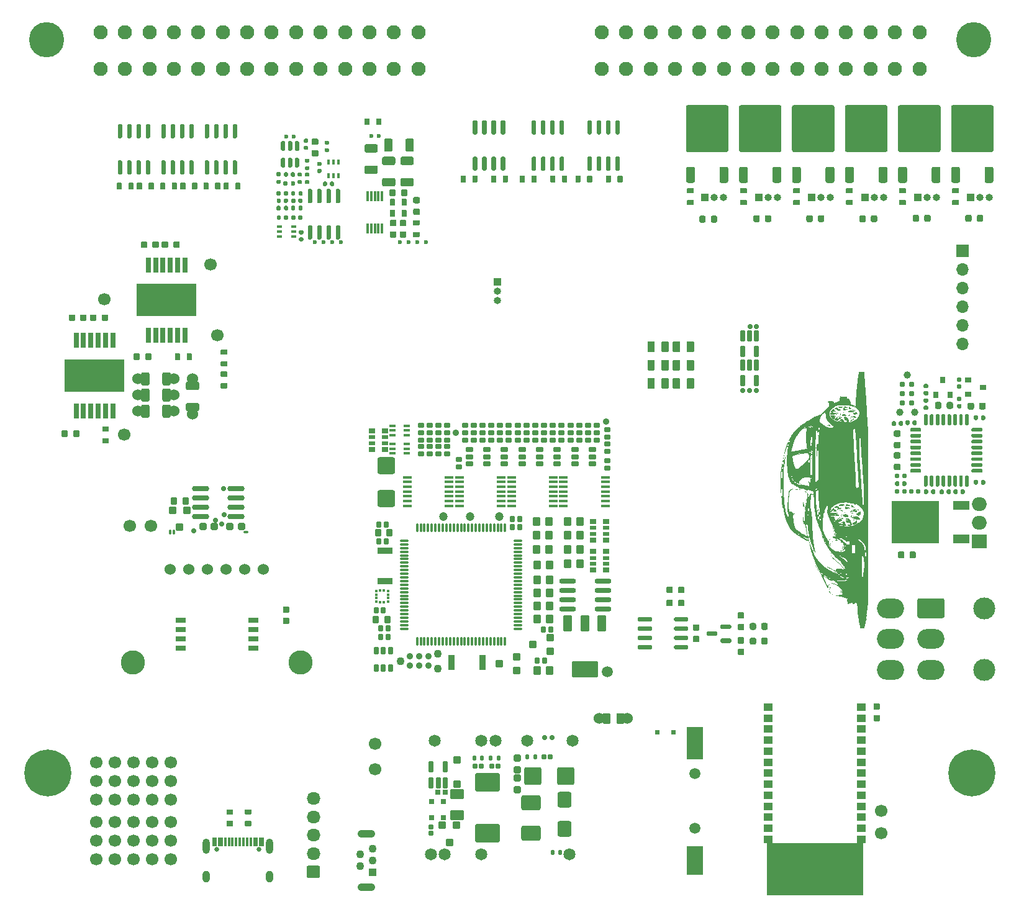
<source format=gts>
G75*
G70*
%OFA0B0*%
%FSLAX25Y25*%
%IPPOS*%
%LPD*%
%AMOC8*
5,1,8,0,0,1.08239X$1,22.5*
%
%AMM108*
21,1,0.092130,0.073230,-0.000000,0.000000,0.000000*
21,1,0.069290,0.096060,-0.000000,0.000000,0.000000*
1,1,0.022840,0.034650,-0.036610*
1,1,0.022840,-0.034650,-0.036610*
1,1,0.022840,-0.034650,0.036610*
1,1,0.022840,0.034650,0.036610*
%
%AMM109*
21,1,0.100000,0.111020,-0.000000,0.000000,90.000000*
21,1,0.075590,0.135430,-0.000000,0.000000,90.000000*
1,1,0.024410,0.055510,0.037800*
1,1,0.024410,0.055510,-0.037800*
1,1,0.024410,-0.055510,-0.037800*
1,1,0.024410,-0.055510,0.037800*
%
%AMM110*
21,1,0.080320,0.083460,-0.000000,0.000000,90.000000*
21,1,0.059840,0.103940,-0.000000,0.000000,90.000000*
1,1,0.020470,0.041730,0.029920*
1,1,0.020470,0.041730,-0.029920*
1,1,0.020470,-0.041730,-0.029920*
1,1,0.020470,-0.041730,0.029920*
%
%AMM111*
21,1,0.084250,0.053540,-0.000000,0.000000,270.000000*
21,1,0.065350,0.072440,-0.000000,0.000000,270.000000*
1,1,0.018900,-0.026770,-0.032680*
1,1,0.018900,-0.026770,0.032680*
1,1,0.018900,0.026770,0.032680*
1,1,0.018900,0.026770,-0.032680*
%
%AMM112*
21,1,0.040950,0.030320,-0.000000,0.000000,180.000000*
21,1,0.028350,0.042910,-0.000000,0.000000,180.000000*
1,1,0.012600,-0.014170,0.015160*
1,1,0.012600,0.014170,0.015160*
1,1,0.012600,0.014170,-0.015160*
1,1,0.012600,-0.014170,-0.015160*
%
%AMM113*
21,1,0.027170,0.052760,-0.000000,0.000000,0.000000*
21,1,0.017320,0.062600,-0.000000,0.000000,0.000000*
1,1,0.009840,0.008660,-0.026380*
1,1,0.009840,-0.008660,-0.026380*
1,1,0.009840,-0.008660,0.026380*
1,1,0.009840,0.008660,0.026380*
%
%AMM114*
21,1,0.041340,0.026770,-0.000000,0.000000,90.000000*
21,1,0.029130,0.038980,-0.000000,0.000000,90.000000*
1,1,0.012210,0.013390,0.014570*
1,1,0.012210,0.013390,-0.014570*
1,1,0.012210,-0.013390,-0.014570*
1,1,0.012210,-0.013390,0.014570*
%
%AMM115*
21,1,0.076380,0.036220,-0.000000,0.000000,180.000000*
21,1,0.061810,0.050790,-0.000000,0.000000,180.000000*
1,1,0.014570,-0.030910,0.018110*
1,1,0.014570,0.030910,0.018110*
1,1,0.014570,0.030910,-0.018110*
1,1,0.014570,-0.030910,-0.018110*
%
%AMM116*
21,1,0.038980,0.026770,-0.000000,0.000000,90.000000*
21,1,0.026770,0.038980,-0.000000,0.000000,90.000000*
1,1,0.012210,0.013390,0.013390*
1,1,0.012210,0.013390,-0.013390*
1,1,0.012210,-0.013390,-0.013390*
1,1,0.012210,-0.013390,0.013390*
%
%AMM117*
21,1,0.021260,0.016540,-0.000000,0.000000,0.000000*
21,1,0.012600,0.025200,-0.000000,0.000000,0.000000*
1,1,0.008660,0.006300,-0.008270*
1,1,0.008660,-0.006300,-0.008270*
1,1,0.008660,-0.006300,0.008270*
1,1,0.008660,0.006300,0.008270*
%
%AMM118*
21,1,0.029130,0.018900,-0.000000,0.000000,180.000000*
21,1,0.018900,0.029130,-0.000000,0.000000,180.000000*
1,1,0.010240,-0.009450,0.009450*
1,1,0.010240,0.009450,0.009450*
1,1,0.010240,0.009450,-0.009450*
1,1,0.010240,-0.009450,-0.009450*
%
%AMM119*
21,1,0.025200,0.019680,-0.000000,0.000000,90.000000*
21,1,0.015750,0.029130,-0.000000,0.000000,90.000000*
1,1,0.009450,0.009840,0.007870*
1,1,0.009450,0.009840,-0.007870*
1,1,0.009450,-0.009840,-0.007870*
1,1,0.009450,-0.009840,0.007870*
%
%AMM120*
21,1,0.025200,0.019680,-0.000000,0.000000,0.000000*
21,1,0.015750,0.029130,-0.000000,0.000000,0.000000*
1,1,0.009450,0.007870,-0.009840*
1,1,0.009450,-0.007870,-0.009840*
1,1,0.009450,-0.007870,0.009840*
1,1,0.009450,0.007870,0.009840*
%
%AMM142*
21,1,0.027170,0.052760,0.000000,-0.000000,180.000000*
21,1,0.017320,0.062600,0.000000,-0.000000,180.000000*
1,1,0.009840,-0.008660,0.026380*
1,1,0.009840,0.008660,0.026380*
1,1,0.009840,0.008660,-0.026380*
1,1,0.009840,-0.008660,-0.026380*
%
%AMM22*
21,1,0.038980,0.026770,0.000000,0.000000,0.000000*
21,1,0.026770,0.038980,0.000000,0.000000,0.000000*
1,1,0.012210,0.013390,-0.013390*
1,1,0.012210,-0.013390,-0.013390*
1,1,0.012210,-0.013390,0.013390*
1,1,0.012210,0.013390,0.013390*
%
%AMM222*
21,1,0.029530,0.026380,-0.000000,-0.000000,90.000000*
21,1,0.020470,0.035430,-0.000000,-0.000000,90.000000*
1,1,0.009060,0.013190,0.010240*
1,1,0.009060,0.013190,-0.010240*
1,1,0.009060,-0.013190,-0.010240*
1,1,0.009060,-0.013190,0.010240*
%
%AMM223*
21,1,0.021650,0.027950,-0.000000,-0.000000,90.000000*
21,1,0.014170,0.035430,-0.000000,-0.000000,90.000000*
1,1,0.007480,0.013980,0.007090*
1,1,0.007480,0.013980,-0.007090*
1,1,0.007480,-0.013980,-0.007090*
1,1,0.007480,-0.013980,0.007090*
%
%AMM224*
21,1,0.016540,0.028980,-0.000000,-0.000000,270.000000*
21,1,0.010080,0.035430,-0.000000,-0.000000,270.000000*
1,1,0.006460,-0.014490,-0.005040*
1,1,0.006460,-0.014490,0.005040*
1,1,0.006460,0.014490,0.005040*
1,1,0.006460,0.014490,-0.005040*
%
%AMM225*
21,1,0.027560,0.030710,-0.000000,-0.000000,0.000000*
21,1,0.018900,0.039370,-0.000000,-0.000000,0.000000*
1,1,0.008660,0.009450,-0.015350*
1,1,0.008660,-0.009450,-0.015350*
1,1,0.008660,-0.009450,0.015350*
1,1,0.008660,0.009450,0.015350*
%
%AMM226*
21,1,0.031500,0.018900,-0.000000,-0.000000,270.000000*
21,1,0.022840,0.027560,-0.000000,-0.000000,270.000000*
1,1,0.008660,-0.009450,-0.011420*
1,1,0.008660,-0.009450,0.011420*
1,1,0.008660,0.009450,0.011420*
1,1,0.008660,0.009450,-0.011420*
%
%AMM227*
21,1,0.035430,0.072440,-0.000000,-0.000000,270.000000*
21,1,0.025200,0.082680,-0.000000,-0.000000,270.000000*
1,1,0.010240,-0.036220,-0.012600*
1,1,0.010240,-0.036220,0.012600*
1,1,0.010240,0.036220,0.012600*
1,1,0.010240,0.036220,-0.012600*
%
%AMM228*
21,1,0.031500,0.018900,-0.000000,-0.000000,0.000000*
21,1,0.022840,0.027560,-0.000000,-0.000000,0.000000*
1,1,0.008660,0.011420,-0.009450*
1,1,0.008660,-0.011420,-0.009450*
1,1,0.008660,-0.011420,0.009450*
1,1,0.008660,0.011420,0.009450*
%
%AMM229*
21,1,0.027560,0.030710,-0.000000,-0.000000,90.000000*
21,1,0.018900,0.039370,-0.000000,-0.000000,90.000000*
1,1,0.008660,0.015350,0.009450*
1,1,0.008660,0.015350,-0.009450*
1,1,0.008660,-0.015350,-0.009450*
1,1,0.008660,-0.015350,0.009450*
%
%AMM230*
21,1,0.039370,0.030320,-0.000000,-0.000000,90.000000*
21,1,0.028350,0.041340,-0.000000,-0.000000,90.000000*
1,1,0.011020,0.015160,0.014170*
1,1,0.011020,0.015160,-0.014170*
1,1,0.011020,-0.015160,-0.014170*
1,1,0.011020,-0.015160,0.014170*
%
%AMM231*
21,1,0.047240,0.075980,-0.000000,-0.000000,180.000000*
21,1,0.034650,0.088580,-0.000000,-0.000000,180.000000*
1,1,0.012600,-0.017320,0.037990*
1,1,0.012600,0.017320,0.037990*
1,1,0.012600,0.017320,-0.037990*
1,1,0.012600,-0.017320,-0.037990*
%
%AMM232*
21,1,0.043310,0.035430,-0.000000,-0.000000,180.000000*
21,1,0.031500,0.047240,-0.000000,-0.000000,180.000000*
1,1,0.011810,-0.015750,0.017720*
1,1,0.011810,0.015750,0.017720*
1,1,0.011810,0.015750,-0.017720*
1,1,0.011810,-0.015750,-0.017720*
%
%AMM233*
21,1,0.031500,0.030710,-0.000000,-0.000000,180.000000*
21,1,0.022050,0.040160,-0.000000,-0.000000,180.000000*
1,1,0.009450,-0.011020,0.015350*
1,1,0.009450,0.011020,0.015350*
1,1,0.009450,0.011020,-0.015350*
1,1,0.009450,-0.011020,-0.015350*
%
%AMM234*
21,1,0.035430,0.072440,-0.000000,-0.000000,180.000000*
21,1,0.025200,0.082680,-0.000000,-0.000000,180.000000*
1,1,0.010240,-0.012600,0.036220*
1,1,0.010240,0.012600,0.036220*
1,1,0.010240,0.012600,-0.036220*
1,1,0.010240,-0.012600,-0.036220*
%
%AMM235*
21,1,0.141730,0.067720,-0.000000,-0.000000,180.000000*
21,1,0.120870,0.088580,-0.000000,-0.000000,180.000000*
1,1,0.020870,-0.060430,0.033860*
1,1,0.020870,0.060430,0.033860*
1,1,0.020870,0.060430,-0.033860*
1,1,0.020870,-0.060430,-0.033860*
%
%AMM236*
21,1,0.047240,0.075990,-0.000000,-0.000000,180.000000*
21,1,0.034650,0.088580,-0.000000,-0.000000,180.000000*
1,1,0.012600,-0.017320,0.037990*
1,1,0.012600,0.017320,0.037990*
1,1,0.012600,0.017320,-0.037990*
1,1,0.012600,-0.017320,-0.037990*
%
%AMM237*
21,1,0.090550,0.073230,-0.000000,-0.000000,270.000000*
21,1,0.069290,0.094490,-0.000000,-0.000000,270.000000*
1,1,0.021260,-0.036610,-0.034650*
1,1,0.021260,-0.036610,0.034650*
1,1,0.021260,0.036610,0.034650*
1,1,0.021260,0.036610,-0.034650*
%
%AMM93*
21,1,0.040950,0.030320,0.000000,0.000000,180.000000*
21,1,0.028350,0.042910,0.000000,0.000000,180.000000*
1,1,0.012600,-0.014170,0.015160*
1,1,0.012600,0.014170,0.015160*
1,1,0.012600,0.014170,-0.015160*
1,1,0.012600,-0.014170,-0.015160*
%
%AMM94*
21,1,0.033070,0.030710,0.000000,0.000000,180.000000*
21,1,0.022050,0.041730,0.000000,0.000000,180.000000*
1,1,0.011020,-0.011020,0.015350*
1,1,0.011020,0.011020,0.015350*
1,1,0.011020,0.011020,-0.015350*
1,1,0.011020,-0.011020,-0.015350*
%
%ADD11R,0.03937X0.03937*%
%ADD12O,0.03937X0.03937*%
%ADD13R,0.09055X0.17323*%
%ADD14R,0.09055X0.15748*%
%ADD140M22*%
%ADD145C,0.02913*%
%ADD146C,0.06457*%
%ADD15C,0.06693*%
%ADD168R,0.02559X0.01575*%
%ADD169R,0.01575X0.02559*%
%ADD17C,0.11811*%
%ADD172R,0.03543X0.03150*%
%ADD175R,0.03150X0.03543*%
%ADD183C,0.03100*%
%ADD186C,0.03900*%
%ADD220O,0.05118X0.01260*%
%ADD221O,0.01260X0.05118*%
%ADD222O,0.04724X0.01575*%
%ADD223C,0.03494*%
%ADD226R,0.01772X0.01378*%
%ADD227R,0.01378X0.01772*%
%ADD232O,0.09055X0.02756*%
%ADD239C,0.03543*%
%ADD241C,0.04294*%
%ADD25C,0.03150*%
%ADD26C,0.25197*%
%ADD28C,0.06000*%
%ADD281O,0.02520X0.01535*%
%ADD282O,0.01535X0.02520*%
%ADD283M93*%
%ADD284O,0.09213X0.02913*%
%ADD285M94*%
%ADD29O,0.07283X0.06693*%
%ADD30C,0.02362*%
%ADD300M108*%
%ADD301M109*%
%ADD302M110*%
%ADD303M111*%
%ADD304M112*%
%ADD305M113*%
%ADD306M114*%
%ADD307M115*%
%ADD308M116*%
%ADD309M117*%
%ADD310M118*%
%ADD311M119*%
%ADD312M120*%
%ADD336M142*%
%ADD345R,0.01181X0.05512*%
%ADD346R,0.08661X0.04724*%
%ADD347R,0.25197X0.22835*%
%ADD348R,0.07874X0.07500*%
%ADD349O,0.07874X0.07500*%
%ADD36R,0.04331X0.04331*%
%ADD37C,0.04331*%
%ADD38O,0.09449X0.04331*%
%ADD41C,0.05906*%
%ADD444M222*%
%ADD445M223*%
%ADD446M224*%
%ADD447M225*%
%ADD448M226*%
%ADD449M227*%
%ADD450M228*%
%ADD451M229*%
%ADD452M230*%
%ADD453M231*%
%ADD454M232*%
%ADD455M233*%
%ADD456M234*%
%ADD457M235*%
%ADD458M236*%
%ADD459M237*%
%ADD54O,0.01969X0.00984*%
%ADD56O,0.00984X0.01969*%
%ADD57R,0.05118X0.03937*%
%ADD58R,0.02559X0.07874*%
%ADD59R,0.31890X0.17717*%
%ADD72R,0.01181X0.04528*%
%ADD73O,0.03937X0.08268*%
%ADD74O,0.03937X0.06299*%
%ADD75R,0.06693X0.06693*%
%ADD76O,0.06693X0.06693*%
%ADD77C,0.13000*%
%ADD78R,0.05315X0.02717*%
%ADD79O,0.14567X0.10630*%
%ADD81C,0.04724*%
%ADD83C,0.05118*%
%ADD86C,0.00000*%
%ADD87C,0.00472*%
%ADD88C,0.18898*%
%ADD89C,0.07687*%
%ADD90C,0.02559*%
X0000000Y0000000D02*
%LPD*%
G01*
D86*
G36*
X0423522Y0218362D02*
G01*
X0423430Y0218270D01*
X0423339Y0218362D01*
X0423430Y0218454D01*
X0423522Y0218362D01*
G37*
G36*
X0424074Y0207333D02*
G01*
X0423982Y0207241D01*
X0423890Y0207333D01*
X0423982Y0207425D01*
X0424074Y0207333D01*
G37*
G36*
X0424258Y0211561D02*
G01*
X0424166Y0211469D01*
X0424074Y0211561D01*
X0424166Y0211653D01*
X0424258Y0211561D01*
G37*
G36*
X0424258Y0208436D02*
G01*
X0424166Y0208344D01*
X0424074Y0208436D01*
X0424166Y0208528D01*
X0424258Y0208436D01*
G37*
G36*
X0425544Y0197590D02*
G01*
X0425453Y0197498D01*
X0425361Y0197590D01*
X0425453Y0197682D01*
X0425544Y0197590D01*
G37*
G36*
X0427566Y0236561D02*
G01*
X0427475Y0236469D01*
X0427383Y0236561D01*
X0427475Y0236653D01*
X0427566Y0236561D01*
G37*
G36*
X0427566Y0235274D02*
G01*
X0427475Y0235182D01*
X0427383Y0235274D01*
X0427475Y0235366D01*
X0427566Y0235274D01*
G37*
G36*
X0427566Y0234539D02*
G01*
X0427475Y0234447D01*
X0427383Y0234539D01*
X0427475Y0234631D01*
X0427566Y0234539D01*
G37*
G36*
X0427566Y0234171D02*
G01*
X0427475Y0234079D01*
X0427383Y0234171D01*
X0427475Y0234263D01*
X0427566Y0234171D01*
G37*
G36*
X0427566Y0228289D02*
G01*
X0427475Y0228197D01*
X0427383Y0228289D01*
X0427475Y0228381D01*
X0427566Y0228289D01*
G37*
G36*
X0427750Y0246855D02*
G01*
X0427658Y0246763D01*
X0427566Y0246855D01*
X0427658Y0246947D01*
X0427750Y0246855D01*
G37*
G36*
X0427750Y0184539D02*
G01*
X0427658Y0184447D01*
X0427566Y0184539D01*
X0427658Y0184631D01*
X0427750Y0184539D01*
G37*
G36*
X0429037Y0180127D02*
G01*
X0428945Y0180035D01*
X0428853Y0180127D01*
X0428945Y0180219D01*
X0429037Y0180127D01*
G37*
G36*
X0429405Y0179208D02*
G01*
X0429313Y0179116D01*
X0429221Y0179208D01*
X0429313Y0179300D01*
X0429405Y0179208D01*
G37*
G36*
X0429589Y0178840D02*
G01*
X0429497Y0178748D01*
X0429405Y0178840D01*
X0429497Y0178932D01*
X0429589Y0178840D01*
G37*
G36*
X0429772Y0178473D02*
G01*
X0429680Y0178381D01*
X0429589Y0178473D01*
X0429680Y0178564D01*
X0429772Y0178473D01*
G37*
G36*
X0429956Y0178105D02*
G01*
X0429864Y0178013D01*
X0429772Y0178105D01*
X0429864Y0178197D01*
X0429956Y0178105D01*
G37*
G36*
X0430140Y0177737D02*
G01*
X0430048Y0177645D01*
X0429956Y0177737D01*
X0430048Y0177829D01*
X0430140Y0177737D01*
G37*
G36*
X0430324Y0177370D02*
G01*
X0430232Y0177278D01*
X0430140Y0177370D01*
X0430232Y0177461D01*
X0430324Y0177370D01*
G37*
G36*
X0432162Y0255678D02*
G01*
X0432070Y0255586D01*
X0431978Y0255678D01*
X0432070Y0255770D01*
X0432162Y0255678D01*
G37*
G36*
X0432530Y0196120D02*
G01*
X0432438Y0196028D01*
X0432346Y0196120D01*
X0432438Y0196211D01*
X0432530Y0196120D01*
G37*
G36*
X0433081Y0258436D02*
G01*
X0432989Y0258344D01*
X0432897Y0258436D01*
X0432989Y0258528D01*
X0433081Y0258436D01*
G37*
G36*
X0434368Y0191340D02*
G01*
X0434276Y0191248D01*
X0434184Y0191340D01*
X0434276Y0191432D01*
X0434368Y0191340D01*
G37*
G36*
X0434736Y0178473D02*
G01*
X0434644Y0178381D01*
X0434552Y0178473D01*
X0434644Y0178564D01*
X0434736Y0178473D01*
G37*
G36*
X0435103Y0178289D02*
G01*
X0435011Y0178197D01*
X0434919Y0178289D01*
X0435011Y0178381D01*
X0435103Y0178289D01*
G37*
G36*
X0436758Y0254208D02*
G01*
X0436666Y0254116D01*
X0436574Y0254208D01*
X0436666Y0254300D01*
X0436758Y0254208D01*
G37*
G36*
X0436758Y0165053D02*
G01*
X0436666Y0164961D01*
X0436574Y0165053D01*
X0436666Y0165145D01*
X0436758Y0165053D01*
G37*
G36*
X0437493Y0184171D02*
G01*
X0437401Y0184079D01*
X0437309Y0184171D01*
X0437401Y0184263D01*
X0437493Y0184171D01*
G37*
G36*
X0437861Y0188215D02*
G01*
X0437769Y0188123D01*
X0437677Y0188215D01*
X0437769Y0188307D01*
X0437861Y0188215D01*
G37*
G36*
X0438228Y0184723D02*
G01*
X0438136Y0184631D01*
X0438044Y0184723D01*
X0438136Y0184814D01*
X0438228Y0184723D01*
G37*
G36*
X0438412Y0169098D02*
G01*
X0438320Y0169006D01*
X0438228Y0169098D01*
X0438320Y0169189D01*
X0438412Y0169098D01*
G37*
G36*
X0438412Y0166708D02*
G01*
X0438320Y0166616D01*
X0438228Y0166708D01*
X0438320Y0166800D01*
X0438412Y0166708D01*
G37*
G36*
X0438780Y0199428D02*
G01*
X0438688Y0199336D01*
X0438596Y0199428D01*
X0438688Y0199520D01*
X0438780Y0199428D01*
G37*
G36*
X0439147Y0169833D02*
G01*
X0439055Y0169741D01*
X0438964Y0169833D01*
X0439055Y0169925D01*
X0439147Y0169833D01*
G37*
G36*
X0439331Y0191156D02*
G01*
X0439239Y0191064D01*
X0439147Y0191156D01*
X0439239Y0191248D01*
X0439331Y0191156D01*
G37*
G36*
X0439331Y0175164D02*
G01*
X0439239Y0175072D01*
X0439147Y0175164D01*
X0439239Y0175256D01*
X0439331Y0175164D01*
G37*
G36*
X0439515Y0197590D02*
G01*
X0439423Y0197498D01*
X0439331Y0197590D01*
X0439423Y0197682D01*
X0439515Y0197590D01*
G37*
G36*
X0439515Y0195200D02*
G01*
X0439423Y0195109D01*
X0439331Y0195200D01*
X0439423Y0195292D01*
X0439515Y0195200D01*
G37*
G36*
X0439883Y0166892D02*
G01*
X0439791Y0166800D01*
X0439699Y0166892D01*
X0439791Y0166984D01*
X0439883Y0166892D01*
G37*
G36*
X0440250Y0261561D02*
G01*
X0440158Y0261469D01*
X0440066Y0261561D01*
X0440158Y0261653D01*
X0440250Y0261561D01*
G37*
G36*
X0441169Y0191156D02*
G01*
X0441078Y0191064D01*
X0440986Y0191156D01*
X0441078Y0191248D01*
X0441169Y0191156D01*
G37*
G36*
X0443191Y0179759D02*
G01*
X0443100Y0179667D01*
X0443008Y0179759D01*
X0443100Y0179851D01*
X0443191Y0179759D01*
G37*
G36*
X0443927Y0179392D02*
G01*
X0443835Y0179300D01*
X0443743Y0179392D01*
X0443835Y0179484D01*
X0443927Y0179392D01*
G37*
G36*
X0444846Y0204024D02*
G01*
X0444754Y0203932D01*
X0444662Y0204024D01*
X0444754Y0204116D01*
X0444846Y0204024D01*
G37*
G36*
X0445397Y0203840D02*
G01*
X0445305Y0203748D01*
X0445214Y0203840D01*
X0445305Y0203932D01*
X0445397Y0203840D01*
G37*
G36*
X0446316Y0255678D02*
G01*
X0446225Y0255586D01*
X0446133Y0255678D01*
X0446225Y0255770D01*
X0446316Y0255678D01*
G37*
G36*
X0447419Y0200715D02*
G01*
X0447328Y0200623D01*
X0447236Y0200715D01*
X0447328Y0200807D01*
X0447419Y0200715D01*
G37*
G36*
X0447603Y0205678D02*
G01*
X0447511Y0205586D01*
X0447419Y0205678D01*
X0447511Y0205770D01*
X0447603Y0205678D01*
G37*
G36*
X0447787Y0201083D02*
G01*
X0447695Y0200991D01*
X0447603Y0201083D01*
X0447695Y0201175D01*
X0447787Y0201083D01*
G37*
G36*
X0448155Y0267627D02*
G01*
X0448063Y0267535D01*
X0447971Y0267627D01*
X0448063Y0267719D01*
X0448155Y0267627D01*
G37*
G36*
X0448706Y0258803D02*
G01*
X0448614Y0258711D01*
X0448522Y0258803D01*
X0448614Y0258895D01*
X0448706Y0258803D01*
G37*
G36*
X0449074Y0259171D02*
G01*
X0448982Y0259079D01*
X0448890Y0259171D01*
X0448982Y0259263D01*
X0449074Y0259171D01*
G37*
G36*
X0449074Y0256781D02*
G01*
X0448982Y0256689D01*
X0448890Y0256781D01*
X0448982Y0256873D01*
X0449074Y0256781D01*
G37*
G36*
X0449441Y0258987D02*
G01*
X0449350Y0258895D01*
X0449258Y0258987D01*
X0449350Y0259079D01*
X0449441Y0258987D01*
G37*
G36*
X0449625Y0257149D02*
G01*
X0449533Y0257057D01*
X0449441Y0257149D01*
X0449533Y0257241D01*
X0449625Y0257149D01*
G37*
G36*
X0450177Y0263399D02*
G01*
X0450085Y0263307D01*
X0449993Y0263399D01*
X0450085Y0263491D01*
X0450177Y0263399D01*
G37*
G36*
X0450544Y0263215D02*
G01*
X0450453Y0263123D01*
X0450361Y0263215D01*
X0450453Y0263307D01*
X0450544Y0263215D01*
G37*
G36*
X0450544Y0202186D02*
G01*
X0450453Y0202094D01*
X0450361Y0202186D01*
X0450453Y0202278D01*
X0450544Y0202186D01*
G37*
G36*
X0450912Y0263031D02*
G01*
X0450820Y0262939D01*
X0450728Y0263031D01*
X0450820Y0263123D01*
X0450912Y0263031D01*
G37*
G36*
X0451647Y0221120D02*
G01*
X0451555Y0221028D01*
X0451464Y0221120D01*
X0451555Y0221211D01*
X0451647Y0221120D01*
G37*
G36*
X0451831Y0210642D02*
G01*
X0451739Y0210550D01*
X0451647Y0210642D01*
X0451739Y0210734D01*
X0451831Y0210642D01*
G37*
G36*
X0452199Y0210458D02*
G01*
X0452107Y0210366D01*
X0452015Y0210458D01*
X0452107Y0210550D01*
X0452199Y0210458D01*
G37*
G36*
X0452750Y0261193D02*
G01*
X0452658Y0261101D01*
X0452566Y0261193D01*
X0452658Y0261285D01*
X0452750Y0261193D01*
G37*
G36*
X0452750Y0210090D02*
G01*
X0452658Y0209998D01*
X0452566Y0210090D01*
X0452658Y0210182D01*
X0452750Y0210090D01*
G37*
G36*
X0453118Y0258803D02*
G01*
X0453026Y0258711D01*
X0452934Y0258803D01*
X0453026Y0258895D01*
X0453118Y0258803D01*
G37*
G36*
X0454221Y0208620D02*
G01*
X0454129Y0208528D01*
X0454037Y0208620D01*
X0454129Y0208711D01*
X0454221Y0208620D01*
G37*
G36*
X0454772Y0207700D02*
G01*
X0454680Y0207609D01*
X0454589Y0207700D01*
X0454680Y0207792D01*
X0454772Y0207700D01*
G37*
G36*
X0455140Y0204024D02*
G01*
X0455048Y0203932D01*
X0454956Y0204024D01*
X0455048Y0204116D01*
X0455140Y0204024D01*
G37*
G36*
X0456427Y0144465D02*
G01*
X0456335Y0144373D01*
X0456243Y0144465D01*
X0456335Y0144557D01*
X0456427Y0144465D01*
G37*
G36*
X0457346Y0149428D02*
G01*
X0457254Y0149336D01*
X0457162Y0149428D01*
X0457254Y0149520D01*
X0457346Y0149428D01*
G37*
G36*
X0412465Y0208791D02*
G01*
X0412478Y0208604D01*
X0412434Y0208408D01*
X0412367Y0208493D01*
X0412345Y0208780D01*
X0412382Y0208846D01*
X0412465Y0208791D01*
G37*
G36*
X0420715Y0219300D02*
G01*
X0420660Y0219217D01*
X0420474Y0219204D01*
X0420278Y0219249D01*
X0420363Y0219315D01*
X0420650Y0219337D01*
X0420715Y0219300D01*
G37*
G36*
X0422910Y0218209D02*
G01*
X0422884Y0218100D01*
X0422787Y0218086D01*
X0422636Y0218154D01*
X0422665Y0218209D01*
X0422883Y0218231D01*
X0422910Y0218209D01*
G37*
G36*
X0423093Y0218577D02*
G01*
X0423068Y0218467D01*
X0422971Y0218454D01*
X0422820Y0218521D01*
X0422848Y0218577D01*
X0423066Y0218599D01*
X0423093Y0218577D01*
G37*
G36*
X0423461Y0218025D02*
G01*
X0423436Y0217916D01*
X0423339Y0217903D01*
X0423187Y0217970D01*
X0423216Y0218025D01*
X0423434Y0218047D01*
X0423461Y0218025D01*
G37*
G36*
X0424598Y0211548D02*
G01*
X0424611Y0211362D01*
X0424566Y0211165D01*
X0424500Y0211251D01*
X0424478Y0211538D01*
X0424514Y0211603D01*
X0424598Y0211548D01*
G37*
G36*
X0424780Y0212388D02*
G01*
X0424751Y0212127D01*
X0424687Y0212158D01*
X0424663Y0212535D01*
X0424687Y0212618D01*
X0424754Y0212641D01*
X0424780Y0212388D01*
G37*
G36*
X0424965Y0213386D02*
G01*
X0424978Y0213200D01*
X0424934Y0213004D01*
X0424867Y0213089D01*
X0424845Y0213376D01*
X0424882Y0213441D01*
X0424965Y0213386D01*
G37*
G36*
X0425333Y0215041D02*
G01*
X0425346Y0214854D01*
X0425301Y0214658D01*
X0425235Y0214743D01*
X0425213Y0215030D01*
X0425250Y0215096D01*
X0425333Y0215041D01*
G37*
G36*
X0427537Y0243822D02*
G01*
X0427509Y0243561D01*
X0427445Y0243592D01*
X0427420Y0243968D01*
X0427445Y0244052D01*
X0427512Y0244075D01*
X0427537Y0243822D01*
G37*
G36*
X0427537Y0235917D02*
G01*
X0427509Y0235656D01*
X0427445Y0235688D01*
X0427420Y0236064D01*
X0427445Y0236147D01*
X0427512Y0236170D01*
X0427537Y0235917D01*
G37*
G36*
X0430678Y0235279D02*
G01*
X0430691Y0235182D01*
X0430624Y0235031D01*
X0430569Y0235060D01*
X0430547Y0235278D01*
X0430569Y0235305D01*
X0430678Y0235279D01*
G37*
G36*
X0439454Y0166922D02*
G01*
X0439428Y0166813D01*
X0439331Y0166800D01*
X0439180Y0166867D01*
X0439209Y0166922D01*
X0439427Y0166944D01*
X0439454Y0166922D01*
G37*
G36*
X0439638Y0169680D02*
G01*
X0439612Y0169570D01*
X0439515Y0169557D01*
X0439364Y0169624D01*
X0439392Y0169680D01*
X0439611Y0169702D01*
X0439638Y0169680D01*
G37*
G36*
X0439686Y0194471D02*
G01*
X0439699Y0194373D01*
X0439632Y0194222D01*
X0439576Y0194251D01*
X0439554Y0194469D01*
X0439576Y0194496D01*
X0439686Y0194471D01*
G37*
G36*
X0440005Y0162327D02*
G01*
X0439980Y0162217D01*
X0439883Y0162204D01*
X0439731Y0162271D01*
X0439760Y0162327D01*
X0439978Y0162349D01*
X0440005Y0162327D01*
G37*
G36*
X0442946Y0208099D02*
G01*
X0442921Y0207989D01*
X0442824Y0207976D01*
X0442673Y0208043D01*
X0442701Y0208099D01*
X0442919Y0208121D01*
X0442946Y0208099D01*
G37*
G36*
X0443498Y0204238D02*
G01*
X0443473Y0204129D01*
X0443375Y0204116D01*
X0443224Y0204183D01*
X0443253Y0204238D01*
X0443471Y0204260D01*
X0443498Y0204238D01*
G37*
G36*
X0444601Y0209569D02*
G01*
X0444576Y0209460D01*
X0444478Y0209447D01*
X0444327Y0209514D01*
X0444356Y0209569D01*
X0444574Y0209591D01*
X0444601Y0209569D01*
G37*
G36*
X0447465Y0190819D02*
G01*
X0447488Y0190751D01*
X0447236Y0190726D01*
X0446975Y0190755D01*
X0447006Y0190819D01*
X0447382Y0190843D01*
X0447465Y0190819D01*
G37*
G36*
X0424237Y0219019D02*
G01*
X0424367Y0218835D01*
X0424290Y0218750D01*
X0424038Y0218764D01*
X0423976Y0218831D01*
X0423913Y0219074D01*
X0424105Y0219086D01*
X0424237Y0219019D01*
G37*
G36*
X0433903Y0193089D02*
G01*
X0433960Y0192792D01*
X0433934Y0192486D01*
X0433832Y0192434D01*
X0433704Y0192683D01*
X0433705Y0192806D01*
X0433800Y0193127D01*
X0433903Y0193089D01*
G37*
G36*
X0436328Y0253365D02*
G01*
X0436329Y0253297D01*
X0436248Y0253112D01*
X0436173Y0253126D01*
X0436098Y0253339D01*
X0436122Y0253393D01*
X0436273Y0253554D01*
X0436328Y0253365D01*
G37*
G36*
X0421648Y0219058D02*
G01*
X0421776Y0219006D01*
X0421983Y0218880D01*
X0421868Y0218838D01*
X0421476Y0218924D01*
X0421316Y0219006D01*
X0421172Y0219143D01*
X0421306Y0219161D01*
X0421648Y0219058D01*
G37*
G36*
X0421894Y0218542D02*
G01*
X0422144Y0218454D01*
X0422344Y0218333D01*
X0422236Y0218296D01*
X0421842Y0218367D01*
X0421592Y0218454D01*
X0421392Y0218576D01*
X0421500Y0218612D01*
X0421894Y0218542D01*
G37*
G36*
X0430508Y0177002D02*
G01*
X0430683Y0176829D01*
X0430691Y0176796D01*
X0430573Y0176784D01*
X0430508Y0176818D01*
X0430332Y0176991D01*
X0430324Y0177024D01*
X0430443Y0177036D01*
X0430508Y0177002D01*
G37*
G36*
X0430811Y0214637D02*
G01*
X0430820Y0214226D01*
X0430809Y0213772D01*
X0430779Y0213602D01*
X0430744Y0213721D01*
X0430713Y0214314D01*
X0430744Y0214732D01*
X0430784Y0214846D01*
X0430811Y0214637D01*
G37*
G36*
X0430995Y0211328D02*
G01*
X0431004Y0210917D01*
X0430993Y0210464D01*
X0430963Y0210293D01*
X0430927Y0210412D01*
X0430897Y0211006D01*
X0430927Y0211423D01*
X0430968Y0211537D01*
X0430995Y0211328D01*
G37*
G36*
X0431010Y0222969D02*
G01*
X0431013Y0222774D01*
X0430995Y0222418D01*
X0430953Y0222364D01*
X0430929Y0222454D01*
X0430900Y0222933D01*
X0430933Y0223190D01*
X0430983Y0223233D01*
X0431010Y0222969D01*
G37*
G36*
X0437307Y0254341D02*
G01*
X0437309Y0254300D01*
X0437168Y0254123D01*
X0437114Y0254116D01*
X0437005Y0254229D01*
X0437033Y0254300D01*
X0437199Y0254475D01*
X0437228Y0254484D01*
X0437307Y0254341D01*
G37*
G36*
X0437662Y0192446D02*
G01*
X0437426Y0192201D01*
X0437355Y0192144D01*
X0437137Y0191985D01*
X0437183Y0192080D01*
X0437286Y0192213D01*
X0437512Y0192468D01*
X0437607Y0192535D01*
X0437662Y0192446D01*
G37*
G36*
X0438228Y0183436D02*
G01*
X0438404Y0183263D01*
X0438412Y0183230D01*
X0438293Y0183218D01*
X0438228Y0183252D01*
X0438053Y0183425D01*
X0438044Y0183457D01*
X0438163Y0183470D01*
X0438228Y0183436D01*
G37*
G36*
X0438412Y0163031D02*
G01*
X0438588Y0162858D01*
X0438596Y0162826D01*
X0438477Y0162813D01*
X0438412Y0162848D01*
X0438237Y0163021D01*
X0438228Y0163053D01*
X0438347Y0163066D01*
X0438412Y0163031D01*
G37*
G36*
X0438780Y0193178D02*
G01*
X0438955Y0193013D01*
X0438964Y0192984D01*
X0438821Y0192905D01*
X0438780Y0192903D01*
X0438603Y0193044D01*
X0438596Y0193097D01*
X0438709Y0193207D01*
X0438780Y0193178D01*
G37*
G36*
X0439174Y0162658D02*
G01*
X0439331Y0162572D01*
X0439478Y0162426D01*
X0439423Y0162394D01*
X0439121Y0162485D01*
X0438964Y0162572D01*
X0438816Y0162717D01*
X0438872Y0162750D01*
X0439174Y0162658D01*
G37*
G36*
X0439868Y0197041D02*
G01*
X0439632Y0196797D01*
X0439561Y0196740D01*
X0439343Y0196581D01*
X0439389Y0196676D01*
X0439492Y0196809D01*
X0439718Y0197064D01*
X0439813Y0197131D01*
X0439868Y0197041D01*
G37*
G36*
X0440618Y0182700D02*
G01*
X0440793Y0182527D01*
X0440802Y0182495D01*
X0440683Y0182482D01*
X0440618Y0182517D01*
X0440442Y0182690D01*
X0440434Y0182722D01*
X0440553Y0182735D01*
X0440618Y0182700D01*
G37*
G36*
X0441721Y0206046D02*
G01*
X0441896Y0205881D01*
X0441905Y0205851D01*
X0441762Y0205772D01*
X0441721Y0205770D01*
X0441544Y0205912D01*
X0441537Y0205965D01*
X0441650Y0206075D01*
X0441721Y0206046D01*
G37*
G36*
X0443368Y0260960D02*
G01*
X0443375Y0260907D01*
X0443263Y0260797D01*
X0443191Y0260825D01*
X0443016Y0260991D01*
X0443008Y0261020D01*
X0443150Y0261099D01*
X0443191Y0261101D01*
X0443368Y0260960D01*
G37*
G36*
X0444111Y0189502D02*
G01*
X0444286Y0189329D01*
X0444294Y0189296D01*
X0444176Y0189284D01*
X0444111Y0189318D01*
X0443935Y0189491D01*
X0443927Y0189524D01*
X0444046Y0189536D01*
X0444111Y0189502D01*
G37*
G36*
X0445223Y0260279D02*
G01*
X0445281Y0260221D01*
X0445207Y0260105D01*
X0445016Y0260077D01*
X0444725Y0260140D01*
X0444662Y0260221D01*
X0444811Y0260351D01*
X0444927Y0260366D01*
X0445223Y0260279D01*
G37*
G36*
X0449441Y0208949D02*
G01*
X0449738Y0208842D01*
X0449809Y0208782D01*
X0449654Y0208725D01*
X0449441Y0208711D01*
X0449143Y0208781D01*
X0449074Y0208878D01*
X0449220Y0208973D01*
X0449441Y0208949D01*
G37*
G36*
X0450398Y0202708D02*
G01*
X0450483Y0202686D01*
X0451188Y0202499D01*
X0450278Y0202480D01*
X0449742Y0202491D01*
X0449531Y0202559D01*
X0449574Y0202667D01*
X0449870Y0202780D01*
X0450398Y0202708D01*
G37*
G36*
X0450175Y0205073D02*
G01*
X0450243Y0204943D01*
X0450256Y0204706D01*
X0450191Y0204667D01*
X0449995Y0204814D01*
X0449926Y0204943D01*
X0449913Y0205180D01*
X0449979Y0205219D01*
X0450175Y0205073D01*
G37*
G36*
X0452877Y0208314D02*
G01*
X0452900Y0208202D01*
X0452859Y0207899D01*
X0452610Y0207840D01*
X0452358Y0207954D01*
X0452346Y0208296D01*
X0452500Y0208612D01*
X0452710Y0208612D01*
X0452877Y0208314D01*
G37*
G36*
X0430809Y0246787D02*
G01*
X0430818Y0246303D01*
X0430807Y0245832D01*
X0430780Y0245650D01*
X0430743Y0245797D01*
X0430742Y0245801D01*
X0430712Y0246401D01*
X0430744Y0246904D01*
X0430782Y0247006D01*
X0430809Y0246787D01*
G37*
G36*
X0446059Y0206620D02*
G01*
X0446179Y0206458D01*
X0446101Y0206502D01*
X0445785Y0206565D01*
X0445641Y0206479D01*
X0445433Y0206377D01*
X0445397Y0206472D01*
X0445525Y0206748D01*
X0445812Y0206785D01*
X0446059Y0206620D01*
G37*
G36*
X0443412Y0258271D02*
G01*
X0443467Y0258235D01*
X0443830Y0257930D01*
X0443908Y0257704D01*
X0443685Y0257609D01*
X0443658Y0257609D01*
X0443362Y0257754D01*
X0443198Y0257964D01*
X0443029Y0258339D01*
X0443094Y0258435D01*
X0443412Y0258271D01*
G37*
G36*
X0443884Y0207936D02*
G01*
X0443927Y0207920D01*
X0444371Y0207696D01*
X0444457Y0207487D01*
X0444303Y0207338D01*
X0444065Y0207370D01*
X0443732Y0207570D01*
X0443456Y0207830D01*
X0443375Y0208001D01*
X0443523Y0208032D01*
X0443884Y0207936D01*
G37*
G36*
X0448179Y0259212D02*
G01*
X0448400Y0259144D01*
X0448312Y0259104D01*
X0447993Y0258930D01*
X0447893Y0258773D01*
X0447742Y0258575D01*
X0447560Y0258681D01*
X0447455Y0258949D01*
X0447634Y0259156D01*
X0448013Y0259231D01*
X0448179Y0259212D01*
G37*
G36*
X0448678Y0257426D02*
G01*
X0448798Y0257425D01*
X0449043Y0257338D01*
X0449074Y0257264D01*
X0448916Y0257144D01*
X0448607Y0257103D01*
X0448280Y0257160D01*
X0448198Y0257278D01*
X0448360Y0257438D01*
X0448389Y0257439D01*
X0448678Y0257426D01*
G37*
G36*
X0450909Y0261848D02*
G01*
X0450909Y0261806D01*
X0450978Y0261352D01*
X0451024Y0261206D01*
X0451038Y0260999D01*
X0450841Y0261027D01*
X0450573Y0261273D01*
X0450636Y0261674D01*
X0450728Y0261836D01*
X0450871Y0262010D01*
X0450909Y0261848D01*
G37*
G36*
X0427489Y0230702D02*
G01*
X0427502Y0230237D01*
X0427503Y0229943D01*
X0427496Y0229375D01*
X0427476Y0229090D01*
X0427447Y0229122D01*
X0427432Y0229259D01*
X0427403Y0229953D01*
X0427424Y0230637D01*
X0427433Y0230729D01*
X0427465Y0230879D01*
X0427489Y0230702D01*
G37*
G36*
X0444228Y0203795D02*
G01*
X0444361Y0203692D01*
X0444667Y0203396D01*
X0444768Y0203190D01*
X0444756Y0203169D01*
X0444469Y0203100D01*
X0444113Y0203246D01*
X0443851Y0203531D01*
X0443824Y0203598D01*
X0443758Y0203942D01*
X0443884Y0204006D01*
X0444228Y0203795D01*
G37*
G36*
X0430880Y0176410D02*
G01*
X0431145Y0176083D01*
X0431214Y0175991D01*
X0431439Y0175640D01*
X0431493Y0175450D01*
X0431472Y0175439D01*
X0431287Y0175582D01*
X0431032Y0175932D01*
X0430996Y0175991D01*
X0430799Y0176355D01*
X0430732Y0176537D01*
X0430738Y0176542D01*
X0430880Y0176410D01*
G37*
G36*
X0437873Y0166438D02*
G01*
X0437620Y0166135D01*
X0437584Y0166100D01*
X0437250Y0165679D01*
X0437070Y0165275D01*
X0436992Y0164870D01*
X0436967Y0165273D01*
X0437044Y0165595D01*
X0437256Y0165994D01*
X0437526Y0166364D01*
X0437779Y0166599D01*
X0437924Y0166613D01*
X0437873Y0166438D01*
G37*
G36*
X0443388Y0259731D02*
G01*
X0443467Y0259631D01*
X0443441Y0259462D01*
X0443365Y0259447D01*
X0443228Y0259300D01*
X0443253Y0259049D01*
X0443302Y0258780D01*
X0443188Y0258824D01*
X0443083Y0258925D01*
X0442909Y0259285D01*
X0442929Y0259506D01*
X0443142Y0259787D01*
X0443388Y0259731D01*
G37*
G36*
X0443349Y0205588D02*
G01*
X0443607Y0205267D01*
X0444041Y0204695D01*
X0444166Y0204530D01*
X0444237Y0204328D01*
X0444162Y0204300D01*
X0443868Y0204454D01*
X0443552Y0204835D01*
X0443308Y0205324D01*
X0443282Y0205403D01*
X0443223Y0205621D01*
X0443233Y0205694D01*
X0443349Y0205588D01*
G37*
G36*
X0444478Y0188859D02*
G01*
X0444633Y0188461D01*
X0444584Y0187982D01*
X0444358Y0187388D01*
X0444160Y0187035D01*
X0444013Y0186931D01*
X0443986Y0186964D01*
X0443999Y0187289D01*
X0444099Y0187550D01*
X0444239Y0187994D01*
X0444297Y0188525D01*
X0444323Y0188902D01*
X0444408Y0188948D01*
X0444478Y0188859D01*
G37*
G36*
X0443002Y0165605D02*
G01*
X0443379Y0165166D01*
X0443676Y0164646D01*
X0443852Y0164224D01*
X0443897Y0163996D01*
X0443810Y0163811D01*
X0443669Y0163626D01*
X0443513Y0163461D01*
X0443447Y0163551D01*
X0443439Y0163950D01*
X0443441Y0164029D01*
X0443302Y0164858D01*
X0443019Y0165364D01*
X0442578Y0165973D01*
X0443002Y0165605D01*
G37*
G36*
X0444556Y0211080D02*
G01*
X0444928Y0211028D01*
X0445343Y0210862D01*
X0445417Y0210678D01*
X0445175Y0210501D01*
X0444641Y0210355D01*
X0444200Y0210294D01*
X0443428Y0210259D01*
X0442823Y0210317D01*
X0442444Y0210453D01*
X0442344Y0210650D01*
X0442426Y0210777D01*
X0442740Y0210917D01*
X0443288Y0211023D01*
X0443938Y0211082D01*
X0444556Y0211080D01*
G37*
G36*
X0441391Y0259496D02*
G01*
X0441373Y0259483D01*
X0441231Y0259324D01*
X0441427Y0259221D01*
X0441464Y0259211D01*
X0441573Y0259146D01*
X0441332Y0259106D01*
X0441226Y0259100D01*
X0440785Y0259138D01*
X0440530Y0259258D01*
X0440526Y0259263D01*
X0440565Y0259423D01*
X0440684Y0259447D01*
X0441092Y0259503D01*
X0441292Y0259556D01*
X0441502Y0259605D01*
X0441391Y0259496D01*
G37*
G36*
X0444144Y0263520D02*
G01*
X0444157Y0263519D01*
X0444465Y0263417D01*
X0444480Y0263238D01*
X0444246Y0263044D01*
X0443810Y0262901D01*
X0443709Y0262885D01*
X0442834Y0262906D01*
X0442405Y0263058D01*
X0442062Y0263263D01*
X0441935Y0263396D01*
X0441939Y0263403D01*
X0442147Y0263448D01*
X0442597Y0263489D01*
X0443163Y0263519D01*
X0443721Y0263532D01*
X0444144Y0263520D01*
G37*
G36*
X0448045Y0263372D02*
G01*
X0448422Y0263086D01*
X0448788Y0262738D01*
X0449025Y0262433D01*
X0449059Y0262326D01*
X0449011Y0262229D01*
X0448953Y0262341D01*
X0448786Y0262475D01*
X0448493Y0262372D01*
X0448090Y0262255D01*
X0447865Y0262276D01*
X0447702Y0262484D01*
X0447614Y0262853D01*
X0447614Y0263233D01*
X0447712Y0263470D01*
X0447773Y0263491D01*
X0448045Y0263372D01*
G37*
G36*
X0438887Y0191018D02*
G01*
X0438801Y0190890D01*
X0438489Y0190689D01*
X0438488Y0190688D01*
X0437954Y0190228D01*
X0437632Y0189599D01*
X0437590Y0188937D01*
X0437596Y0188906D01*
X0437646Y0188589D01*
X0437575Y0188591D01*
X0437511Y0188675D01*
X0437322Y0189234D01*
X0437467Y0189860D01*
X0437691Y0190214D01*
X0438062Y0190603D01*
X0438459Y0190902D01*
X0438777Y0191041D01*
X0438887Y0191018D01*
G37*
G36*
X0449184Y0210844D02*
G01*
X0449640Y0210577D01*
X0450185Y0210136D01*
X0450680Y0209636D01*
X0450812Y0209474D01*
X0451028Y0209178D01*
X0451000Y0209127D01*
X0450725Y0209265D01*
X0450035Y0209564D01*
X0449468Y0209678D01*
X0449108Y0209590D01*
X0449092Y0209576D01*
X0448962Y0209548D01*
X0448900Y0209825D01*
X0448890Y0210165D01*
X0448914Y0210657D01*
X0449005Y0210857D01*
X0449184Y0210844D01*
G37*
G36*
X0445392Y0259462D02*
G01*
X0445672Y0259367D01*
X0446149Y0259122D01*
X0446297Y0258892D01*
X0446148Y0258618D01*
X0446096Y0258564D01*
X0445707Y0258354D01*
X0445352Y0258434D01*
X0445159Y0258757D01*
X0445080Y0259171D01*
X0445055Y0258745D01*
X0444976Y0258440D01*
X0444719Y0258416D01*
X0444616Y0258444D01*
X0444110Y0258673D01*
X0443945Y0258964D01*
X0443979Y0259135D01*
X0444267Y0259419D01*
X0444775Y0259533D01*
X0445392Y0259462D01*
G37*
G36*
X0439646Y0262051D02*
G01*
X0439871Y0261682D01*
X0439878Y0261665D01*
X0440107Y0261301D01*
X0440341Y0261218D01*
X0440629Y0261189D01*
X0440699Y0261119D01*
X0440636Y0260942D01*
X0440350Y0260811D01*
X0439801Y0260762D01*
X0439434Y0260806D01*
X0439054Y0260827D01*
X0438872Y0260734D01*
X0438638Y0260587D01*
X0438313Y0260558D01*
X0438075Y0260650D01*
X0438044Y0260727D01*
X0438167Y0260995D01*
X0438468Y0261384D01*
X0438846Y0261787D01*
X0439202Y0262096D01*
X0439420Y0262204D01*
X0439646Y0262051D01*
G37*
G36*
X0437372Y0253862D02*
G01*
X0437565Y0253641D01*
X0437658Y0253377D01*
X0437617Y0253207D01*
X0437493Y0253013D01*
X0437344Y0252863D01*
X0437312Y0252967D01*
X0437225Y0253162D01*
X0437223Y0253166D01*
X0437171Y0253175D01*
X0436743Y0253209D01*
X0436623Y0253414D01*
X0437054Y0253414D01*
X0437109Y0253277D01*
X0437225Y0253258D01*
X0437475Y0253298D01*
X0437374Y0253431D01*
X0437322Y0253465D01*
X0437090Y0253455D01*
X0437054Y0253414D01*
X0436623Y0253414D01*
X0436577Y0253494D01*
X0436574Y0253564D01*
X0436714Y0253838D01*
X0437032Y0253941D01*
X0437372Y0253862D01*
G37*
G36*
X0438708Y0258820D02*
G01*
X0439635Y0258704D01*
X0440252Y0258596D01*
X0440613Y0258481D01*
X0440776Y0258343D01*
X0440802Y0258231D01*
X0440731Y0258060D01*
X0440464Y0258144D01*
X0440446Y0258154D01*
X0440071Y0258320D01*
X0439913Y0258253D01*
X0439883Y0257965D01*
X0439953Y0257711D01*
X0440066Y0257700D01*
X0440234Y0257729D01*
X0440213Y0257533D01*
X0440021Y0257194D01*
X0439900Y0257033D01*
X0439550Y0256601D01*
X0439143Y0256967D01*
X0438799Y0257336D01*
X0438382Y0257859D01*
X0438181Y0258138D01*
X0437626Y0258944D01*
X0438708Y0258820D01*
G37*
G36*
X0450212Y0257079D02*
G01*
X0450380Y0256749D01*
X0450428Y0256617D01*
X0450482Y0256385D01*
X0450340Y0256448D01*
X0450297Y0256482D01*
X0450031Y0256585D01*
X0449801Y0256404D01*
X0449504Y0256146D01*
X0449071Y0255864D01*
X0448655Y0255649D01*
X0448440Y0255586D01*
X0448318Y0255677D01*
X0448420Y0255867D01*
X0448674Y0256035D01*
X0448709Y0256047D01*
X0448953Y0256216D01*
X0448956Y0256363D01*
X0448948Y0256475D01*
X0449045Y0256432D01*
X0449299Y0256465D01*
X0449648Y0256727D01*
X0449700Y0256780D01*
X0450018Y0257082D01*
X0450212Y0257079D01*
G37*
G36*
X0452087Y0202171D02*
G01*
X0452189Y0201541D01*
X0451962Y0201060D01*
X0451785Y0200918D01*
X0451263Y0200615D01*
X0450713Y0200345D01*
X0450240Y0200153D01*
X0449946Y0200085D01*
X0449905Y0200098D01*
X0449809Y0200326D01*
X0449700Y0200754D01*
X0449692Y0200796D01*
X0449633Y0201197D01*
X0449713Y0201327D01*
X0449967Y0201275D01*
X0450333Y0201265D01*
X0450473Y0201437D01*
X0450639Y0201638D01*
X0450733Y0201631D01*
X0450936Y0201695D01*
X0451225Y0201975D01*
X0451245Y0202000D01*
X0451630Y0202383D01*
X0451914Y0202417D01*
X0452087Y0202171D01*
G37*
G36*
X0437540Y0164176D02*
G01*
X0437562Y0164144D01*
X0437741Y0163820D01*
X0437755Y0163675D01*
X0437750Y0163675D01*
X0437748Y0163554D01*
X0437873Y0163353D01*
X0437899Y0163276D01*
X0437707Y0163425D01*
X0437607Y0163516D01*
X0437488Y0163626D01*
X0437101Y0164052D01*
X0437043Y0164225D01*
X0437137Y0164225D01*
X0437183Y0164130D01*
X0437286Y0163996D01*
X0437512Y0163742D01*
X0437607Y0163675D01*
X0437662Y0163764D01*
X0437426Y0164009D01*
X0437355Y0164066D01*
X0437137Y0164225D01*
X0437043Y0164225D01*
X0437009Y0164329D01*
X0437058Y0164417D01*
X0437272Y0164461D01*
X0437540Y0164176D01*
G37*
G36*
X0451892Y0260639D02*
G01*
X0452130Y0260307D01*
X0452196Y0259794D01*
X0452150Y0259454D01*
X0451932Y0259375D01*
X0451712Y0259407D01*
X0451375Y0259427D01*
X0451354Y0259291D01*
X0451355Y0259290D01*
X0451370Y0259115D01*
X0451119Y0259117D01*
X0450655Y0259290D01*
X0450371Y0259432D01*
X0449739Y0259768D01*
X0450325Y0260072D01*
X0450717Y0260252D01*
X0450882Y0260246D01*
X0450912Y0260106D01*
X0451039Y0259779D01*
X0451123Y0259706D01*
X0451254Y0259716D01*
X0451219Y0260031D01*
X0451214Y0260050D01*
X0451187Y0260428D01*
X0451402Y0260619D01*
X0451486Y0260649D01*
X0451892Y0260639D01*
G37*
G36*
X0450286Y0258639D02*
G01*
X0450877Y0258523D01*
X0451373Y0258284D01*
X0451418Y0258249D01*
X0451750Y0257921D01*
X0451812Y0257697D01*
X0451709Y0257547D01*
X0451374Y0257428D01*
X0450914Y0257474D01*
X0450520Y0257662D01*
X0450488Y0257692D01*
X0450229Y0257864D01*
X0450115Y0257853D01*
X0449870Y0257803D01*
X0449460Y0257852D01*
X0449036Y0257966D01*
X0448750Y0258108D01*
X0448706Y0258180D01*
X0448855Y0258322D01*
X0449028Y0258334D01*
X0449495Y0258318D01*
X0449717Y0258325D01*
X0449954Y0258375D01*
X0449849Y0258498D01*
X0449827Y0258513D01*
X0449785Y0258616D01*
X0450104Y0258646D01*
X0450286Y0258639D01*
G37*
G36*
X0445701Y0263774D02*
G01*
X0446101Y0263568D01*
X0446540Y0263311D01*
X0446897Y0263074D01*
X0447052Y0262928D01*
X0447052Y0262926D01*
X0446888Y0262856D01*
X0446474Y0262831D01*
X0446233Y0262838D01*
X0445628Y0262813D01*
X0445326Y0262692D01*
X0445341Y0262525D01*
X0445689Y0262360D01*
X0446053Y0262285D01*
X0446569Y0262177D01*
X0446912Y0262049D01*
X0446973Y0261999D01*
X0447028Y0261832D01*
X0447017Y0261822D01*
X0446814Y0261794D01*
X0446408Y0261747D01*
X0445815Y0261655D01*
X0445369Y0261559D01*
X0444947Y0261565D01*
X0444747Y0261843D01*
X0444777Y0262364D01*
X0445009Y0263026D01*
X0445236Y0263505D01*
X0445409Y0263806D01*
X0445462Y0263859D01*
X0445701Y0263774D01*
G37*
G36*
X0441318Y0263029D02*
G01*
X0441541Y0262797D01*
X0441816Y0262553D01*
X0442003Y0262534D01*
X0442069Y0262503D01*
X0442023Y0262318D01*
X0441982Y0262086D01*
X0442160Y0262036D01*
X0442437Y0262081D01*
X0442976Y0262072D01*
X0443198Y0261921D01*
X0443314Y0261709D01*
X0443116Y0261653D01*
X0443091Y0261653D01*
X0442705Y0261537D01*
X0442393Y0261331D01*
X0442171Y0261168D01*
X0442153Y0261228D01*
X0442126Y0261386D01*
X0441776Y0261412D01*
X0441398Y0261448D01*
X0441270Y0261671D01*
X0441266Y0261745D01*
X0441130Y0262052D01*
X0440894Y0262112D01*
X0440438Y0262199D01*
X0440126Y0262409D01*
X0440066Y0262560D01*
X0440218Y0262725D01*
X0440590Y0262927D01*
X0440644Y0262950D01*
X0441061Y0263089D01*
X0441318Y0263029D01*
G37*
G36*
X0454015Y0206995D02*
G01*
X0454090Y0206552D01*
X0454122Y0206315D01*
X0454162Y0205877D01*
X0454150Y0205682D01*
X0454121Y0205705D01*
X0453886Y0205835D01*
X0453651Y0205819D01*
X0453399Y0205678D01*
X0453366Y0205370D01*
X0453399Y0205194D01*
X0453457Y0204831D01*
X0453340Y0204749D01*
X0453026Y0204852D01*
X0453015Y0204855D01*
X0452471Y0205124D01*
X0452015Y0205458D01*
X0451720Y0205786D01*
X0451657Y0206042D01*
X0451700Y0206099D01*
X0451903Y0206230D01*
X0452934Y0206230D01*
X0453026Y0206138D01*
X0453118Y0206230D01*
X0453026Y0206322D01*
X0452934Y0206230D01*
X0451903Y0206230D01*
X0452000Y0206293D01*
X0452469Y0206549D01*
X0453002Y0206817D01*
X0453497Y0207045D01*
X0453848Y0207184D01*
X0453955Y0207200D01*
X0454015Y0206995D01*
G37*
G36*
X0441520Y0210391D02*
G01*
X0441699Y0210130D01*
X0441729Y0210075D01*
X0441980Y0209774D01*
X0442215Y0209710D01*
X0442425Y0209653D01*
X0442456Y0209533D01*
X0442615Y0209317D01*
X0442893Y0209263D01*
X0443321Y0209166D01*
X0443534Y0209018D01*
X0443588Y0208850D01*
X0443391Y0208708D01*
X0442889Y0208552D01*
X0442867Y0208547D01*
X0442084Y0208362D01*
X0441589Y0208294D01*
X0441320Y0208340D01*
X0441229Y0208451D01*
X0441316Y0208674D01*
X0441527Y0208819D01*
X0441779Y0209030D01*
X0441729Y0209253D01*
X0441542Y0209418D01*
X0441236Y0209364D01*
X0441078Y0209297D01*
X0440647Y0209170D01*
X0440297Y0209285D01*
X0440234Y0209327D01*
X0440030Y0209521D01*
X0440055Y0209707D01*
X0440347Y0209936D01*
X0440913Y0210242D01*
X0441306Y0210419D01*
X0441520Y0210391D01*
G37*
G36*
X0439872Y0260349D02*
G01*
X0440465Y0260305D01*
X0440820Y0260241D01*
X0440878Y0260207D01*
X0441113Y0260115D01*
X0441419Y0260132D01*
X0441800Y0260131D01*
X0441975Y0260034D01*
X0441874Y0259912D01*
X0441466Y0259795D01*
X0440985Y0259722D01*
X0440342Y0259615D01*
X0440294Y0259607D01*
X0439942Y0259455D01*
X0439883Y0259337D01*
X0439772Y0259178D01*
X0439401Y0259097D01*
X0438872Y0259079D01*
X0438318Y0259109D01*
X0437951Y0259187D01*
X0437861Y0259263D01*
X0437822Y0259654D01*
X0437653Y0260043D01*
X0437652Y0260044D01*
X0437636Y0260090D01*
X0440250Y0260090D01*
X0440342Y0259998D01*
X0440434Y0260090D01*
X0440342Y0260182D01*
X0440250Y0260090D01*
X0437636Y0260090D01*
X0437600Y0260197D01*
X0437683Y0260292D01*
X0437963Y0260343D01*
X0438502Y0260363D01*
X0439130Y0260366D01*
X0439872Y0260349D01*
G37*
G36*
X0444036Y0205854D02*
G01*
X0444289Y0205639D01*
X0444551Y0205388D01*
X0444795Y0205422D01*
X0444938Y0205517D01*
X0445523Y0205741D01*
X0446213Y0205715D01*
X0446852Y0205450D01*
X0446935Y0205389D01*
X0447286Y0205084D01*
X0447381Y0204838D01*
X0447265Y0204493D01*
X0447208Y0204374D01*
X0446934Y0204084D01*
X0446577Y0204074D01*
X0446247Y0204223D01*
X0446136Y0204572D01*
X0446133Y0204700D01*
X0446086Y0205047D01*
X0445972Y0205141D01*
X0445967Y0205138D01*
X0445860Y0204900D01*
X0445840Y0204488D01*
X0445842Y0204127D01*
X0445746Y0204073D01*
X0445591Y0204188D01*
X0445258Y0204356D01*
X0445079Y0204354D01*
X0444867Y0204450D01*
X0444612Y0204791D01*
X0444537Y0204935D01*
X0444276Y0205351D01*
X0444034Y0205515D01*
X0443988Y0205508D01*
X0443721Y0205521D01*
X0443637Y0205707D01*
X0443770Y0205879D01*
X0444036Y0205854D01*
G37*
G36*
X0422947Y0214097D02*
G01*
X0423023Y0213207D01*
X0423125Y0212511D01*
X0423240Y0212080D01*
X0423293Y0211993D01*
X0423474Y0211639D01*
X0423529Y0211294D01*
X0423628Y0210772D01*
X0423798Y0210366D01*
X0424005Y0209942D01*
X0424058Y0209696D01*
X0423952Y0209690D01*
X0423868Y0209763D01*
X0423544Y0209894D01*
X0423408Y0209872D01*
X0423247Y0209887D01*
X0423186Y0209893D01*
X0423155Y0209979D01*
X0423130Y0210292D01*
X0423125Y0210320D01*
X0423067Y0210580D01*
X0422968Y0211024D01*
X0422961Y0211054D01*
X0422942Y0211193D01*
X0423155Y0211193D01*
X0423247Y0211101D01*
X0423339Y0211193D01*
X0423247Y0211285D01*
X0423155Y0211193D01*
X0422942Y0211193D01*
X0422906Y0211460D01*
X0423001Y0211541D01*
X0423022Y0211529D01*
X0423130Y0211540D01*
X0423059Y0211760D01*
X0422990Y0212086D01*
X0422929Y0212683D01*
X0422884Y0213457D01*
X0422866Y0214042D01*
X0422831Y0215973D01*
X0422947Y0214097D01*
G37*
G36*
X0449399Y0205131D02*
G01*
X0449294Y0204998D01*
X0449097Y0204637D01*
X0449074Y0204483D01*
X0449129Y0204319D01*
X0449348Y0204253D01*
X0449813Y0204272D01*
X0450098Y0204301D01*
X0450719Y0204412D01*
X0451157Y0204571D01*
X0451286Y0204677D01*
X0451474Y0204842D01*
X0451676Y0204712D01*
X0452041Y0204522D01*
X0452299Y0204484D01*
X0452725Y0204359D01*
X0453181Y0204055D01*
X0453538Y0203677D01*
X0453669Y0203351D01*
X0453538Y0202994D01*
X0453390Y0202826D01*
X0453054Y0202748D01*
X0452475Y0202804D01*
X0451893Y0202932D01*
X0451741Y0202965D01*
X0450938Y0203203D01*
X0450153Y0203489D01*
X0449657Y0203712D01*
X0451678Y0203712D01*
X0451765Y0203472D01*
X0451893Y0203276D01*
X0452038Y0203411D01*
X0452187Y0203780D01*
X0452124Y0203998D01*
X0451923Y0203999D01*
X0451693Y0203887D01*
X0451678Y0203712D01*
X0449657Y0203712D01*
X0449475Y0203794D01*
X0448989Y0204091D01*
X0448790Y0204326D01*
X0448802Y0204736D01*
X0449020Y0205087D01*
X0449317Y0205219D01*
X0449399Y0205131D01*
G37*
G36*
X0446917Y0211202D02*
G01*
X0447396Y0210997D01*
X0447872Y0210735D01*
X0448224Y0210480D01*
X0448339Y0210316D01*
X0448173Y0210237D01*
X0447743Y0210202D01*
X0447287Y0210212D01*
X0446669Y0210229D01*
X0446332Y0210174D01*
X0446190Y0210031D01*
X0446175Y0209977D01*
X0446217Y0209788D01*
X0446485Y0209669D01*
X0447049Y0209589D01*
X0447054Y0209589D01*
X0447768Y0209478D01*
X0448151Y0209304D01*
X0448238Y0209048D01*
X0448214Y0208957D01*
X0448021Y0208833D01*
X0447571Y0208905D01*
X0447548Y0208911D01*
X0447105Y0209036D01*
X0446913Y0209052D01*
X0446868Y0208944D01*
X0446868Y0208803D01*
X0446769Y0208559D01*
X0446684Y0208528D01*
X0446506Y0208668D01*
X0446500Y0208711D01*
X0446359Y0208888D01*
X0446306Y0208895D01*
X0446189Y0208787D01*
X0446212Y0208732D01*
X0446147Y0208565D01*
X0445947Y0208474D01*
X0445672Y0208522D01*
X0445579Y0208864D01*
X0445670Y0209508D01*
X0445890Y0210304D01*
X0446116Y0210907D01*
X0446335Y0211212D01*
X0446555Y0211285D01*
X0446917Y0211202D01*
G37*
G36*
X0442620Y0258474D02*
G01*
X0442538Y0258335D01*
X0442169Y0258156D01*
X0441866Y0257968D01*
X0441815Y0257788D01*
X0441831Y0257631D01*
X0441781Y0257626D01*
X0441391Y0257628D01*
X0441247Y0257488D01*
X0441279Y0257396D01*
X0441301Y0257271D01*
X0441198Y0257315D01*
X0441008Y0257332D01*
X0440986Y0257265D01*
X0441146Y0257152D01*
X0441540Y0257114D01*
X0441610Y0257116D01*
X0442002Y0257173D01*
X0442157Y0257269D01*
X0442151Y0257287D01*
X0442203Y0257417D01*
X0442262Y0257425D01*
X0442433Y0257574D01*
X0442456Y0257705D01*
X0442496Y0257875D01*
X0442676Y0257831D01*
X0442916Y0257684D01*
X0443259Y0257395D01*
X0443378Y0257161D01*
X0443235Y0257057D01*
X0443218Y0257057D01*
X0442998Y0256953D01*
X0442588Y0256684D01*
X0442191Y0256393D01*
X0441321Y0255729D01*
X0440602Y0256053D01*
X0440161Y0256284D01*
X0439907Y0256477D01*
X0439883Y0256527D01*
X0440019Y0256728D01*
X0440373Y0257070D01*
X0440857Y0257486D01*
X0441388Y0257906D01*
X0441880Y0258262D01*
X0442247Y0258486D01*
X0442374Y0258528D01*
X0442620Y0258474D01*
G37*
G36*
X0450275Y0261685D02*
G01*
X0450412Y0261328D01*
X0450389Y0260912D01*
X0450232Y0260631D01*
X0450033Y0260524D01*
X0449783Y0260390D01*
X0449311Y0260444D01*
X0449118Y0260579D01*
X0448812Y0260686D01*
X0448668Y0260615D01*
X0448291Y0260448D01*
X0448028Y0260411D01*
X0447837Y0260384D01*
X0447442Y0260424D01*
X0447241Y0260569D01*
X0447236Y0260605D01*
X0447309Y0260800D01*
X0447512Y0260800D01*
X0447734Y0260745D01*
X0448028Y0260736D01*
X0448471Y0260775D01*
X0448626Y0260884D01*
X0448614Y0260917D01*
X0448352Y0261077D01*
X0448190Y0261098D01*
X0447760Y0260998D01*
X0447603Y0260917D01*
X0447512Y0260800D01*
X0447309Y0260800D01*
X0447366Y0260953D01*
X0447465Y0261060D01*
X0447783Y0261222D01*
X0448322Y0261420D01*
X0449226Y0261420D01*
X0449256Y0261297D01*
X0449577Y0261092D01*
X0449627Y0261064D01*
X0450033Y0260902D01*
X0450186Y0261004D01*
X0450068Y0261351D01*
X0450004Y0261457D01*
X0449757Y0261626D01*
X0449457Y0261549D01*
X0449226Y0261420D01*
X0448322Y0261420D01*
X0448326Y0261422D01*
X0448962Y0261618D01*
X0449559Y0261770D01*
X0449982Y0261836D01*
X0450005Y0261836D01*
X0450275Y0261685D01*
G37*
G36*
X0451661Y0208601D02*
G01*
X0451833Y0208303D01*
X0451990Y0207907D01*
X0452072Y0207563D01*
X0452113Y0207103D01*
X0452014Y0206877D01*
X0451720Y0206760D01*
X0451717Y0206759D01*
X0451249Y0206771D01*
X0450815Y0207062D01*
X0450415Y0207339D01*
X0450136Y0207303D01*
X0449783Y0207177D01*
X0449595Y0207162D01*
X0449401Y0207147D01*
X0449029Y0207086D01*
X0448813Y0206927D01*
X0448812Y0206759D01*
X0449080Y0206666D01*
X0449546Y0206626D01*
X0449787Y0206560D01*
X0449916Y0206460D01*
X0449860Y0206364D01*
X0449534Y0206322D01*
X0449509Y0206322D01*
X0448919Y0206442D01*
X0448582Y0206775D01*
X0448522Y0207065D01*
X0448699Y0207490D01*
X0448747Y0207525D01*
X0449128Y0207525D01*
X0449188Y0207449D01*
X0449569Y0207431D01*
X0449595Y0207431D01*
X0449994Y0207502D01*
X0450151Y0207673D01*
X0450017Y0207862D01*
X0449882Y0207921D01*
X0449612Y0207868D01*
X0449342Y0207709D01*
X0449128Y0207525D01*
X0448747Y0207525D01*
X0449234Y0207882D01*
X0450072Y0208227D01*
X0450724Y0208426D01*
X0451134Y0208514D01*
X0451266Y0208487D01*
X0451131Y0208369D01*
X0451034Y0208209D01*
X0451241Y0207991D01*
X0451361Y0207908D01*
X0451690Y0207720D01*
X0451817Y0207752D01*
X0451831Y0207869D01*
X0451721Y0208184D01*
X0451647Y0208252D01*
X0451470Y0208518D01*
X0451464Y0208578D01*
X0451521Y0208720D01*
X0451661Y0208601D01*
G37*
G36*
X0447572Y0203466D02*
G01*
X0447853Y0203329D01*
X0447876Y0203191D01*
X0447922Y0203039D01*
X0448058Y0203013D01*
X0448311Y0202850D01*
X0448584Y0202426D01*
X0448843Y0201839D01*
X0449057Y0201187D01*
X0449193Y0200568D01*
X0449221Y0200078D01*
X0449109Y0199818D01*
X0448821Y0199722D01*
X0448324Y0199622D01*
X0448117Y0199591D01*
X0447602Y0199544D01*
X0447321Y0199615D01*
X0447147Y0199846D01*
X0447110Y0199925D01*
X0446997Y0200237D01*
X0447117Y0200326D01*
X0447423Y0200294D01*
X0447908Y0200293D01*
X0448229Y0200382D01*
X0448417Y0200535D01*
X0448370Y0200747D01*
X0448235Y0200952D01*
X0447926Y0201198D01*
X0447492Y0201343D01*
X0447328Y0201354D01*
X0447059Y0201373D01*
X0446750Y0201274D01*
X0446676Y0201129D01*
X0446601Y0201139D01*
X0446426Y0201372D01*
X0446267Y0201634D01*
X0447236Y0201634D01*
X0447328Y0201542D01*
X0447419Y0201634D01*
X0447328Y0201726D01*
X0447236Y0201634D01*
X0446267Y0201634D01*
X0446217Y0201717D01*
X0446039Y0202069D01*
X0445957Y0202320D01*
X0445957Y0202324D01*
X0446110Y0202421D01*
X0446489Y0202461D01*
X0446921Y0202527D01*
X0447161Y0202674D01*
X0447144Y0202801D01*
X0446830Y0202807D01*
X0446609Y0202776D01*
X0446166Y0202724D01*
X0445988Y0202796D01*
X0445979Y0203036D01*
X0445983Y0203069D01*
X0446156Y0203399D01*
X0446568Y0203533D01*
X0447110Y0203543D01*
X0447572Y0203466D01*
G37*
G36*
X0456024Y0281552D02*
G01*
X0456065Y0280875D01*
X0456107Y0280168D01*
X0456109Y0280127D01*
X0456178Y0279627D01*
X0456298Y0279297D01*
X0456335Y0279257D01*
X0456383Y0279137D01*
X0456278Y0279119D01*
X0456113Y0279032D01*
X0456129Y0278967D01*
X0456179Y0278778D01*
X0456236Y0278346D01*
X0456300Y0277644D01*
X0456376Y0276644D01*
X0456466Y0275320D01*
X0456522Y0274428D01*
X0456582Y0273537D01*
X0456650Y0272613D01*
X0456712Y0271856D01*
X0456712Y0271855D01*
X0456765Y0271165D01*
X0456822Y0270262D01*
X0456873Y0269300D01*
X0456891Y0268914D01*
X0456926Y0268142D01*
X0456956Y0267530D01*
X0456977Y0267155D01*
X0456984Y0267075D01*
X0456999Y0266906D01*
X0457026Y0266458D01*
X0457060Y0265818D01*
X0457069Y0265636D01*
X0457123Y0264702D01*
X0457194Y0263690D01*
X0457260Y0262899D01*
X0457393Y0261184D01*
X0457511Y0259149D01*
X0457609Y0256873D01*
X0457640Y0256123D01*
X0457673Y0255534D01*
X0457701Y0255187D01*
X0457713Y0255127D01*
X0457746Y0254961D01*
X0457786Y0254532D01*
X0457815Y0254116D01*
X0457858Y0253460D01*
X0457919Y0252592D01*
X0457987Y0251666D01*
X0458010Y0251359D01*
X0458023Y0251005D01*
X0458036Y0250306D01*
X0458048Y0249282D01*
X0458060Y0247950D01*
X0458072Y0246332D01*
X0458083Y0244446D01*
X0458093Y0242312D01*
X0458103Y0239949D01*
X0458113Y0237377D01*
X0458122Y0234614D01*
X0458130Y0231682D01*
X0458138Y0228597D01*
X0458145Y0225382D01*
X0458152Y0222054D01*
X0458158Y0218633D01*
X0458164Y0215138D01*
X0458169Y0211590D01*
X0458173Y0208006D01*
X0458176Y0204408D01*
X0458179Y0200814D01*
X0458181Y0197243D01*
X0458182Y0193715D01*
X0458183Y0190250D01*
X0458182Y0186867D01*
X0458181Y0183585D01*
X0458180Y0180424D01*
X0458177Y0177402D01*
X0458173Y0174541D01*
X0458169Y0171858D01*
X0458164Y0169373D01*
X0458158Y0167107D01*
X0458151Y0165077D01*
X0458143Y0163304D01*
X0458134Y0161807D01*
X0458124Y0160606D01*
X0458113Y0159719D01*
X0458101Y0159167D01*
X0458092Y0158987D01*
X0458029Y0158317D01*
X0457991Y0157742D01*
X0457986Y0157471D01*
X0457959Y0157148D01*
X0457897Y0157057D01*
X0457815Y0156960D01*
X0457757Y0156637D01*
X0457715Y0156041D01*
X0457687Y0155178D01*
X0457655Y0154627D01*
X0457599Y0154274D01*
X0457545Y0154198D01*
X0457483Y0154077D01*
X0457451Y0153687D01*
X0457451Y0153359D01*
X0457434Y0152814D01*
X0457369Y0152440D01*
X0457317Y0152352D01*
X0457164Y0152101D01*
X0457162Y0152072D01*
X0457278Y0151978D01*
X0457366Y0152014D01*
X0457488Y0151998D01*
X0457436Y0151703D01*
X0457323Y0151293D01*
X0457279Y0151083D01*
X0457137Y0150813D01*
X0457119Y0150798D01*
X0457003Y0150551D01*
X0456937Y0150112D01*
X0456924Y0149626D01*
X0456971Y0149239D01*
X0457056Y0149096D01*
X0457105Y0148941D01*
X0456953Y0148733D01*
X0456832Y0148657D01*
X0456663Y0148549D01*
X0456557Y0148559D01*
X0456501Y0148564D01*
X0456463Y0148555D01*
X0456562Y0148409D01*
X0456738Y0147915D01*
X0456691Y0147337D01*
X0456491Y0146937D01*
X0456343Y0146560D01*
X0456326Y0146064D01*
X0456328Y0145631D01*
X0456171Y0145478D01*
X0456134Y0145476D01*
X0455959Y0145379D01*
X0455978Y0145039D01*
X0455994Y0144971D01*
X0456061Y0144632D01*
X0455981Y0144593D01*
X0455804Y0144726D01*
X0455571Y0144886D01*
X0455533Y0144788D01*
X0455543Y0144738D01*
X0455429Y0144544D01*
X0454982Y0144437D01*
X0454971Y0144434D01*
X0454889Y0144426D01*
X0454483Y0144445D01*
X0454284Y0144454D01*
X0453869Y0144630D01*
X0453719Y0144916D01*
X0453745Y0145040D01*
X0453732Y0145170D01*
X0454302Y0145170D01*
X0454335Y0145026D01*
X0454483Y0144767D01*
X0454579Y0144811D01*
X0454589Y0144914D01*
X0454455Y0145163D01*
X0454407Y0145199D01*
X0454302Y0145170D01*
X0453732Y0145170D01*
X0453717Y0145329D01*
X0453646Y0145398D01*
X0453540Y0145645D01*
X0453566Y0145956D01*
X0453582Y0146306D01*
X0453466Y0146395D01*
X0453336Y0146554D01*
X0453368Y0146956D01*
X0453407Y0147336D01*
X0453303Y0147404D01*
X0453270Y0147387D01*
X0453135Y0147397D01*
X0453169Y0147673D01*
X0453187Y0148167D01*
X0453099Y0148559D01*
X0452991Y0148990D01*
X0452890Y0149635D01*
X0452829Y0150233D01*
X0452763Y0150863D01*
X0452681Y0151333D01*
X0452606Y0151536D01*
X0452533Y0151758D01*
X0452479Y0152236D01*
X0452458Y0152737D01*
X0452416Y0154068D01*
X0452338Y0155285D01*
X0452230Y0156331D01*
X0452098Y0157153D01*
X0451948Y0157694D01*
X0451858Y0157855D01*
X0451572Y0158127D01*
X0451265Y0158349D01*
X0451031Y0158466D01*
X0450961Y0158425D01*
X0450988Y0158369D01*
X0450955Y0158122D01*
X0450723Y0157792D01*
X0450397Y0157501D01*
X0450139Y0157379D01*
X0449916Y0157478D01*
X0449886Y0157563D01*
X0449839Y0157924D01*
X0449832Y0157976D01*
X0449653Y0158123D01*
X0449441Y0158142D01*
X0449249Y0158160D01*
X0448741Y0158098D01*
X0448270Y0157956D01*
X0448251Y0157950D01*
X0448221Y0157933D01*
X0448063Y0157844D01*
X0447971Y0157792D01*
X0447449Y0157472D01*
X0447108Y0157470D01*
X0446945Y0157787D01*
X0446928Y0158022D01*
X0446891Y0158635D01*
X0446803Y0159282D01*
X0446800Y0159295D01*
X0446759Y0159803D01*
X0446852Y0160079D01*
X0446862Y0160087D01*
X0447045Y0160289D01*
X0446893Y0160474D01*
X0446392Y0160651D01*
X0445995Y0160743D01*
X0445251Y0160924D01*
X0444674Y0161090D01*
X0444371Y0161177D01*
X0443651Y0161411D01*
X0442854Y0161665D01*
X0442043Y0161883D01*
X0441445Y0162010D01*
X0440526Y0162158D01*
X0441353Y0162183D01*
X0442047Y0162249D01*
X0442809Y0162391D01*
X0443528Y0162579D01*
X0444090Y0162784D01*
X0444368Y0162957D01*
X0444455Y0163104D01*
X0444241Y0163061D01*
X0444236Y0163060D01*
X0444005Y0163026D01*
X0444000Y0163227D01*
X0444038Y0163354D01*
X0444161Y0164237D01*
X0443931Y0165084D01*
X0443343Y0165908D01*
X0442605Y0166562D01*
X0441602Y0167296D01*
X0440792Y0167812D01*
X0440102Y0168148D01*
X0439462Y0168339D01*
X0439035Y0168403D01*
X0438488Y0168482D01*
X0438128Y0168577D01*
X0438044Y0168640D01*
X0438202Y0168735D01*
X0438618Y0168718D01*
X0439205Y0168608D01*
X0439877Y0168420D01*
X0440549Y0168174D01*
X0440730Y0168094D01*
X0441853Y0167578D01*
X0441629Y0168338D01*
X0441430Y0168851D01*
X0441141Y0169136D01*
X0440690Y0169313D01*
X0440313Y0169452D01*
X0440256Y0169539D01*
X0440342Y0169557D01*
X0440480Y0169617D01*
X0440295Y0169765D01*
X0440143Y0169841D01*
X0439975Y0169925D01*
X0439443Y0170136D01*
X0441145Y0170136D01*
X0441261Y0170068D01*
X0441676Y0169993D01*
X0442352Y0169928D01*
X0443180Y0169882D01*
X0443750Y0169866D01*
X0444674Y0169861D01*
X0445314Y0169891D01*
X0445756Y0169966D01*
X0446083Y0170098D01*
X0446206Y0170172D01*
X0446554Y0170470D01*
X0446597Y0170664D01*
X0446392Y0170723D01*
X0445994Y0170616D01*
X0445688Y0170461D01*
X0445363Y0170288D01*
X0445037Y0170178D01*
X0444624Y0170122D01*
X0444041Y0170110D01*
X0443203Y0170134D01*
X0442858Y0170148D01*
X0441930Y0170178D01*
X0441361Y0170174D01*
X0441145Y0170136D01*
X0439443Y0170136D01*
X0439408Y0170150D01*
X0439386Y0170159D01*
X0438933Y0170268D01*
X0438685Y0170243D01*
X0438688Y0170109D01*
X0438693Y0169938D01*
X0438641Y0169925D01*
X0438314Y0170018D01*
X0437764Y0170266D01*
X0437628Y0170336D01*
X0439962Y0170336D01*
X0440143Y0170307D01*
X0440381Y0170341D01*
X0440384Y0170403D01*
X0440138Y0170447D01*
X0440032Y0170418D01*
X0439962Y0170336D01*
X0437628Y0170336D01*
X0437275Y0170520D01*
X0439227Y0170520D01*
X0439408Y0170491D01*
X0439646Y0170525D01*
X0439649Y0170587D01*
X0439403Y0170631D01*
X0439297Y0170602D01*
X0439227Y0170520D01*
X0437275Y0170520D01*
X0437075Y0170624D01*
X0436331Y0171048D01*
X0435619Y0171492D01*
X0435324Y0171692D01*
X0434765Y0172075D01*
X0434334Y0172359D01*
X0434108Y0172494D01*
X0434094Y0172498D01*
X0434097Y0172343D01*
X0434215Y0171928D01*
X0434419Y0171335D01*
X0434679Y0170642D01*
X0434967Y0169928D01*
X0435252Y0169273D01*
X0435430Y0168903D01*
X0435777Y0168273D01*
X0436107Y0167775D01*
X0436376Y0167460D01*
X0436542Y0167382D01*
X0436574Y0167478D01*
X0436696Y0167739D01*
X0436978Y0168079D01*
X0437292Y0168361D01*
X0437486Y0168454D01*
X0437475Y0168342D01*
X0437251Y0168062D01*
X0437129Y0167934D01*
X0436754Y0167448D01*
X0436638Y0166919D01*
X0436640Y0166739D01*
X0436630Y0166302D01*
X0436565Y0166074D01*
X0436544Y0166064D01*
X0436381Y0166215D01*
X0436089Y0166616D01*
X0435714Y0167196D01*
X0435300Y0167881D01*
X0434892Y0168598D01*
X0434533Y0169273D01*
X0434305Y0169749D01*
X0434002Y0170494D01*
X0433681Y0171372D01*
X0433472Y0172008D01*
X0432838Y0173491D01*
X0431932Y0174756D01*
X0431840Y0174855D01*
X0431644Y0175121D01*
X0431611Y0175217D01*
X0431731Y0175154D01*
X0432055Y0174883D01*
X0432521Y0174455D01*
X0432759Y0174227D01*
X0433386Y0173642D01*
X0434009Y0173091D01*
X0434514Y0172678D01*
X0434597Y0172615D01*
X0435188Y0172239D01*
X0435963Y0171817D01*
X0436811Y0171403D01*
X0437621Y0171050D01*
X0438280Y0170811D01*
X0438504Y0170754D01*
X0438626Y0170758D01*
X0438442Y0170866D01*
X0437994Y0171056D01*
X0437897Y0171094D01*
X0436242Y0171891D01*
X0434627Y0172966D01*
X0433163Y0174238D01*
X0432185Y0175328D01*
X0431130Y0176860D01*
X0430128Y0178696D01*
X0429209Y0180773D01*
X0428402Y0183027D01*
X0428112Y0183987D01*
X0427894Y0184697D01*
X0427692Y0185284D01*
X0427539Y0185645D01*
X0427510Y0185692D01*
X0427413Y0185957D01*
X0427447Y0186043D01*
X0427457Y0186264D01*
X0427398Y0186360D01*
X0427255Y0186668D01*
X0427127Y0187150D01*
X0427117Y0187204D01*
X0427025Y0187687D01*
X0426954Y0188012D01*
X0426948Y0188031D01*
X0426885Y0188288D01*
X0426763Y0188802D01*
X0426607Y0189475D01*
X0426568Y0189647D01*
X0426239Y0191079D01*
X0425678Y0191377D01*
X0425203Y0191630D01*
X0424503Y0192010D01*
X0423807Y0192404D01*
X0423430Y0192626D01*
X0422859Y0192951D01*
X0422324Y0193222D01*
X0422190Y0193281D01*
X0421830Y0193479D01*
X0421684Y0193656D01*
X0421536Y0193805D01*
X0421422Y0193822D01*
X0421076Y0193943D01*
X0420907Y0194073D01*
X0420525Y0194336D01*
X0420251Y0194453D01*
X0419935Y0194618D01*
X0419846Y0194753D01*
X0419696Y0194905D01*
X0419564Y0194925D01*
X0419258Y0195073D01*
X0419177Y0195200D01*
X0418992Y0195444D01*
X0418898Y0195476D01*
X0418701Y0195596D01*
X0418304Y0195920D01*
X0417772Y0196394D01*
X0417329Y0196809D01*
X0416649Y0197486D01*
X0416138Y0198082D01*
X0415710Y0198717D01*
X0415307Y0199460D01*
X0416232Y0199460D01*
X0416237Y0199231D01*
X0416414Y0198799D01*
X0416713Y0198253D01*
X0417083Y0197684D01*
X0417473Y0197181D01*
X0417596Y0197046D01*
X0418208Y0196503D01*
X0419081Y0195852D01*
X0420141Y0195138D01*
X0421317Y0194406D01*
X0422533Y0193701D01*
X0423718Y0193068D01*
X0424799Y0192553D01*
X0425039Y0192450D01*
X0425479Y0192283D01*
X0425678Y0192272D01*
X0425728Y0192417D01*
X0425728Y0192441D01*
X0425589Y0192686D01*
X0425465Y0192719D01*
X0425087Y0192813D01*
X0424460Y0193074D01*
X0423647Y0193466D01*
X0422708Y0193957D01*
X0421704Y0194513D01*
X0420695Y0195098D01*
X0419743Y0195681D01*
X0418908Y0196226D01*
X0418252Y0196699D01*
X0418080Y0196838D01*
X0417275Y0197705D01*
X0416771Y0198550D01*
X0416518Y0199062D01*
X0416320Y0199389D01*
X0416232Y0199460D01*
X0415307Y0199460D01*
X0415279Y0199511D01*
X0415020Y0200039D01*
X0414650Y0200840D01*
X0414347Y0201560D01*
X0414146Y0202111D01*
X0414081Y0202382D01*
X0414006Y0202722D01*
X0413898Y0202829D01*
X0413814Y0202965D01*
X0413846Y0203105D01*
X0413841Y0203341D01*
X0413754Y0203381D01*
X0413636Y0203515D01*
X0413662Y0203656D01*
X0413656Y0203893D01*
X0413569Y0203932D01*
X0413448Y0204078D01*
X0413465Y0204300D01*
X0413471Y0204593D01*
X0413382Y0204667D01*
X0413289Y0204812D01*
X0413327Y0205058D01*
X0413372Y0205327D01*
X0413226Y0205309D01*
X0413221Y0205306D01*
X0413075Y0205288D01*
X0413089Y0205548D01*
X0413117Y0205666D01*
X0413166Y0206011D01*
X0413054Y0206051D01*
X0413032Y0206038D01*
X0412906Y0206054D01*
X0412915Y0206368D01*
X0412944Y0206529D01*
X0413001Y0206909D01*
X0412949Y0206970D01*
X0412865Y0206873D01*
X0412747Y0206777D01*
X0412724Y0206971D01*
X0412764Y0207333D01*
X0412806Y0207752D01*
X0412769Y0207831D01*
X0412695Y0207700D01*
X0412593Y0207552D01*
X0412549Y0207705D01*
X0412549Y0208160D01*
X0412535Y0208630D01*
X0412480Y0209379D01*
X0412392Y0210320D01*
X0412278Y0211369D01*
X0412212Y0211928D01*
X0412095Y0213127D01*
X0411999Y0214619D01*
X0411924Y0216335D01*
X0411871Y0218208D01*
X0411840Y0220167D01*
X0411831Y0222145D01*
X0411845Y0224073D01*
X0411883Y0225882D01*
X0411944Y0227502D01*
X0412030Y0228867D01*
X0412093Y0229536D01*
X0412228Y0230584D01*
X0412406Y0231739D01*
X0412612Y0232921D01*
X0412829Y0234050D01*
X0413043Y0235046D01*
X0413239Y0235829D01*
X0413386Y0236285D01*
X0413515Y0236581D01*
X0413568Y0236560D01*
X0413584Y0236197D01*
X0413584Y0236165D01*
X0413558Y0235756D01*
X0413479Y0235082D01*
X0413358Y0234240D01*
X0413224Y0233413D01*
X0413006Y0232007D01*
X0412835Y0230595D01*
X0412709Y0229126D01*
X0412626Y0227545D01*
X0412584Y0225800D01*
X0412581Y0223837D01*
X0412614Y0221604D01*
X0412667Y0219557D01*
X0412735Y0217462D01*
X0412809Y0215679D01*
X0412894Y0214149D01*
X0412996Y0212817D01*
X0413121Y0211626D01*
X0413274Y0210518D01*
X0413460Y0209438D01*
X0413687Y0208328D01*
X0413854Y0207579D01*
X0414171Y0206329D01*
X0414474Y0205386D01*
X0414756Y0204769D01*
X0415010Y0204496D01*
X0415071Y0204484D01*
X0415226Y0204333D01*
X0415250Y0204179D01*
X0415285Y0203797D01*
X0415376Y0203198D01*
X0415508Y0202464D01*
X0415663Y0201680D01*
X0415824Y0200929D01*
X0415974Y0200294D01*
X0416095Y0199858D01*
X0416169Y0199704D01*
X0416205Y0199869D01*
X0416171Y0200305D01*
X0416074Y0200923D01*
X0416052Y0201037D01*
X0415850Y0202130D01*
X0415671Y0203198D01*
X0415525Y0204163D01*
X0415426Y0204945D01*
X0415384Y0205465D01*
X0415384Y0205541D01*
X0415312Y0205817D01*
X0415299Y0205866D01*
X0415145Y0205954D01*
X0415128Y0205957D01*
X0415041Y0205973D01*
X0414964Y0206061D01*
X0414910Y0206267D01*
X0414875Y0206640D01*
X0414855Y0207228D01*
X0414854Y0207329D01*
X0415106Y0207329D01*
X0415128Y0207302D01*
X0415237Y0207327D01*
X0415250Y0207425D01*
X0415183Y0207576D01*
X0415169Y0207569D01*
X0415128Y0207547D01*
X0415106Y0207329D01*
X0414854Y0207329D01*
X0414845Y0208079D01*
X0414844Y0208410D01*
X0415090Y0208410D01*
X0415120Y0208116D01*
X0415169Y0208014D01*
X0415199Y0208235D01*
X0415204Y0208436D01*
X0415189Y0208814D01*
X0415158Y0208886D01*
X0415147Y0208912D01*
X0415124Y0208852D01*
X0415090Y0208410D01*
X0414844Y0208410D01*
X0414841Y0209242D01*
X0414841Y0209447D01*
X0414841Y0209723D01*
X0415066Y0209723D01*
X0415158Y0209631D01*
X0415250Y0209723D01*
X0415158Y0209814D01*
X0415066Y0209723D01*
X0414841Y0209723D01*
X0414842Y0210760D01*
X0414846Y0211377D01*
X0415066Y0211377D01*
X0415158Y0211285D01*
X0415250Y0211377D01*
X0415158Y0211469D01*
X0415066Y0211377D01*
X0414846Y0211377D01*
X0414849Y0211745D01*
X0415066Y0211745D01*
X0415158Y0211653D01*
X0415250Y0211745D01*
X0415181Y0211813D01*
X0415158Y0211836D01*
X0415066Y0211745D01*
X0414849Y0211745D01*
X0414849Y0211747D01*
X0414864Y0212440D01*
X0415093Y0212440D01*
X0415123Y0212254D01*
X0415181Y0212179D01*
X0415213Y0212423D01*
X0415214Y0212480D01*
X0415195Y0212794D01*
X0415137Y0212821D01*
X0415130Y0212805D01*
X0415093Y0212440D01*
X0414864Y0212440D01*
X0414864Y0212448D01*
X0414890Y0212905D01*
X0414928Y0213159D01*
X0414980Y0213251D01*
X0415021Y0213245D01*
X0415086Y0213373D01*
X0415140Y0213790D01*
X0415173Y0214415D01*
X0415178Y0214658D01*
X0415190Y0214866D01*
X0415290Y0214866D01*
X0415312Y0214839D01*
X0415421Y0214864D01*
X0415434Y0214961D01*
X0415367Y0215113D01*
X0415312Y0215084D01*
X0415290Y0214866D01*
X0415190Y0214866D01*
X0415268Y0216228D01*
X0415320Y0216524D01*
X0415434Y0216524D01*
X0415526Y0216432D01*
X0415618Y0216524D01*
X0415526Y0216616D01*
X0415434Y0216524D01*
X0415320Y0216524D01*
X0415490Y0217479D01*
X0415842Y0218401D01*
X0416175Y0218856D01*
X0416569Y0219181D01*
X0416998Y0219335D01*
X0417625Y0219373D01*
X0417636Y0219373D01*
X0418133Y0219343D01*
X0418773Y0219264D01*
X0419470Y0219152D01*
X0420135Y0219023D01*
X0420682Y0218895D01*
X0421023Y0218784D01*
X0421089Y0218717D01*
X0420887Y0218715D01*
X0420428Y0218779D01*
X0419835Y0218890D01*
X0418542Y0219087D01*
X0417537Y0219091D01*
X0416829Y0218903D01*
X0416516Y0218657D01*
X0416145Y0217972D01*
X0415854Y0216929D01*
X0415641Y0215528D01*
X0415526Y0214010D01*
X0415508Y0213772D01*
X0415454Y0211661D01*
X0415454Y0210825D01*
X0415467Y0209887D01*
X0415494Y0208962D01*
X0415530Y0208094D01*
X0415574Y0207328D01*
X0415621Y0206709D01*
X0415668Y0206280D01*
X0415712Y0206086D01*
X0415749Y0206171D01*
X0415776Y0206572D01*
X0415811Y0207025D01*
X0415924Y0207197D01*
X0416194Y0207173D01*
X0416307Y0207143D01*
X0416793Y0207044D01*
X0417118Y0207019D01*
X0417397Y0206867D01*
X0417539Y0206568D01*
X0417717Y0206227D01*
X0417923Y0206207D01*
X0418155Y0206198D01*
X0418191Y0206113D01*
X0418326Y0205996D01*
X0418477Y0206024D01*
X0418667Y0206037D01*
X0418650Y0205952D01*
X0418392Y0205799D01*
X0418181Y0205770D01*
X0418002Y0205737D01*
X0417895Y0205586D01*
X0417842Y0205244D01*
X0417825Y0204637D01*
X0417824Y0204320D01*
X0417891Y0202995D01*
X0418074Y0201577D01*
X0418350Y0200211D01*
X0418694Y0199037D01*
X0418773Y0198826D01*
X0419087Y0198190D01*
X0419524Y0197605D01*
X0420133Y0197028D01*
X0420962Y0196417D01*
X0422057Y0195731D01*
X0422772Y0195317D01*
X0423871Y0194707D01*
X0424676Y0194291D01*
X0425203Y0194062D01*
X0425464Y0194017D01*
X0425477Y0194146D01*
X0425451Y0194192D01*
X0425312Y0194531D01*
X0425175Y0195033D01*
X0425162Y0195094D01*
X0425036Y0195682D01*
X0424921Y0196196D01*
X0424917Y0196211D01*
X0424713Y0197171D01*
X0424687Y0197317D01*
X0424550Y0198082D01*
X0424468Y0198689D01*
X0424665Y0198689D01*
X0424687Y0198662D01*
X0424796Y0198688D01*
X0424809Y0198785D01*
X0424742Y0198936D01*
X0424687Y0198908D01*
X0424665Y0198689D01*
X0424468Y0198689D01*
X0424447Y0198845D01*
X0424417Y0199359D01*
X0424418Y0199382D01*
X0424387Y0199749D01*
X0424281Y0199888D01*
X0424166Y0199998D01*
X0424118Y0200044D01*
X0423994Y0200364D01*
X0423873Y0200682D01*
X0423703Y0200688D01*
X0423607Y0200617D01*
X0423389Y0200503D01*
X0423312Y0200714D01*
X0423310Y0200739D01*
X0423292Y0200899D01*
X0424074Y0200899D01*
X0424166Y0200807D01*
X0424258Y0200899D01*
X0424166Y0200991D01*
X0424074Y0200899D01*
X0423292Y0200899D01*
X0423258Y0201198D01*
X0423216Y0201493D01*
X0423209Y0201542D01*
X0423176Y0201900D01*
X0423149Y0202366D01*
X0423194Y0202366D01*
X0423216Y0202339D01*
X0423325Y0202364D01*
X0423339Y0202461D01*
X0423271Y0202613D01*
X0423216Y0202584D01*
X0423194Y0202366D01*
X0423149Y0202366D01*
X0423139Y0202536D01*
X0423103Y0203361D01*
X0423072Y0204285D01*
X0423071Y0204300D01*
X0423006Y0206598D01*
X0423165Y0204851D01*
X0423302Y0203653D01*
X0423471Y0202663D01*
X0423661Y0201928D01*
X0423862Y0201495D01*
X0423942Y0201418D01*
X0424044Y0201471D01*
X0423988Y0201837D01*
X0423942Y0202192D01*
X0423909Y0202796D01*
X0423888Y0203566D01*
X0423881Y0204418D01*
X0423886Y0205269D01*
X0423903Y0206037D01*
X0423933Y0206638D01*
X0423976Y0206989D01*
X0423997Y0207041D01*
X0424028Y0206903D01*
X0424051Y0206461D01*
X0424064Y0205781D01*
X0424064Y0204925D01*
X0424063Y0204691D01*
X0424062Y0203780D01*
X0424076Y0203007D01*
X0424102Y0202443D01*
X0424139Y0202159D01*
X0424148Y0202142D01*
X0424184Y0202279D01*
X0424216Y0202726D01*
X0424240Y0203427D01*
X0424256Y0204324D01*
X0424260Y0205142D01*
X0424271Y0206406D01*
X0424301Y0207303D01*
X0424350Y0207833D01*
X0424417Y0207998D01*
X0424441Y0207976D01*
X0424591Y0207799D01*
X0424605Y0207919D01*
X0424489Y0208294D01*
X0424350Y0208648D01*
X0424147Y0209153D01*
X0424086Y0209387D01*
X0424154Y0209414D01*
X0424215Y0209381D01*
X0424294Y0209487D01*
X0424325Y0209858D01*
X0424320Y0210060D01*
X0424316Y0210444D01*
X0424352Y0210492D01*
X0424388Y0210366D01*
X0424464Y0210295D01*
X0424543Y0210458D01*
X0424993Y0210458D01*
X0425085Y0210366D01*
X0425177Y0210458D01*
X0425085Y0210550D01*
X0424993Y0210458D01*
X0424543Y0210458D01*
X0424571Y0210515D01*
X0424695Y0210953D01*
X0424822Y0211536D01*
X0424938Y0212189D01*
X0425001Y0212644D01*
X0425389Y0212644D01*
X0425419Y0212537D01*
X0425500Y0212468D01*
X0425530Y0212648D01*
X0425496Y0212887D01*
X0425433Y0212890D01*
X0425389Y0212644D01*
X0425001Y0212644D01*
X0425028Y0212840D01*
X0425078Y0213416D01*
X0425073Y0213842D01*
X0425071Y0213859D01*
X0425036Y0214239D01*
X0425079Y0214286D01*
X0425162Y0214134D01*
X0425292Y0213897D01*
X0425351Y0213987D01*
X0425379Y0214226D01*
X0425420Y0214846D01*
X0425439Y0215527D01*
X0425436Y0216117D01*
X0425571Y0216117D01*
X0425601Y0215930D01*
X0425659Y0215855D01*
X0425691Y0216099D01*
X0425692Y0216156D01*
X0425673Y0216470D01*
X0425615Y0216498D01*
X0425608Y0216482D01*
X0425571Y0216117D01*
X0425436Y0216117D01*
X0425436Y0216179D01*
X0425413Y0216706D01*
X0425371Y0217017D01*
X0425336Y0217060D01*
X0425120Y0217100D01*
X0424703Y0217286D01*
X0424414Y0217441D01*
X0423997Y0217698D01*
X0423789Y0217864D01*
X0423798Y0217900D01*
X0424063Y0217812D01*
X0424485Y0217593D01*
X0424584Y0217534D01*
X0425077Y0217253D01*
X0425303Y0217183D01*
X0425288Y0217317D01*
X0425257Y0217370D01*
X0425023Y0217565D01*
X0424582Y0217817D01*
X0424373Y0217918D01*
X0423985Y0218117D01*
X0423842Y0218242D01*
X0423890Y0218263D01*
X0424369Y0218138D01*
X0424934Y0217821D01*
X0425450Y0217410D01*
X0425779Y0216998D01*
X0425808Y0216930D01*
X0425887Y0216345D01*
X0425832Y0215424D01*
X0425767Y0214925D01*
X0425674Y0214227D01*
X0425659Y0214082D01*
X0425619Y0213685D01*
X0425609Y0213387D01*
X0425617Y0213358D01*
X0425689Y0213487D01*
X0425818Y0213890D01*
X0425977Y0214483D01*
X0425993Y0214548D01*
X0426330Y0215578D01*
X0426347Y0215605D01*
X0426831Y0215605D01*
X0426923Y0215513D01*
X0427015Y0215605D01*
X0426923Y0215697D01*
X0426831Y0215605D01*
X0426347Y0215605D01*
X0426773Y0216307D01*
X0426851Y0216395D01*
X0427303Y0216818D01*
X0427600Y0216969D01*
X0427714Y0216843D01*
X0427666Y0216570D01*
X0427467Y0215821D01*
X0427323Y0215016D01*
X0427226Y0214075D01*
X0427168Y0212918D01*
X0427141Y0211653D01*
X0427138Y0210384D01*
X0427167Y0209364D01*
X0427240Y0208473D01*
X0427365Y0207595D01*
X0427535Y0206691D01*
X0427690Y0205862D01*
X0427807Y0205065D01*
X0427891Y0204222D01*
X0427950Y0203251D01*
X0427990Y0202072D01*
X0428016Y0200625D01*
X0428088Y0198321D01*
X0428238Y0195915D01*
X0428456Y0193496D01*
X0428733Y0191153D01*
X0429058Y0188978D01*
X0429422Y0187060D01*
X0429505Y0186687D01*
X0429677Y0185902D01*
X0429753Y0185439D01*
X0429730Y0185264D01*
X0429611Y0185344D01*
X0429488Y0185507D01*
X0428849Y0186587D01*
X0428211Y0187983D01*
X0427592Y0189646D01*
X0427010Y0191524D01*
X0426923Y0191861D01*
X0426483Y0193568D01*
X0426263Y0194557D01*
X0425799Y0197430D01*
X0425581Y0200438D01*
X0425609Y0203473D01*
X0425883Y0206428D01*
X0426269Y0208617D01*
X0426425Y0209425D01*
X0426503Y0210028D01*
X0426506Y0210392D01*
X0426436Y0210485D01*
X0426298Y0210274D01*
X0426149Y0209894D01*
X0425978Y0209225D01*
X0425812Y0208260D01*
X0425659Y0207069D01*
X0425527Y0205724D01*
X0425500Y0205367D01*
X0425422Y0204297D01*
X0425352Y0202858D01*
X0425327Y0201819D01*
X0425312Y0200945D01*
X0425291Y0200299D01*
X0425267Y0199919D01*
X0425241Y0199843D01*
X0425225Y0199980D01*
X0425150Y0200549D01*
X0425085Y0200790D01*
X0425037Y0200968D01*
X0424972Y0201083D01*
X0424883Y0201012D01*
X0424838Y0200579D01*
X0424837Y0199785D01*
X0424845Y0199494D01*
X0424885Y0198735D01*
X0424947Y0198166D01*
X0425022Y0197856D01*
X0425068Y0197822D01*
X0425151Y0197734D01*
X0425143Y0197375D01*
X0425125Y0197251D01*
X0425090Y0196818D01*
X0425139Y0196590D01*
X0425163Y0196579D01*
X0425266Y0196414D01*
X0425369Y0195993D01*
X0425417Y0195667D01*
X0425507Y0195118D01*
X0425668Y0194327D01*
X0425876Y0193404D01*
X0426075Y0192588D01*
X0427045Y0189279D01*
X0428194Y0186289D01*
X0429526Y0183613D01*
X0431041Y0181247D01*
X0432743Y0179189D01*
X0434634Y0177435D01*
X0435086Y0177081D01*
X0435926Y0176507D01*
X0437006Y0175862D01*
X0438219Y0175201D01*
X0439460Y0174581D01*
X0440624Y0174056D01*
X0441300Y0173790D01*
X0441976Y0173503D01*
X0442375Y0173217D01*
X0442571Y0172900D01*
X0442951Y0172373D01*
X0443619Y0171920D01*
X0444499Y0171578D01*
X0445515Y0171382D01*
X0445913Y0171353D01*
X0446671Y0171346D01*
X0447155Y0171406D01*
X0447456Y0171546D01*
X0447526Y0171607D01*
X0447759Y0171937D01*
X0447698Y0172117D01*
X0447643Y0172119D01*
X0447391Y0172125D01*
X0446976Y0171969D01*
X0446890Y0171937D01*
X0446853Y0171917D01*
X0446271Y0171703D01*
X0446102Y0171640D01*
X0445389Y0171631D01*
X0444739Y0171800D01*
X0444723Y0171805D01*
X0444022Y0172120D01*
X0443395Y0172512D01*
X0442955Y0172916D01*
X0442833Y0173117D01*
X0442681Y0173428D01*
X0442628Y0173487D01*
X0445305Y0173487D01*
X0445796Y0173360D01*
X0446271Y0173309D01*
X0446670Y0173380D01*
X0446860Y0173545D01*
X0446862Y0173575D01*
X0446758Y0173798D01*
X0446586Y0174050D01*
X0446488Y0174160D01*
X0446378Y0174285D01*
X0446285Y0174199D01*
X0446248Y0173931D01*
X0446072Y0173726D01*
X0445765Y0173598D01*
X0445305Y0173487D01*
X0442628Y0173487D01*
X0442481Y0173645D01*
X0444558Y0173645D01*
X0444739Y0173616D01*
X0444977Y0173650D01*
X0444980Y0173712D01*
X0444734Y0173756D01*
X0444628Y0173727D01*
X0444558Y0173645D01*
X0442481Y0173645D01*
X0442449Y0173679D01*
X0442065Y0173917D01*
X0441456Y0174190D01*
X0440847Y0174431D01*
X0440226Y0174679D01*
X0439774Y0174876D01*
X0439567Y0174987D01*
X0439563Y0174997D01*
X0439747Y0174967D01*
X0440214Y0174849D01*
X0440891Y0174661D01*
X0441710Y0174422D01*
X0441724Y0174418D01*
X0442692Y0174138D01*
X0443426Y0173944D01*
X0443905Y0173837D01*
X0444109Y0173819D01*
X0444018Y0173891D01*
X0443613Y0174055D01*
X0442874Y0174313D01*
X0442824Y0174330D01*
X0441078Y0174942D01*
X0440770Y0175050D01*
X0440026Y0175348D01*
X0440986Y0175348D01*
X0441078Y0175256D01*
X0441169Y0175348D01*
X0441078Y0175439D01*
X0440986Y0175348D01*
X0440026Y0175348D01*
X0439064Y0175732D01*
X0437691Y0176381D01*
X0437265Y0176613D01*
X0436418Y0177110D01*
X0435899Y0177444D01*
X0435702Y0177613D01*
X0435824Y0177615D01*
X0436261Y0177446D01*
X0437007Y0177104D01*
X0437585Y0176824D01*
X0438476Y0176390D01*
X0439284Y0176009D01*
X0439935Y0175714D01*
X0440356Y0175540D01*
X0440433Y0175515D01*
X0440743Y0175447D01*
X0440753Y0175542D01*
X0440744Y0175553D01*
X0446133Y0175553D01*
X0446262Y0175385D01*
X0446316Y0175348D01*
X0446488Y0175301D01*
X0446500Y0175326D01*
X0446371Y0175494D01*
X0446316Y0175531D01*
X0446145Y0175578D01*
X0446133Y0175553D01*
X0440744Y0175553D01*
X0440628Y0175703D01*
X0440463Y0175973D01*
X0440572Y0176145D01*
X0440614Y0176172D01*
X0441169Y0176366D01*
X0441988Y0176457D01*
X0442980Y0176440D01*
X0443729Y0176360D01*
X0444391Y0176277D01*
X0444895Y0176232D01*
X0445146Y0176235D01*
X0445157Y0176240D01*
X0445069Y0176398D01*
X0444755Y0176765D01*
X0444256Y0177298D01*
X0443614Y0177954D01*
X0442872Y0178692D01*
X0442072Y0179469D01*
X0441255Y0180242D01*
X0440465Y0180970D01*
X0440388Y0181039D01*
X0439721Y0181653D01*
X0439167Y0182187D01*
X0438776Y0182590D01*
X0438601Y0182811D01*
X0438596Y0182828D01*
X0438721Y0182787D01*
X0439071Y0182524D01*
X0439609Y0182070D01*
X0440298Y0181461D01*
X0441100Y0180730D01*
X0441977Y0179910D01*
X0442892Y0179037D01*
X0443808Y0178143D01*
X0444169Y0177785D01*
X0444820Y0177149D01*
X0445341Y0176666D01*
X0445696Y0176367D01*
X0445852Y0176282D01*
X0445829Y0176356D01*
X0445764Y0176450D01*
X0447971Y0176450D01*
X0448063Y0176359D01*
X0448155Y0176450D01*
X0448065Y0176540D01*
X0448063Y0176542D01*
X0447971Y0176450D01*
X0445764Y0176450D01*
X0445574Y0176726D01*
X0445489Y0176803D01*
X0445376Y0176907D01*
X0445358Y0176910D01*
X0445259Y0177071D01*
X0445245Y0177186D01*
X0445397Y0177186D01*
X0445489Y0177094D01*
X0445581Y0177186D01*
X0445489Y0177278D01*
X0445397Y0177186D01*
X0445245Y0177186D01*
X0445211Y0177463D01*
X0445211Y0177507D01*
X0445194Y0177741D01*
X0447992Y0177741D01*
X0448023Y0177326D01*
X0448065Y0177199D01*
X0448094Y0177397D01*
X0448102Y0177737D01*
X0448090Y0178173D01*
X0448058Y0178333D01*
X0448025Y0178245D01*
X0447992Y0177741D01*
X0445194Y0177741D01*
X0445185Y0177878D01*
X0445099Y0177918D01*
X0445030Y0177829D01*
X0444899Y0177695D01*
X0444850Y0177882D01*
X0444846Y0178013D01*
X0444816Y0178312D01*
X0444710Y0178284D01*
X0444643Y0178197D01*
X0444511Y0178054D01*
X0444514Y0178225D01*
X0444537Y0178335D01*
X0444559Y0178620D01*
X0444494Y0178666D01*
X0444354Y0178764D01*
X0444173Y0179111D01*
X0444131Y0179220D01*
X0443953Y0179613D01*
X0443801Y0179785D01*
X0443776Y0179781D01*
X0443572Y0179823D01*
X0443367Y0180033D01*
X0443302Y0180252D01*
X0443325Y0180291D01*
X0443276Y0180384D01*
X0443219Y0180391D01*
X0443119Y0180403D01*
X0442906Y0180485D01*
X0442916Y0180586D01*
X0442874Y0180744D01*
X0442743Y0180770D01*
X0442494Y0180919D01*
X0442456Y0181066D01*
X0442345Y0181274D01*
X0442171Y0181252D01*
X0441981Y0181239D01*
X0441998Y0181324D01*
X0441975Y0181491D01*
X0441905Y0181506D01*
X0441785Y0181618D01*
X0441813Y0181689D01*
X0441771Y0181847D01*
X0441640Y0181873D01*
X0441388Y0181975D01*
X0441353Y0182068D01*
X0441241Y0182178D01*
X0441169Y0182149D01*
X0441012Y0182191D01*
X0440986Y0182325D01*
X0440841Y0182608D01*
X0440516Y0182890D01*
X0443458Y0182890D01*
X0443664Y0182673D01*
X0443680Y0182659D01*
X0444743Y0181787D01*
X0445557Y0181124D01*
X0446153Y0180648D01*
X0446567Y0180332D01*
X0446830Y0180154D01*
X0446976Y0180089D01*
X0447039Y0180111D01*
X0447052Y0180189D01*
X0446967Y0180441D01*
X0446752Y0180883D01*
X0446608Y0181147D01*
X0446530Y0181250D01*
X0454770Y0181250D01*
X0454783Y0180078D01*
X0454788Y0179766D01*
X0454803Y0178491D01*
X0454811Y0177179D01*
X0454810Y0175937D01*
X0454801Y0174874D01*
X0454788Y0174268D01*
X0454774Y0173322D01*
X0454795Y0172687D01*
X0454858Y0172306D01*
X0454967Y0172123D01*
X0454982Y0172113D01*
X0455185Y0172116D01*
X0455337Y0172426D01*
X0455442Y0173062D01*
X0455486Y0173745D01*
X0456539Y0173745D01*
X0456557Y0173478D01*
X0456594Y0173528D01*
X0456607Y0173601D01*
X0456661Y0174070D01*
X0456708Y0174709D01*
X0456745Y0175430D01*
X0456770Y0176150D01*
X0456779Y0176783D01*
X0456770Y0177244D01*
X0456740Y0177447D01*
X0456728Y0177446D01*
X0456695Y0177244D01*
X0456655Y0176746D01*
X0456612Y0176027D01*
X0456571Y0175158D01*
X0456568Y0175072D01*
X0456543Y0174290D01*
X0456539Y0173745D01*
X0455486Y0173745D01*
X0455505Y0174045D01*
X0455506Y0174061D01*
X0455568Y0174878D01*
X0455683Y0175802D01*
X0455776Y0176359D01*
X0455884Y0177064D01*
X0455935Y0177808D01*
X0455929Y0178677D01*
X0455865Y0179754D01*
X0455769Y0180862D01*
X0455676Y0181655D01*
X0455551Y0182463D01*
X0455478Y0182847D01*
X0455350Y0183361D01*
X0455231Y0183573D01*
X0455075Y0183546D01*
X0455010Y0183496D01*
X0454912Y0183364D01*
X0454841Y0183123D01*
X0454796Y0182723D01*
X0454773Y0182115D01*
X0454770Y0181250D01*
X0446530Y0181250D01*
X0446171Y0181724D01*
X0445573Y0182137D01*
X0444724Y0182440D01*
X0444400Y0182520D01*
X0444054Y0182652D01*
X0443940Y0182742D01*
X0443682Y0182901D01*
X0443559Y0182935D01*
X0443458Y0182890D01*
X0440516Y0182890D01*
X0440487Y0182916D01*
X0440435Y0182949D01*
X0440103Y0183199D01*
X0439994Y0183385D01*
X0440006Y0183406D01*
X0439985Y0183517D01*
X0439902Y0183528D01*
X0439763Y0183634D01*
X0439789Y0183709D01*
X0439771Y0183768D01*
X0442562Y0183768D01*
X0442658Y0183567D01*
X0442983Y0183296D01*
X0443219Y0183239D01*
X0443441Y0183261D01*
X0443388Y0183373D01*
X0443375Y0183383D01*
X0443153Y0183563D01*
X0442804Y0183800D01*
X0442592Y0183891D01*
X0442562Y0183768D01*
X0439771Y0183768D01*
X0439758Y0183811D01*
X0439586Y0183770D01*
X0439373Y0183742D01*
X0439377Y0183820D01*
X0439357Y0184114D01*
X0439041Y0184498D01*
X0438866Y0184630D01*
X0448179Y0184630D01*
X0448201Y0183603D01*
X0448202Y0183574D01*
X0448221Y0183235D01*
X0448237Y0183239D01*
X0448250Y0183561D01*
X0448259Y0184175D01*
X0448263Y0185056D01*
X0448263Y0185182D01*
X0448260Y0186094D01*
X0448252Y0186743D01*
X0448242Y0187020D01*
X0449441Y0187020D01*
X0449441Y0184814D01*
X0450146Y0184814D01*
X0450632Y0184844D01*
X0450943Y0184916D01*
X0450973Y0184937D01*
X0451022Y0185160D01*
X0451062Y0185671D01*
X0451088Y0186392D01*
X0451096Y0187143D01*
X0451096Y0189226D01*
X0450269Y0189226D01*
X0449441Y0189226D01*
X0449441Y0187020D01*
X0448242Y0187020D01*
X0448239Y0187102D01*
X0448223Y0187146D01*
X0448204Y0186852D01*
X0448202Y0186791D01*
X0448179Y0185773D01*
X0448179Y0184630D01*
X0438866Y0184630D01*
X0438550Y0184867D01*
X0438194Y0185203D01*
X0438044Y0185561D01*
X0438044Y0185565D01*
X0437980Y0185821D01*
X0437880Y0185837D01*
X0437700Y0185896D01*
X0437527Y0186156D01*
X0437457Y0186463D01*
X0437464Y0186515D01*
X0437353Y0186647D01*
X0437298Y0186653D01*
X0437190Y0186766D01*
X0437220Y0186841D01*
X0437194Y0186980D01*
X0437093Y0186979D01*
X0436901Y0187087D01*
X0436862Y0187323D01*
X0436789Y0187614D01*
X0436632Y0187625D01*
X0436482Y0187668D01*
X0436426Y0187684D01*
X0436390Y0187839D01*
X0436322Y0188055D01*
X0436244Y0188055D01*
X0436114Y0188127D01*
X0436073Y0188303D01*
X0435938Y0188693D01*
X0435900Y0188751D01*
X0435713Y0189031D01*
X0435512Y0189314D01*
X0435878Y0189314D01*
X0435900Y0189287D01*
X0436009Y0189313D01*
X0436022Y0189410D01*
X0435955Y0189561D01*
X0435930Y0189549D01*
X0435900Y0189533D01*
X0435878Y0189314D01*
X0435512Y0189314D01*
X0435480Y0189359D01*
X0435414Y0189554D01*
X0435325Y0189766D01*
X0435097Y0190053D01*
X0435839Y0190053D01*
X0435930Y0189961D01*
X0436022Y0190053D01*
X0436390Y0190053D01*
X0436482Y0189961D01*
X0436574Y0190053D01*
X0436482Y0190145D01*
X0436390Y0190053D01*
X0436022Y0190053D01*
X0435930Y0190145D01*
X0435839Y0190053D01*
X0435097Y0190053D01*
X0435063Y0190096D01*
X0435050Y0190110D01*
X0434827Y0190385D01*
X0434884Y0190441D01*
X0434946Y0190421D01*
X0435195Y0190443D01*
X0435329Y0190772D01*
X0435341Y0191097D01*
X0435218Y0191114D01*
X0435011Y0191036D01*
X0434855Y0190976D01*
X0434797Y0190981D01*
X0434571Y0191001D01*
X0434493Y0191173D01*
X0434500Y0191195D01*
X0434462Y0191509D01*
X0434455Y0191520D01*
X0434775Y0191520D01*
X0434797Y0191493D01*
X0434906Y0191519D01*
X0434919Y0191616D01*
X0434852Y0191767D01*
X0434797Y0191738D01*
X0434775Y0191520D01*
X0434455Y0191520D01*
X0434281Y0191794D01*
X0434078Y0192042D01*
X0434158Y0192088D01*
X0434397Y0192034D01*
X0434691Y0191975D01*
X0434692Y0192068D01*
X0434644Y0192126D01*
X0434532Y0192259D01*
X0434919Y0192259D01*
X0435011Y0192167D01*
X0435103Y0192259D01*
X0435011Y0192351D01*
X0434919Y0192259D01*
X0434532Y0192259D01*
X0434498Y0192300D01*
X0434213Y0192771D01*
X0434200Y0192811D01*
X0434552Y0192811D01*
X0434644Y0192719D01*
X0434736Y0192811D01*
X0434644Y0192903D01*
X0434552Y0192811D01*
X0434200Y0192811D01*
X0434073Y0193202D01*
X0433949Y0193644D01*
X0433810Y0193900D01*
X0433704Y0193903D01*
X0433718Y0193670D01*
X0433719Y0193358D01*
X0433637Y0193270D01*
X0433541Y0193340D01*
X0433433Y0193417D01*
X0433396Y0193730D01*
X0433449Y0193730D01*
X0433541Y0193638D01*
X0433633Y0193730D01*
X0433541Y0193822D01*
X0433449Y0193730D01*
X0433396Y0193730D01*
X0433393Y0193761D01*
X0433489Y0194067D01*
X0433564Y0194450D01*
X0433357Y0194633D01*
X0433331Y0194656D01*
X0433250Y0194672D01*
X0432939Y0194735D01*
X0432951Y0194831D01*
X0433069Y0194914D01*
X0433237Y0195098D01*
X0433110Y0195350D01*
X0433093Y0195370D01*
X0432942Y0195601D01*
X0432956Y0195660D01*
X0432956Y0195814D01*
X0432897Y0196034D01*
X0432851Y0196208D01*
X0432678Y0196743D01*
X0432470Y0197319D01*
X0432262Y0197836D01*
X0432090Y0198194D01*
X0432046Y0198263D01*
X0431887Y0198533D01*
X0431718Y0198819D01*
X0431344Y0199668D01*
X0431195Y0200072D01*
X0433566Y0200072D01*
X0433570Y0199029D01*
X0433618Y0198164D01*
X0433733Y0197396D01*
X0433938Y0196643D01*
X0434256Y0195826D01*
X0434709Y0194861D01*
X0435321Y0193670D01*
X0435410Y0193500D01*
X0435966Y0192472D01*
X0436385Y0191766D01*
X0436679Y0191368D01*
X0436859Y0191262D01*
X0436936Y0191435D01*
X0436941Y0191555D01*
X0436978Y0191778D01*
X0437019Y0191784D01*
X0437040Y0191575D01*
X0437016Y0191110D01*
X0436965Y0190596D01*
X0436909Y0189911D01*
X0436958Y0189407D01*
X0437143Y0188903D01*
X0437307Y0188574D01*
X0437605Y0188084D01*
X0437878Y0187775D01*
X0438018Y0187714D01*
X0438175Y0187671D01*
X0438156Y0187603D01*
X0438202Y0187363D01*
X0438500Y0187036D01*
X0438970Y0186690D01*
X0439532Y0186396D01*
X0439539Y0186393D01*
X0440128Y0186193D01*
X0440960Y0185969D01*
X0441915Y0185749D01*
X0442874Y0185562D01*
X0443375Y0185481D01*
X0444248Y0185493D01*
X0444986Y0185772D01*
X0445507Y0186284D01*
X0445592Y0186439D01*
X0445859Y0187350D01*
X0445913Y0188397D01*
X0445745Y0189404D01*
X0445515Y0189958D01*
X0445224Y0190399D01*
X0445160Y0190464D01*
X0444933Y0190657D01*
X0444889Y0190633D01*
X0445023Y0190346D01*
X0445117Y0190161D01*
X0445319Y0189608D01*
X0445479Y0188895D01*
X0445531Y0188501D01*
X0445566Y0187874D01*
X0445503Y0187457D01*
X0445305Y0187099D01*
X0445122Y0186870D01*
X0444337Y0186158D01*
X0443480Y0185794D01*
X0442971Y0185746D01*
X0442626Y0185760D01*
X0442566Y0185802D01*
X0442816Y0185902D01*
X0443191Y0186024D01*
X0443920Y0186299D01*
X0444404Y0186617D01*
X0444762Y0187071D01*
X0444926Y0187364D01*
X0445114Y0188094D01*
X0445048Y0188947D01*
X0444756Y0189815D01*
X0444270Y0190592D01*
X0443900Y0190968D01*
X0443671Y0191142D01*
X0443671Y0191099D01*
X0443697Y0191069D01*
X0443897Y0190731D01*
X0443893Y0190484D01*
X0443692Y0190433D01*
X0443651Y0190446D01*
X0443444Y0190690D01*
X0443375Y0191038D01*
X0443286Y0191410D01*
X0442971Y0191754D01*
X0442594Y0192016D01*
X0442444Y0192097D01*
X0442011Y0192334D01*
X0441515Y0192539D01*
X0441450Y0192566D01*
X0441381Y0192584D01*
X0442761Y0192584D01*
X0442967Y0192367D01*
X0443082Y0192288D01*
X0443522Y0192033D01*
X0443700Y0192016D01*
X0443640Y0192186D01*
X0443595Y0192337D01*
X0443746Y0192286D01*
X0444023Y0192087D01*
X0444357Y0191791D01*
X0444676Y0191452D01*
X0444768Y0191338D01*
X0445112Y0190946D01*
X0445395Y0190719D01*
X0445467Y0190697D01*
X0445718Y0190557D01*
X0445911Y0190322D01*
X0446152Y0190075D01*
X0446322Y0190057D01*
X0446478Y0190016D01*
X0446500Y0189900D01*
X0446660Y0189609D01*
X0447040Y0189416D01*
X0447419Y0189389D01*
X0447588Y0189379D01*
X0447459Y0189265D01*
X0447328Y0189006D01*
X0447388Y0188686D01*
X0447593Y0188497D01*
X0447643Y0188491D01*
X0447752Y0188624D01*
X0447727Y0188749D01*
X0447736Y0188911D01*
X0448182Y0188911D01*
X0448211Y0188724D01*
X0448270Y0188649D01*
X0448301Y0188893D01*
X0448303Y0188950D01*
X0448283Y0189264D01*
X0448225Y0189292D01*
X0448218Y0189276D01*
X0448182Y0188911D01*
X0447736Y0188911D01*
X0447746Y0189093D01*
X0447866Y0189331D01*
X0447971Y0189666D01*
X0448016Y0190198D01*
X0448002Y0190775D01*
X0447930Y0191244D01*
X0447851Y0191420D01*
X0447684Y0191381D01*
X0447563Y0191282D01*
X0447511Y0191254D01*
X0447209Y0191090D01*
X0447061Y0191070D01*
X0446905Y0191116D01*
X0447047Y0191279D01*
X0447133Y0191346D01*
X0447340Y0191544D01*
X0447317Y0191610D01*
X0447016Y0191501D01*
X0446771Y0191297D01*
X0446741Y0191272D01*
X0446618Y0191041D01*
X0446641Y0190971D01*
X0446644Y0190908D01*
X0446562Y0190947D01*
X0446546Y0190954D01*
X0446342Y0191235D01*
X0446314Y0191397D01*
X0446290Y0191520D01*
X0446540Y0191520D01*
X0446562Y0191493D01*
X0446671Y0191519D01*
X0446684Y0191616D01*
X0446617Y0191767D01*
X0446562Y0191738D01*
X0446540Y0191520D01*
X0446290Y0191520D01*
X0446276Y0191592D01*
X0446155Y0191463D01*
X0446005Y0191329D01*
X0445882Y0191525D01*
X0445827Y0191867D01*
X0445859Y0191987D01*
X0445844Y0192075D01*
X0447419Y0192075D01*
X0447511Y0191984D01*
X0447603Y0192075D01*
X0447511Y0192167D01*
X0447419Y0192075D01*
X0445844Y0192075D01*
X0445821Y0192205D01*
X0445740Y0192275D01*
X0445610Y0192300D01*
X0445648Y0192208D01*
X0445646Y0191953D01*
X0445584Y0191893D01*
X0445413Y0191911D01*
X0445397Y0191984D01*
X0445385Y0191996D01*
X0445285Y0192102D01*
X0445211Y0192074D01*
X0445114Y0191844D01*
X0445147Y0191759D01*
X0445156Y0191647D01*
X0445055Y0191692D01*
X0444921Y0191912D01*
X0444946Y0191996D01*
X0444904Y0192149D01*
X0444805Y0192167D01*
X0444570Y0192278D01*
X0444517Y0192303D01*
X0444294Y0192535D01*
X0444164Y0192627D01*
X0452597Y0192627D01*
X0452635Y0192434D01*
X0452856Y0192078D01*
X0453184Y0191657D01*
X0453540Y0191267D01*
X0453847Y0191004D01*
X0453945Y0190953D01*
X0454554Y0190586D01*
X0455130Y0189908D01*
X0455636Y0188977D01*
X0456033Y0187851D01*
X0456044Y0187813D01*
X0456164Y0187194D01*
X0456281Y0186280D01*
X0456389Y0185143D01*
X0456482Y0183857D01*
X0456556Y0182493D01*
X0456604Y0181126D01*
X0456622Y0179989D01*
X0456643Y0178866D01*
X0456693Y0178105D01*
X0456772Y0177708D01*
X0456832Y0177645D01*
X0456898Y0177820D01*
X0456944Y0178305D01*
X0456970Y0179046D01*
X0456978Y0179987D01*
X0456970Y0181073D01*
X0456948Y0182247D01*
X0456912Y0183454D01*
X0456864Y0184639D01*
X0456806Y0185745D01*
X0456740Y0186700D01*
X0456739Y0186718D01*
X0456664Y0187500D01*
X0456584Y0188038D01*
X0456550Y0188173D01*
X0455981Y0189447D01*
X0456648Y0189447D01*
X0456673Y0189364D01*
X0456740Y0189341D01*
X0456765Y0189594D01*
X0456737Y0189855D01*
X0456673Y0189824D01*
X0456648Y0189447D01*
X0455981Y0189447D01*
X0455922Y0189578D01*
X0454971Y0190840D01*
X0453867Y0191818D01*
X0453304Y0192217D01*
X0452864Y0192503D01*
X0452621Y0192628D01*
X0452597Y0192627D01*
X0444164Y0192627D01*
X0443890Y0192820D01*
X0443345Y0192894D01*
X0442859Y0192744D01*
X0442761Y0192584D01*
X0441381Y0192584D01*
X0441261Y0192617D01*
X0440906Y0192680D01*
X0440884Y0192644D01*
X0441123Y0192511D01*
X0441441Y0192210D01*
X0441546Y0191835D01*
X0441441Y0191581D01*
X0441207Y0191537D01*
X0440904Y0191569D01*
X0440605Y0191679D01*
X0440524Y0191930D01*
X0440558Y0192239D01*
X0440593Y0192606D01*
X0440485Y0192806D01*
X0440146Y0192934D01*
X0439855Y0193002D01*
X0439297Y0193180D01*
X0439169Y0193299D01*
X0441016Y0193299D01*
X0441187Y0193332D01*
X0441241Y0193349D01*
X0441476Y0193397D01*
X0441409Y0193247D01*
X0441357Y0193183D01*
X0441234Y0192968D01*
X0441420Y0192904D01*
X0441515Y0192903D01*
X0441850Y0192990D01*
X0441850Y0193016D01*
X0442089Y0193016D01*
X0442218Y0192849D01*
X0442272Y0192811D01*
X0442444Y0192764D01*
X0442456Y0192789D01*
X0442327Y0192957D01*
X0442272Y0192995D01*
X0442101Y0193041D01*
X0442089Y0193016D01*
X0441850Y0193016D01*
X0441855Y0193217D01*
X0441669Y0193421D01*
X0441629Y0193432D01*
X0441341Y0193514D01*
X0441169Y0193429D01*
X0441163Y0193426D01*
X0441016Y0193299D01*
X0439169Y0193299D01*
X0439036Y0193424D01*
X0439000Y0193546D01*
X0438986Y0193786D01*
X0439095Y0193693D01*
X0439135Y0193638D01*
X0439286Y0193471D01*
X0439328Y0193646D01*
X0439328Y0193696D01*
X0439386Y0193901D01*
X0439614Y0193979D01*
X0440107Y0193961D01*
X0440140Y0193958D01*
X0440646Y0193937D01*
X0440855Y0194007D01*
X0440854Y0194135D01*
X0440664Y0194270D01*
X0440623Y0194299D01*
X0440412Y0194274D01*
X0440131Y0194280D01*
X0440121Y0194312D01*
X0441047Y0194312D01*
X0441072Y0194203D01*
X0441169Y0194189D01*
X0441316Y0194255D01*
X0446006Y0194255D01*
X0446158Y0193976D01*
X0446403Y0193654D01*
X0446621Y0193439D01*
X0446771Y0193353D01*
X0446694Y0193527D01*
X0446527Y0193776D01*
X0446242Y0194154D01*
X0446057Y0194352D01*
X0446049Y0194360D01*
X0446022Y0194373D01*
X0446006Y0194255D01*
X0441316Y0194255D01*
X0441321Y0194257D01*
X0441292Y0194312D01*
X0441261Y0194315D01*
X0441074Y0194334D01*
X0441047Y0194312D01*
X0440121Y0194312D01*
X0440080Y0194451D01*
X0440286Y0194650D01*
X0440341Y0194674D01*
X0440538Y0194835D01*
X0440456Y0194985D01*
X0440300Y0195017D01*
X0441169Y0195017D01*
X0441261Y0194925D01*
X0441353Y0195017D01*
X0441341Y0195029D01*
X0441332Y0195038D01*
X0445030Y0195038D01*
X0445159Y0194871D01*
X0445214Y0194833D01*
X0445385Y0194786D01*
X0445397Y0194811D01*
X0445268Y0194979D01*
X0445214Y0195017D01*
X0445042Y0195063D01*
X0445030Y0195038D01*
X0441332Y0195038D01*
X0441261Y0195109D01*
X0441169Y0195017D01*
X0440300Y0195017D01*
X0440178Y0195041D01*
X0440005Y0195012D01*
X0439752Y0194960D01*
X0439821Y0195049D01*
X0439883Y0195094D01*
X0440030Y0195254D01*
X0439975Y0195295D01*
X0439964Y0195336D01*
X0440114Y0195336D01*
X0440158Y0195284D01*
X0440490Y0195234D01*
X0440664Y0195203D01*
X0440945Y0195246D01*
X0440945Y0195384D01*
X0444478Y0195384D01*
X0444570Y0195292D01*
X0444662Y0195384D01*
X0444570Y0195476D01*
X0444478Y0195384D01*
X0440945Y0195384D01*
X0440945Y0195441D01*
X0440803Y0195567D01*
X0440606Y0195575D01*
X0440512Y0195578D01*
X0440298Y0195492D01*
X0440114Y0195336D01*
X0439964Y0195336D01*
X0439950Y0195390D01*
X0440116Y0195551D01*
X0440310Y0195848D01*
X0440304Y0196178D01*
X0440114Y0196382D01*
X0440027Y0196395D01*
X0439924Y0196531D01*
X0439954Y0196684D01*
X0439954Y0196693D01*
X0440250Y0196693D01*
X0440380Y0196525D01*
X0440434Y0196487D01*
X0440606Y0196440D01*
X0440618Y0196466D01*
X0440489Y0196633D01*
X0440434Y0196671D01*
X0440262Y0196718D01*
X0440250Y0196693D01*
X0439954Y0196693D01*
X0439964Y0197073D01*
X0439876Y0197328D01*
X0439849Y0197406D01*
X0441537Y0197406D01*
X0441629Y0197314D01*
X0441721Y0197406D01*
X0441629Y0197498D01*
X0441537Y0197406D01*
X0439849Y0197406D01*
X0439780Y0197609D01*
X0439922Y0197685D01*
X0440047Y0197731D01*
X0439899Y0197852D01*
X0439791Y0197877D01*
X0439519Y0197941D01*
X0439369Y0197912D01*
X0439175Y0197918D01*
X0439191Y0198066D01*
X0439372Y0198278D01*
X0439461Y0198290D01*
X0439622Y0198399D01*
X0439638Y0198494D01*
X0439492Y0198661D01*
X0439255Y0198652D01*
X0439006Y0198619D01*
X0439084Y0198720D01*
X0439147Y0198766D01*
X0439315Y0198924D01*
X0439172Y0198966D01*
X0438999Y0199107D01*
X0439011Y0199245D01*
X0439699Y0199245D01*
X0439791Y0199153D01*
X0439883Y0199245D01*
X0439791Y0199336D01*
X0439699Y0199245D01*
X0439011Y0199245D01*
X0439020Y0199348D01*
X0438994Y0199711D01*
X0438852Y0199829D01*
X0438670Y0200065D01*
X0438695Y0200277D01*
X0438703Y0200557D01*
X0438608Y0200623D01*
X0438434Y0200772D01*
X0438412Y0200899D01*
X0438398Y0200921D01*
X0440986Y0200921D01*
X0441115Y0200753D01*
X0441169Y0200715D01*
X0441341Y0200668D01*
X0441353Y0200693D01*
X0441224Y0200861D01*
X0441169Y0200899D01*
X0440998Y0200946D01*
X0440986Y0200921D01*
X0438398Y0200921D01*
X0438261Y0201139D01*
X0438090Y0201189D01*
X0437920Y0201238D01*
X0437992Y0201294D01*
X0438078Y0201464D01*
X0437928Y0201841D01*
X0437800Y0202061D01*
X0436897Y0203794D01*
X0436346Y0205514D01*
X0436172Y0206965D01*
X0437661Y0206965D01*
X0437966Y0207517D01*
X0438297Y0208014D01*
X0438732Y0208551D01*
X0438833Y0208661D01*
X0439228Y0209026D01*
X0439495Y0209121D01*
X0439639Y0209053D01*
X0439855Y0208721D01*
X0439883Y0208566D01*
X0439941Y0208381D01*
X0440002Y0208402D01*
X0440190Y0208361D01*
X0440502Y0208109D01*
X0440575Y0208032D01*
X0440861Y0207698D01*
X0440908Y0207504D01*
X0440736Y0207329D01*
X0440696Y0207300D01*
X0440262Y0207116D01*
X0439841Y0207057D01*
X0439486Y0207088D01*
X0439427Y0207232D01*
X0439509Y0207414D01*
X0439616Y0207768D01*
X0439492Y0207909D01*
X0439205Y0207832D01*
X0438827Y0207534D01*
X0438752Y0207454D01*
X0438364Y0207091D01*
X0438023Y0206888D01*
X0437944Y0206873D01*
X0437756Y0206778D01*
X0437780Y0206671D01*
X0438054Y0206560D01*
X0438658Y0206556D01*
X0438986Y0206585D01*
X0439676Y0206626D01*
X0440023Y0206569D01*
X0440066Y0206504D01*
X0440193Y0206402D01*
X0440388Y0206467D01*
X0440797Y0206545D01*
X0441261Y0206509D01*
X0441628Y0206423D01*
X0441658Y0206353D01*
X0441375Y0206246D01*
X0441374Y0206245D01*
X0440935Y0206097D01*
X0441500Y0205739D01*
X0441987Y0205488D01*
X0442414Y0205356D01*
X0442442Y0205353D01*
X0442735Y0205292D01*
X0442722Y0205194D01*
X0442462Y0205082D01*
X0442010Y0204979D01*
X0441425Y0204908D01*
X0441310Y0204900D01*
X0440699Y0204877D01*
X0440413Y0204904D01*
X0440412Y0204986D01*
X0440480Y0205035D01*
X0440764Y0205306D01*
X0440716Y0205605D01*
X0440499Y0205863D01*
X0440198Y0206022D01*
X0439986Y0205846D01*
X0439889Y0205363D01*
X0439885Y0205247D01*
X0439855Y0204994D01*
X0439704Y0204876D01*
X0439339Y0204858D01*
X0438963Y0204879D01*
X0438375Y0204887D01*
X0438120Y0204822D01*
X0438174Y0204711D01*
X0438517Y0204581D01*
X0439127Y0204458D01*
X0439330Y0204430D01*
X0439987Y0204327D01*
X0440524Y0204207D01*
X0440785Y0204112D01*
X0440883Y0204012D01*
X0440648Y0204021D01*
X0440480Y0204050D01*
X0440038Y0204081D01*
X0439889Y0203913D01*
X0439990Y0203498D01*
X0439994Y0203489D01*
X0440153Y0203281D01*
X0440240Y0203282D01*
X0440320Y0203194D01*
X0440341Y0202891D01*
X0440310Y0202518D01*
X0440233Y0202221D01*
X0440192Y0202158D01*
X0439976Y0202163D01*
X0439749Y0202294D01*
X0439559Y0202428D01*
X0439610Y0202333D01*
X0439775Y0202135D01*
X0440126Y0201723D01*
X0441365Y0202920D01*
X0441518Y0203061D01*
X0441723Y0203061D01*
X0441901Y0202871D01*
X0442187Y0202783D01*
X0442507Y0202740D01*
X0442510Y0202842D01*
X0442346Y0203033D01*
X0442058Y0203255D01*
X0441880Y0203274D01*
X0441723Y0203061D01*
X0441518Y0203061D01*
X0441932Y0203442D01*
X0442420Y0203849D01*
X0442759Y0204082D01*
X0442852Y0204115D01*
X0442887Y0204031D01*
X0442659Y0203825D01*
X0442581Y0203772D01*
X0442256Y0203533D01*
X0442219Y0203397D01*
X0442392Y0203303D01*
X0442774Y0203327D01*
X0442957Y0203498D01*
X0443138Y0203680D01*
X0443191Y0203639D01*
X0443335Y0203434D01*
X0443686Y0203169D01*
X0443743Y0203134D01*
X0444171Y0202831D01*
X0444248Y0202600D01*
X0443973Y0202397D01*
X0443697Y0202289D01*
X0443323Y0202130D01*
X0443263Y0201996D01*
X0443375Y0201896D01*
X0443558Y0201752D01*
X0443426Y0201735D01*
X0443375Y0201740D01*
X0442623Y0201701D01*
X0442507Y0201651D01*
X0442284Y0201554D01*
X0442118Y0201359D01*
X0442247Y0201113D01*
X0442360Y0200868D01*
X0442183Y0200640D01*
X0442084Y0200567D01*
X0441853Y0200328D01*
X0441879Y0200180D01*
X0442124Y0200199D01*
X0442190Y0200271D01*
X0442439Y0200513D01*
X0442850Y0200812D01*
X0443341Y0200812D01*
X0443353Y0200641D01*
X0443410Y0200598D01*
X0443893Y0200447D01*
X0444271Y0200640D01*
X0444438Y0200945D01*
X0444541Y0201365D01*
X0444507Y0201551D01*
X0444356Y0201451D01*
X0444287Y0201353D01*
X0444144Y0201192D01*
X0444113Y0201225D01*
X0443981Y0201237D01*
X0443664Y0201074D01*
X0443640Y0201059D01*
X0443341Y0200812D01*
X0442850Y0200812D01*
X0442904Y0200852D01*
X0443483Y0201224D01*
X0444071Y0201567D01*
X0444567Y0201816D01*
X0444862Y0201910D01*
X0445199Y0201757D01*
X0445556Y0201381D01*
X0445838Y0200909D01*
X0445949Y0200477D01*
X0446071Y0200127D01*
X0446225Y0200005D01*
X0446468Y0199811D01*
X0446500Y0199710D01*
X0446334Y0199595D01*
X0445898Y0199538D01*
X0445284Y0199539D01*
X0444585Y0199599D01*
X0443927Y0199710D01*
X0443893Y0199717D01*
X0443123Y0199885D01*
X0442623Y0199988D01*
X0442372Y0200026D01*
X0442316Y0200007D01*
X0442400Y0199936D01*
X0442456Y0199898D01*
X0443022Y0199660D01*
X0443867Y0199480D01*
X0444906Y0199363D01*
X0446057Y0199310D01*
X0447233Y0199327D01*
X0448351Y0199416D01*
X0449326Y0199581D01*
X0449452Y0199611D01*
X0450477Y0199950D01*
X0451588Y0200443D01*
X0452664Y0201027D01*
X0453588Y0201638D01*
X0454087Y0202057D01*
X0454957Y0203138D01*
X0455495Y0204355D01*
X0455691Y0205663D01*
X0455586Y0206579D01*
X0455535Y0207017D01*
X0455396Y0207490D01*
X0455011Y0208260D01*
X0454394Y0209102D01*
X0453635Y0209912D01*
X0452825Y0210587D01*
X0452467Y0210820D01*
X0451934Y0211081D01*
X0451864Y0211099D01*
X0451534Y0211183D01*
X0451372Y0211133D01*
X0451330Y0211121D01*
X0451375Y0210912D01*
X0451287Y0210883D01*
X0451004Y0210972D01*
X0450953Y0210988D01*
X0450677Y0211102D01*
X0450636Y0211116D01*
X0449870Y0211377D01*
X0450912Y0211377D01*
X0451004Y0211285D01*
X0451096Y0211377D01*
X0451004Y0211469D01*
X0450912Y0211377D01*
X0449870Y0211377D01*
X0449330Y0211561D01*
X0450544Y0211561D01*
X0450636Y0211469D01*
X0450728Y0211561D01*
X0450636Y0211653D01*
X0450544Y0211561D01*
X0449330Y0211561D01*
X0449269Y0211581D01*
X0447653Y0211896D01*
X0446072Y0212027D01*
X0445954Y0212037D01*
X0444297Y0211994D01*
X0444294Y0211993D01*
X0443283Y0211832D01*
X0443008Y0211788D01*
X0442807Y0211756D01*
X0442725Y0211735D01*
X0442548Y0211678D01*
X0442364Y0211619D01*
X0442062Y0211521D01*
X0441813Y0211419D01*
X0441324Y0211219D01*
X0440588Y0210868D01*
X0439928Y0210509D01*
X0439791Y0210420D01*
X0439419Y0210180D01*
X0439137Y0209922D01*
X0439106Y0209825D01*
X0439059Y0209681D01*
X0438996Y0209702D01*
X0438730Y0209678D01*
X0438417Y0209386D01*
X0438257Y0209136D01*
X0438114Y0208912D01*
X0437877Y0208339D01*
X0437776Y0207884D01*
X0437661Y0206965D01*
X0436172Y0206965D01*
X0436136Y0207272D01*
X0436256Y0209116D01*
X0436280Y0209273D01*
X0436416Y0210196D01*
X0436467Y0210786D01*
X0436430Y0211069D01*
X0436304Y0211071D01*
X0436111Y0210852D01*
X0435936Y0210529D01*
X0435677Y0209953D01*
X0435373Y0209217D01*
X0435059Y0208417D01*
X0434773Y0207647D01*
X0434552Y0207000D01*
X0434450Y0206645D01*
X0434305Y0206316D01*
X0434136Y0206260D01*
X0434031Y0206260D01*
X0434066Y0206180D01*
X0434090Y0205923D01*
X0434054Y0205394D01*
X0433967Y0204679D01*
X0433956Y0204612D01*
X0433889Y0204175D01*
X0433763Y0203221D01*
X0433725Y0202799D01*
X0433658Y0202065D01*
X0433588Y0200872D01*
X0433566Y0200072D01*
X0431195Y0200072D01*
X0430948Y0200740D01*
X0430554Y0201967D01*
X0430185Y0203278D01*
X0429891Y0204491D01*
X0429830Y0204803D01*
X0429584Y0206056D01*
X0429572Y0206116D01*
X0429327Y0207826D01*
X0429145Y0209700D01*
X0429019Y0211817D01*
X0428972Y0213082D01*
X0428924Y0214246D01*
X0428915Y0214370D01*
X0428857Y0215091D01*
X0428756Y0215665D01*
X0428607Y0216017D01*
X0428398Y0216195D01*
X0428114Y0216248D01*
X0428085Y0216248D01*
X0427845Y0216323D01*
X0427842Y0216432D01*
X0428095Y0216574D01*
X0428407Y0216616D01*
X0428709Y0216656D01*
X0428800Y0216849D01*
X0428771Y0217108D01*
X0429971Y0217108D01*
X0429976Y0216205D01*
X0429999Y0215136D01*
X0430037Y0213966D01*
X0430088Y0212762D01*
X0430150Y0211592D01*
X0430221Y0210522D01*
X0430298Y0209618D01*
X0430326Y0209355D01*
X0430447Y0208397D01*
X0430605Y0207326D01*
X0430788Y0206195D01*
X0430986Y0205061D01*
X0431189Y0203977D01*
X0431385Y0202999D01*
X0431566Y0202182D01*
X0431719Y0201581D01*
X0431834Y0201250D01*
X0431887Y0201208D01*
X0431885Y0201401D01*
X0431842Y0201893D01*
X0431765Y0202618D01*
X0431661Y0203511D01*
X0431609Y0203932D01*
X0431477Y0205037D01*
X0431355Y0206158D01*
X0431255Y0207176D01*
X0431189Y0207969D01*
X0431182Y0208068D01*
X0431147Y0208638D01*
X0431133Y0208977D01*
X0431145Y0209062D01*
X0431187Y0208871D01*
X0431267Y0208380D01*
X0431389Y0207567D01*
X0431527Y0206622D01*
X0431730Y0205256D01*
X0431896Y0204216D01*
X0432034Y0203459D01*
X0432154Y0202946D01*
X0432263Y0202636D01*
X0432372Y0202489D01*
X0432457Y0202461D01*
X0432639Y0202606D01*
X0432694Y0203060D01*
X0432693Y0203105D01*
X0433265Y0203105D01*
X0433357Y0203013D01*
X0433449Y0203105D01*
X0433357Y0203197D01*
X0433265Y0203105D01*
X0432693Y0203105D01*
X0432692Y0203151D01*
X0432670Y0203840D01*
X0432516Y0203289D01*
X0432439Y0203077D01*
X0432409Y0203189D01*
X0432425Y0203643D01*
X0432437Y0203840D01*
X0432465Y0204412D01*
X0432445Y0204643D01*
X0432372Y0204561D01*
X0432342Y0204484D01*
X0432249Y0204291D01*
X0432219Y0204405D01*
X0432247Y0204853D01*
X0432255Y0204943D01*
X0433633Y0204943D01*
X0433725Y0204851D01*
X0433816Y0204943D01*
X0433725Y0205035D01*
X0433633Y0204943D01*
X0432255Y0204943D01*
X0432286Y0205450D01*
X0432254Y0205603D01*
X0432252Y0205614D01*
X0432169Y0205495D01*
X0432150Y0205470D01*
X0432074Y0205370D01*
X0432039Y0205561D01*
X0432042Y0205658D01*
X0433845Y0205658D01*
X0433875Y0205552D01*
X0433956Y0205482D01*
X0433986Y0205663D01*
X0433952Y0205902D01*
X0433889Y0205904D01*
X0433845Y0205658D01*
X0432042Y0205658D01*
X0432056Y0206049D01*
X0432062Y0206778D01*
X0432014Y0207623D01*
X0431966Y0208071D01*
X0431881Y0208828D01*
X0431787Y0209858D01*
X0431691Y0211069D01*
X0431599Y0212367D01*
X0431518Y0213659D01*
X0431454Y0214850D01*
X0431413Y0215848D01*
X0431405Y0216156D01*
X0431369Y0217265D01*
X0431304Y0218046D01*
X0431205Y0218538D01*
X0431065Y0218780D01*
X0430946Y0218822D01*
X0430756Y0218679D01*
X0430739Y0218666D01*
X0430670Y0218408D01*
X0430639Y0218159D01*
X0430579Y0218264D01*
X0430565Y0218316D01*
X0430406Y0218605D01*
X0430210Y0218558D01*
X0430036Y0218192D01*
X0430024Y0218146D01*
X0429986Y0217777D01*
X0429971Y0217108D01*
X0428771Y0217108D01*
X0428759Y0217213D01*
X0428553Y0217796D01*
X0428247Y0218143D01*
X0428205Y0218190D01*
X0427793Y0218328D01*
X0427554Y0218263D01*
X0427307Y0218168D01*
X0427301Y0218318D01*
X0427326Y0218388D01*
X0427362Y0218597D01*
X0427184Y0218531D01*
X0426876Y0218416D01*
X0426488Y0218356D01*
X0426180Y0218365D01*
X0426096Y0218425D01*
X0426221Y0218589D01*
X0426418Y0218766D01*
X0426620Y0218941D01*
X0426526Y0218921D01*
X0426372Y0218848D01*
X0426340Y0218833D01*
X0425997Y0218736D01*
X0425916Y0218805D01*
X0425840Y0218869D01*
X0425771Y0218953D01*
X0425778Y0218822D01*
X0425739Y0218551D01*
X0425681Y0218500D01*
X0425333Y0218465D01*
X0425269Y0218559D01*
X0425218Y0218634D01*
X0425223Y0218661D01*
X0425125Y0218903D01*
X0425039Y0218952D01*
X0424847Y0218878D01*
X0424805Y0218699D01*
X0424797Y0218684D01*
X0424746Y0218586D01*
X0424579Y0218819D01*
X0424505Y0218962D01*
X0424498Y0218973D01*
X0429772Y0218973D01*
X0429830Y0218746D01*
X0430038Y0218768D01*
X0430449Y0219047D01*
X0430462Y0219057D01*
X0430680Y0219310D01*
X0430566Y0219437D01*
X0430416Y0219429D01*
X0430232Y0219418D01*
X0429852Y0219221D01*
X0429772Y0218973D01*
X0424498Y0218973D01*
X0424281Y0219343D01*
X0424221Y0219371D01*
X0424095Y0219429D01*
X0423942Y0219340D01*
X0423575Y0219157D01*
X0423527Y0219133D01*
X0423326Y0219093D01*
X0423093Y0219123D01*
X0423177Y0219308D01*
X0423184Y0219317D01*
X0423223Y0219403D01*
X0423575Y0219403D01*
X0423678Y0219448D01*
X0423720Y0219487D01*
X0424441Y0219487D01*
X0424571Y0219319D01*
X0424625Y0219281D01*
X0424797Y0219235D01*
X0424809Y0219260D01*
X0424792Y0219281D01*
X0425177Y0219281D01*
X0425269Y0219189D01*
X0425361Y0219281D01*
X0425269Y0219373D01*
X0425177Y0219281D01*
X0424792Y0219281D01*
X0424680Y0219427D01*
X0424625Y0219465D01*
X0424453Y0219512D01*
X0424441Y0219487D01*
X0423720Y0219487D01*
X0423875Y0219633D01*
X0423835Y0219739D01*
X0423809Y0219741D01*
X0423653Y0219610D01*
X0423597Y0219529D01*
X0423575Y0219403D01*
X0423223Y0219403D01*
X0423304Y0219584D01*
X0423273Y0219684D01*
X0423163Y0219663D01*
X0423155Y0219593D01*
X0423020Y0219470D01*
X0422849Y0219502D01*
X0422641Y0219528D01*
X0422676Y0219405D01*
X0422663Y0219220D01*
X0422527Y0219189D01*
X0422347Y0219254D01*
X0422365Y0219512D01*
X0422425Y0219695D01*
X0422530Y0220020D01*
X0422487Y0220038D01*
X0422354Y0219879D01*
X0422041Y0219603D01*
X0421799Y0219585D01*
X0421719Y0219816D01*
X0421740Y0219935D01*
X0421776Y0220190D01*
X0421636Y0220143D01*
X0421580Y0220098D01*
X0421418Y0219826D01*
X0421444Y0219684D01*
X0421398Y0219644D01*
X0421131Y0219792D01*
X0421130Y0219793D01*
X0421028Y0219862D01*
X0420595Y0220091D01*
X0420547Y0220099D01*
X0421060Y0220099D01*
X0421130Y0220018D01*
X0421290Y0220058D01*
X0421316Y0220190D01*
X0421315Y0220200D01*
X0430324Y0220200D01*
X0430416Y0220109D01*
X0430508Y0220200D01*
X0430416Y0220292D01*
X0430324Y0220200D01*
X0421315Y0220200D01*
X0421274Y0220442D01*
X0421235Y0220476D01*
X0421064Y0220342D01*
X0421060Y0220099D01*
X0420547Y0220099D01*
X0420245Y0220152D01*
X0420214Y0220144D01*
X0420036Y0220107D01*
X0420104Y0220248D01*
X0420214Y0220385D01*
X0420369Y0220606D01*
X0420286Y0220667D01*
X0419904Y0220606D01*
X0419883Y0220602D01*
X0419507Y0220562D01*
X0419366Y0220619D01*
X0419374Y0220639D01*
X0419275Y0220783D01*
X0424687Y0220783D01*
X0424712Y0220673D01*
X0424809Y0220660D01*
X0424960Y0220727D01*
X0424948Y0220752D01*
X0425177Y0220752D01*
X0425269Y0220660D01*
X0425361Y0220752D01*
X0426280Y0220752D01*
X0426372Y0220660D01*
X0426464Y0220752D01*
X0426372Y0220844D01*
X0426280Y0220752D01*
X0425361Y0220752D01*
X0425269Y0220844D01*
X0425177Y0220752D01*
X0424948Y0220752D01*
X0424932Y0220783D01*
X0424714Y0220805D01*
X0424687Y0220783D01*
X0419275Y0220783D01*
X0419270Y0220790D01*
X0418907Y0221042D01*
X0418359Y0221344D01*
X0418280Y0221383D01*
X0417698Y0221686D01*
X0417456Y0221830D01*
X0417274Y0221938D01*
X0417090Y0222090D01*
X0417089Y0222098D01*
X0416975Y0222307D01*
X0416699Y0222646D01*
X0416664Y0222684D01*
X0416645Y0222706D01*
X0416366Y0223034D01*
X0416212Y0223270D01*
X0416208Y0223281D01*
X0416168Y0223382D01*
X0416721Y0223382D01*
X0416842Y0223205D01*
X0417089Y0222958D01*
X0417355Y0222746D01*
X0417456Y0222717D01*
X0417335Y0222894D01*
X0417089Y0223142D01*
X0416822Y0223354D01*
X0416721Y0223382D01*
X0416168Y0223382D01*
X0416109Y0223529D01*
X0416078Y0223593D01*
X0415911Y0223935D01*
X0415902Y0223954D01*
X0415660Y0224540D01*
X0415657Y0224552D01*
X0416144Y0224552D01*
X0416178Y0224383D01*
X0416298Y0224112D01*
X0416455Y0223866D01*
X0416645Y0223640D01*
X0416646Y0223702D01*
X0416522Y0223969D01*
X0416339Y0224332D01*
X0416236Y0224505D01*
X0416144Y0224552D01*
X0415657Y0224552D01*
X0415579Y0224796D01*
X0415986Y0224796D01*
X0416078Y0224704D01*
X0416169Y0224796D01*
X0416078Y0224888D01*
X0415986Y0224796D01*
X0415579Y0224796D01*
X0415391Y0225388D01*
X0415121Y0226396D01*
X0414878Y0227461D01*
X0414690Y0228473D01*
X0414630Y0229048D01*
X0414580Y0229918D01*
X0414539Y0231009D01*
X0414510Y0232248D01*
X0414492Y0233561D01*
X0414487Y0234877D01*
X0414494Y0236121D01*
X0414495Y0236193D01*
X0416205Y0236193D01*
X0416265Y0232057D01*
X0416291Y0230606D01*
X0416327Y0229458D01*
X0416376Y0228548D01*
X0416444Y0227811D01*
X0416536Y0227182D01*
X0416658Y0226596D01*
X0416705Y0226401D01*
X0417058Y0225168D01*
X0417437Y0224234D01*
X0417881Y0223531D01*
X0418423Y0222991D01*
X0418568Y0222881D01*
X0418981Y0222650D01*
X0419647Y0222351D01*
X0420482Y0222015D01*
X0421401Y0221673D01*
X0422320Y0221354D01*
X0423153Y0221089D01*
X0423817Y0220909D01*
X0424221Y0220844D01*
X0424168Y0220899D01*
X0423818Y0221049D01*
X0423221Y0221275D01*
X0422428Y0221558D01*
X0421932Y0221728D01*
X0420894Y0222101D01*
X0419957Y0222475D01*
X0419850Y0222523D01*
X0420765Y0222523D01*
X0420933Y0222367D01*
X0421386Y0222159D01*
X0422050Y0221919D01*
X0422850Y0221668D01*
X0423711Y0221429D01*
X0424559Y0221221D01*
X0425319Y0221066D01*
X0425916Y0220984D01*
X0426225Y0220986D01*
X0426504Y0221085D01*
X0426518Y0221327D01*
X0426460Y0221496D01*
X0426279Y0222142D01*
X0426176Y0222847D01*
X0426164Y0223478D01*
X0426253Y0223901D01*
X0426260Y0223914D01*
X0426398Y0224104D01*
X0426450Y0223984D01*
X0426458Y0223748D01*
X0426500Y0223277D01*
X0426601Y0222637D01*
X0426669Y0222293D01*
X0426822Y0221748D01*
X0426960Y0221538D01*
X0427070Y0221633D01*
X0427140Y0221999D01*
X0427150Y0222403D01*
X0428893Y0222403D01*
X0428915Y0222376D01*
X0429024Y0222401D01*
X0429037Y0222498D01*
X0428970Y0222650D01*
X0428915Y0222621D01*
X0428893Y0222403D01*
X0427150Y0222403D01*
X0427155Y0222606D01*
X0427110Y0223357D01*
X0427052Y0224061D01*
X0427050Y0224481D01*
X0427117Y0224701D01*
X0427267Y0224801D01*
X0427348Y0224826D01*
X0427498Y0224891D01*
X0427617Y0225024D01*
X0427710Y0225266D01*
X0427779Y0225654D01*
X0427830Y0226229D01*
X0427865Y0227030D01*
X0427890Y0228096D01*
X0427907Y0229465D01*
X0427916Y0230486D01*
X0427928Y0231665D01*
X0427946Y0232716D01*
X0427968Y0233584D01*
X0427991Y0234215D01*
X0428016Y0234556D01*
X0428026Y0234600D01*
X0428060Y0234815D01*
X0428069Y0235305D01*
X0428058Y0235979D01*
X0428030Y0236746D01*
X0427990Y0237513D01*
X0427942Y0238191D01*
X0427888Y0238688D01*
X0427845Y0238890D01*
X0427642Y0239177D01*
X0427277Y0239328D01*
X0426890Y0239346D01*
X0426683Y0239356D01*
X0425916Y0239291D01*
X0424717Y0239151D01*
X0425982Y0239018D01*
X0426641Y0238927D01*
X0427157Y0238818D01*
X0427417Y0238714D01*
X0427418Y0238713D01*
X0427504Y0238442D01*
X0427532Y0237946D01*
X0427519Y0237643D01*
X0427449Y0236745D01*
X0427416Y0237710D01*
X0427356Y0238340D01*
X0427227Y0238640D01*
X0427135Y0238675D01*
X0427063Y0238617D01*
X0427007Y0238421D01*
X0426966Y0238052D01*
X0426939Y0237474D01*
X0426924Y0236653D01*
X0426920Y0235554D01*
X0426925Y0234142D01*
X0426932Y0233206D01*
X0426953Y0231534D01*
X0426985Y0230077D01*
X0427027Y0228867D01*
X0427078Y0227937D01*
X0427137Y0227319D01*
X0427180Y0227095D01*
X0427320Y0226450D01*
X0427383Y0225769D01*
X0427383Y0225741D01*
X0427383Y0225030D01*
X0426930Y0225326D01*
X0426418Y0225522D01*
X0426372Y0225527D01*
X0425615Y0225614D01*
X0425149Y0225623D01*
X0424000Y0225543D01*
X0423095Y0225270D01*
X0422339Y0224757D01*
X0421638Y0223957D01*
X0421523Y0223796D01*
X0421149Y0223238D01*
X0420878Y0222786D01*
X0420766Y0222531D01*
X0420765Y0222523D01*
X0419850Y0222523D01*
X0419656Y0222611D01*
X0419201Y0222816D01*
X0418704Y0223092D01*
X0418648Y0223132D01*
X0418078Y0223703D01*
X0417599Y0224491D01*
X0417204Y0225521D01*
X0416887Y0226817D01*
X0416641Y0228404D01*
X0416462Y0230307D01*
X0416406Y0231357D01*
X0416344Y0232517D01*
X0416205Y0236193D01*
X0414495Y0236193D01*
X0414501Y0236485D01*
X0416351Y0236485D01*
X0416406Y0236355D01*
X0416508Y0236439D01*
X0416605Y0236713D01*
X0416759Y0236953D01*
X0417348Y0236953D01*
X0417353Y0236697D01*
X0417430Y0236163D01*
X0417563Y0235431D01*
X0417731Y0234627D01*
X0418082Y0233124D01*
X0418402Y0231957D01*
X0418706Y0231097D01*
X0419007Y0230515D01*
X0419319Y0230182D01*
X0419656Y0230069D01*
X0419872Y0230094D01*
X0420213Y0230270D01*
X0420771Y0230661D01*
X0421497Y0231229D01*
X0422344Y0231935D01*
X0423264Y0232737D01*
X0424210Y0233597D01*
X0424658Y0234022D01*
X0425507Y0234022D01*
X0425636Y0234004D01*
X0425726Y0234025D01*
X0426028Y0234014D01*
X0426096Y0233825D01*
X0426234Y0233568D01*
X0426372Y0233528D01*
X0426527Y0233607D01*
X0426610Y0233891D01*
X0426634Y0234450D01*
X0426633Y0234677D01*
X0426611Y0235220D01*
X0426568Y0235533D01*
X0426514Y0235550D01*
X0426342Y0235243D01*
X0426030Y0234794D01*
X0425883Y0234601D01*
X0425584Y0234201D01*
X0425507Y0234022D01*
X0424658Y0234022D01*
X0424935Y0234284D01*
X0425703Y0235078D01*
X0426164Y0235682D01*
X0426317Y0236060D01*
X0426308Y0236546D01*
X0426211Y0237178D01*
X0426058Y0237817D01*
X0425880Y0238328D01*
X0425750Y0238543D01*
X0425491Y0238593D01*
X0424940Y0238568D01*
X0424161Y0238482D01*
X0424074Y0238469D01*
X0423217Y0238344D01*
X0422864Y0238285D01*
X0422173Y0238169D01*
X0421761Y0238092D01*
X0421092Y0237967D01*
X0421025Y0237953D01*
X0420038Y0237751D01*
X0420030Y0237749D01*
X0419111Y0237540D01*
X0419076Y0237533D01*
X0418283Y0237328D01*
X0418269Y0237325D01*
X0417680Y0237139D01*
X0417374Y0236987D01*
X0417348Y0236953D01*
X0416759Y0236953D01*
X0416872Y0237129D01*
X0417276Y0237389D01*
X0417631Y0237567D01*
X0417760Y0237693D01*
X0417755Y0237702D01*
X0417556Y0237681D01*
X0417430Y0237629D01*
X0417175Y0237524D01*
X0417119Y0237495D01*
X0416725Y0237198D01*
X0416445Y0236822D01*
X0416351Y0236485D01*
X0414501Y0236485D01*
X0414515Y0237220D01*
X0414539Y0237848D01*
X0418191Y0237848D01*
X0418283Y0237756D01*
X0418375Y0237848D01*
X0418283Y0237939D01*
X0418191Y0237848D01*
X0414539Y0237848D01*
X0414548Y0238062D01*
X0418988Y0238062D01*
X0419013Y0237953D01*
X0419111Y0237939D01*
X0419262Y0238007D01*
X0419233Y0238062D01*
X0419015Y0238084D01*
X0418988Y0238062D01*
X0414548Y0238062D01*
X0414549Y0238101D01*
X0414561Y0238246D01*
X0419907Y0238246D01*
X0419932Y0238137D01*
X0420030Y0238123D01*
X0420181Y0238191D01*
X0420152Y0238246D01*
X0419934Y0238268D01*
X0419907Y0238246D01*
X0414561Y0238246D01*
X0414570Y0238351D01*
X0420845Y0238351D01*
X0421025Y0238322D01*
X0421264Y0238355D01*
X0421267Y0238418D01*
X0421021Y0238462D01*
X0420914Y0238433D01*
X0420845Y0238351D01*
X0414570Y0238351D01*
X0414586Y0238535D01*
X0421580Y0238535D01*
X0421761Y0238505D01*
X0421999Y0238539D01*
X0422002Y0238602D01*
X0421756Y0238646D01*
X0421650Y0238616D01*
X0421580Y0238535D01*
X0414586Y0238535D01*
X0414599Y0238691D01*
X0414599Y0238692D01*
X0414603Y0238719D01*
X0422683Y0238719D01*
X0422864Y0238689D01*
X0423102Y0238723D01*
X0423105Y0238786D01*
X0422859Y0238830D01*
X0422753Y0238800D01*
X0422683Y0238719D01*
X0414603Y0238719D01*
X0414639Y0238981D01*
X0423951Y0238981D01*
X0423977Y0238872D01*
X0424074Y0238859D01*
X0424225Y0238926D01*
X0424196Y0238981D01*
X0423978Y0239003D01*
X0423951Y0238981D01*
X0414639Y0238981D01*
X0414787Y0240033D01*
X0414789Y0240044D01*
X0416560Y0240044D01*
X0416646Y0239635D01*
X0416916Y0239450D01*
X0417430Y0239446D01*
X0418153Y0239562D01*
X0419030Y0239728D01*
X0427228Y0239728D01*
X0427495Y0239566D01*
X0427646Y0239521D01*
X0428052Y0239278D01*
X0428242Y0238996D01*
X0428277Y0238713D01*
X0428304Y0238116D01*
X0428324Y0237257D01*
X0428337Y0236188D01*
X0428342Y0234963D01*
X0428340Y0233635D01*
X0428332Y0232256D01*
X0428317Y0230879D01*
X0428295Y0229558D01*
X0428268Y0228343D01*
X0428235Y0227290D01*
X0428196Y0226457D01*
X0428169Y0225752D01*
X0428176Y0225231D01*
X0428215Y0224967D01*
X0428247Y0224955D01*
X0428293Y0225174D01*
X0428341Y0225706D01*
X0428389Y0226497D01*
X0428433Y0227494D01*
X0428470Y0228642D01*
X0428486Y0229269D01*
X0428516Y0230632D01*
X0428548Y0232019D01*
X0428579Y0233339D01*
X0428607Y0234497D01*
X0428629Y0235400D01*
X0428633Y0235550D01*
X0428638Y0236515D01*
X0428609Y0237457D01*
X0428551Y0238249D01*
X0428494Y0238661D01*
X0428477Y0238741D01*
X0429612Y0238741D01*
X0429612Y0237592D01*
X0429620Y0236131D01*
X0429626Y0235324D01*
X0429648Y0232770D01*
X0429670Y0230562D01*
X0429693Y0228678D01*
X0429717Y0227096D01*
X0429743Y0225796D01*
X0429771Y0224755D01*
X0429802Y0223952D01*
X0429837Y0223365D01*
X0429876Y0222972D01*
X0429919Y0222751D01*
X0429968Y0222682D01*
X0429969Y0222682D01*
X0430127Y0222841D01*
X0430258Y0223225D01*
X0430260Y0223237D01*
X0430390Y0223663D01*
X0430543Y0223899D01*
X0430613Y0223774D01*
X0430655Y0223325D01*
X0430668Y0222595D01*
X0430657Y0221888D01*
X0430639Y0220973D01*
X0430646Y0220375D01*
X0430683Y0220047D01*
X0430756Y0219937D01*
X0430845Y0219975D01*
X0431000Y0220290D01*
X0430998Y0220384D01*
X0451280Y0220384D01*
X0451372Y0220292D01*
X0451464Y0220384D01*
X0451372Y0220476D01*
X0451280Y0220384D01*
X0430998Y0220384D01*
X0430986Y0220869D01*
X0430974Y0220955D01*
X0430939Y0221509D01*
X0431022Y0221824D01*
X0431050Y0221849D01*
X0431099Y0222050D01*
X0431140Y0222589D01*
X0431175Y0223472D01*
X0431202Y0224703D01*
X0431222Y0226285D01*
X0431235Y0228225D01*
X0431242Y0230525D01*
X0431243Y0231792D01*
X0431242Y0233964D01*
X0431239Y0235796D01*
X0431232Y0237317D01*
X0431221Y0238554D01*
X0431205Y0239535D01*
X0431184Y0240288D01*
X0431157Y0240841D01*
X0431122Y0241223D01*
X0431079Y0241460D01*
X0431027Y0241582D01*
X0430967Y0241616D01*
X0430864Y0241566D01*
X0430788Y0241386D01*
X0430734Y0241026D01*
X0430698Y0240438D01*
X0430675Y0239573D01*
X0430661Y0238537D01*
X0430631Y0235458D01*
X0430511Y0238259D01*
X0430461Y0239238D01*
X0430406Y0240083D01*
X0430349Y0240729D01*
X0430296Y0241107D01*
X0430273Y0241177D01*
X0430023Y0241222D01*
X0429868Y0241183D01*
X0429787Y0241118D01*
X0429723Y0240966D01*
X0429675Y0240690D01*
X0429642Y0240252D01*
X0429621Y0239615D01*
X0429612Y0238741D01*
X0428477Y0238741D01*
X0428366Y0239284D01*
X0428250Y0239633D01*
X0428107Y0239777D01*
X0428087Y0239797D01*
X0427818Y0239860D01*
X0427664Y0239878D01*
X0427285Y0239857D01*
X0427228Y0239728D01*
X0419030Y0239728D01*
X0419987Y0239908D01*
X0421489Y0240194D01*
X0422691Y0240427D01*
X0423622Y0240612D01*
X0424312Y0240757D01*
X0424792Y0240868D01*
X0425091Y0240951D01*
X0425241Y0241013D01*
X0425272Y0241059D01*
X0425270Y0241062D01*
X0425232Y0241201D01*
X0429584Y0241201D01*
X0430000Y0241475D01*
X0430348Y0241891D01*
X0430526Y0242556D01*
X0430636Y0243362D01*
X0430664Y0242587D01*
X0430718Y0242081D01*
X0430845Y0241895D01*
X0430934Y0241904D01*
X0431027Y0242042D01*
X0431111Y0242401D01*
X0431192Y0243015D01*
X0431272Y0243914D01*
X0431356Y0245132D01*
X0431402Y0245897D01*
X0431501Y0247490D01*
X0431603Y0248819D01*
X0431702Y0249827D01*
X0444172Y0249827D01*
X0444197Y0249717D01*
X0444294Y0249704D01*
X0444446Y0249771D01*
X0444417Y0249827D01*
X0444199Y0249849D01*
X0444172Y0249827D01*
X0431702Y0249827D01*
X0431717Y0249980D01*
X0443191Y0249980D01*
X0443283Y0249888D01*
X0443375Y0249980D01*
X0443283Y0250072D01*
X0443191Y0249980D01*
X0431717Y0249980D01*
X0431718Y0249985D01*
X0431740Y0250164D01*
X0442456Y0250164D01*
X0442548Y0250072D01*
X0442640Y0250164D01*
X0442548Y0250256D01*
X0442456Y0250164D01*
X0431740Y0250164D01*
X0431763Y0250348D01*
X0441721Y0250348D01*
X0441813Y0250256D01*
X0441905Y0250348D01*
X0441813Y0250439D01*
X0441721Y0250348D01*
X0431763Y0250348D01*
X0431856Y0251090D01*
X0431889Y0251310D01*
X0449957Y0251310D01*
X0450090Y0248623D01*
X0450142Y0247619D01*
X0450192Y0246704D01*
X0450237Y0245963D01*
X0450271Y0245477D01*
X0450279Y0245384D01*
X0450299Y0245022D01*
X0450319Y0244365D01*
X0450338Y0243486D01*
X0450353Y0242459D01*
X0450362Y0241616D01*
X0450380Y0240499D01*
X0450411Y0239628D01*
X0450453Y0239037D01*
X0450504Y0238758D01*
X0450544Y0238767D01*
X0450632Y0238858D01*
X0450683Y0238609D01*
X0450698Y0238031D01*
X0450709Y0237486D01*
X0450740Y0236651D01*
X0450788Y0235602D01*
X0450848Y0234416D01*
X0450915Y0233168D01*
X0450986Y0231937D01*
X0451057Y0230797D01*
X0451123Y0229826D01*
X0451180Y0229101D01*
X0451187Y0229024D01*
X0451257Y0228069D01*
X0451294Y0227136D01*
X0451298Y0226307D01*
X0451267Y0225665D01*
X0451204Y0225290D01*
X0451186Y0225254D01*
X0451139Y0225102D01*
X0451270Y0225157D01*
X0451408Y0225200D01*
X0451334Y0224992D01*
X0451298Y0224922D01*
X0451117Y0224514D01*
X0451146Y0224370D01*
X0451249Y0224410D01*
X0451304Y0224279D01*
X0451334Y0223853D01*
X0451336Y0223202D01*
X0451317Y0222582D01*
X0451289Y0221632D01*
X0451308Y0221017D01*
X0451374Y0220710D01*
X0451439Y0220660D01*
X0451595Y0220503D01*
X0451647Y0220199D01*
X0451690Y0219881D01*
X0451864Y0219860D01*
X0451969Y0219910D01*
X0452436Y0220119D01*
X0452640Y0220192D01*
X0452711Y0220213D01*
X0452773Y0220244D01*
X0452824Y0220308D01*
X0452864Y0220428D01*
X0452892Y0220626D01*
X0452908Y0220927D01*
X0452909Y0221353D01*
X0452897Y0221927D01*
X0452869Y0222673D01*
X0452826Y0223613D01*
X0452766Y0224770D01*
X0452688Y0226168D01*
X0452592Y0227829D01*
X0452477Y0229777D01*
X0452343Y0232034D01*
X0452187Y0234625D01*
X0452104Y0236009D01*
X0451918Y0239094D01*
X0451750Y0241819D01*
X0451599Y0244191D01*
X0451566Y0244705D01*
X0453229Y0244705D01*
X0453231Y0244127D01*
X0453251Y0242462D01*
X0453293Y0240601D01*
X0453355Y0238674D01*
X0453430Y0236807D01*
X0453516Y0235129D01*
X0453553Y0234539D01*
X0453641Y0233172D01*
X0453728Y0231832D01*
X0453808Y0230593D01*
X0453876Y0229529D01*
X0453927Y0228715D01*
X0453948Y0228381D01*
X0453990Y0227717D01*
X0454051Y0226769D01*
X0454126Y0225621D01*
X0454210Y0224354D01*
X0454297Y0223052D01*
X0454316Y0222774D01*
X0454412Y0221357D01*
X0454513Y0219844D01*
X0454614Y0218353D01*
X0454704Y0216996D01*
X0454778Y0215891D01*
X0454779Y0215881D01*
X0454892Y0214287D01*
X0455009Y0212838D01*
X0455126Y0211573D01*
X0455238Y0210533D01*
X0455342Y0209758D01*
X0455432Y0209289D01*
X0455474Y0209177D01*
X0455586Y0209130D01*
X0455673Y0209379D01*
X0455737Y0209936D01*
X0455778Y0210813D01*
X0455797Y0212023D01*
X0455794Y0213575D01*
X0455770Y0215421D01*
X0455740Y0216896D01*
X0455701Y0218371D01*
X0455656Y0219770D01*
X0455606Y0221019D01*
X0455555Y0222041D01*
X0455512Y0222682D01*
X0455439Y0223634D01*
X0455353Y0224825D01*
X0455263Y0226128D01*
X0455179Y0227416D01*
X0455147Y0227921D01*
X0455037Y0229655D01*
X0454917Y0231496D01*
X0454788Y0233409D01*
X0454654Y0235359D01*
X0454517Y0237311D01*
X0454379Y0239231D01*
X0454244Y0241083D01*
X0454113Y0242834D01*
X0453990Y0244447D01*
X0453877Y0245888D01*
X0453776Y0247123D01*
X0453691Y0248117D01*
X0453623Y0248834D01*
X0453575Y0249241D01*
X0453557Y0249321D01*
X0453456Y0249359D01*
X0453375Y0249213D01*
X0453314Y0248853D01*
X0453271Y0248252D01*
X0453244Y0247379D01*
X0453231Y0246206D01*
X0453229Y0244705D01*
X0451566Y0244705D01*
X0451466Y0246217D01*
X0451350Y0247903D01*
X0451251Y0249258D01*
X0451167Y0250288D01*
X0451099Y0250999D01*
X0451045Y0251400D01*
X0451016Y0251500D01*
X0450815Y0251504D01*
X0450456Y0251435D01*
X0449957Y0251310D01*
X0431889Y0251310D01*
X0432021Y0252186D01*
X0439699Y0252186D01*
X0439791Y0252094D01*
X0439883Y0252186D01*
X0439791Y0252278D01*
X0439699Y0252186D01*
X0432021Y0252186D01*
X0432029Y0252237D01*
X0432136Y0252888D01*
X0432057Y0252909D01*
X0431922Y0252796D01*
X0431668Y0252357D01*
X0431435Y0251594D01*
X0431233Y0250553D01*
X0431080Y0249336D01*
X0430924Y0247774D01*
X0430897Y0249153D01*
X0430848Y0250233D01*
X0430748Y0250954D01*
X0430599Y0251315D01*
X0430508Y0251359D01*
X0430355Y0251205D01*
X0430251Y0250945D01*
X0430191Y0250583D01*
X0430119Y0249908D01*
X0430037Y0248972D01*
X0429951Y0247830D01*
X0429864Y0246534D01*
X0429780Y0245138D01*
X0429704Y0243696D01*
X0429689Y0243384D01*
X0429584Y0241201D01*
X0425232Y0241201D01*
X0425200Y0241314D01*
X0425181Y0241426D01*
X0425119Y0241797D01*
X0425080Y0242098D01*
X0424992Y0242790D01*
X0424875Y0243624D01*
X0424793Y0244174D01*
X0424679Y0245322D01*
X0424647Y0246687D01*
X0424692Y0248129D01*
X0424810Y0249505D01*
X0424827Y0249612D01*
X0425181Y0249612D01*
X0425433Y0250531D01*
X0425627Y0251324D01*
X0425703Y0251836D01*
X0425658Y0252042D01*
X0425551Y0251990D01*
X0425441Y0251723D01*
X0425338Y0251211D01*
X0425278Y0250713D01*
X0425269Y0250611D01*
X0425181Y0249612D01*
X0424827Y0249612D01*
X0424959Y0250486D01*
X0425076Y0251170D01*
X0425138Y0251706D01*
X0425134Y0252001D01*
X0425122Y0252026D01*
X0424858Y0252058D01*
X0424370Y0251935D01*
X0423747Y0251696D01*
X0423076Y0251380D01*
X0422448Y0251025D01*
X0421948Y0250672D01*
X0421838Y0250573D01*
X0421057Y0249681D01*
X0420262Y0248533D01*
X0419487Y0247205D01*
X0418765Y0245770D01*
X0418131Y0244303D01*
X0417619Y0242878D01*
X0417263Y0241569D01*
X0417097Y0240451D01*
X0417089Y0240197D01*
X0417040Y0239772D01*
X0416900Y0239690D01*
X0416886Y0239697D01*
X0416769Y0239972D01*
X0416782Y0240528D01*
X0416909Y0241307D01*
X0417134Y0242252D01*
X0417439Y0243308D01*
X0417809Y0244417D01*
X0418227Y0245522D01*
X0418677Y0246566D01*
X0419123Y0247458D01*
X0419974Y0248903D01*
X0420794Y0250037D01*
X0421634Y0250911D01*
X0422545Y0251573D01*
X0423574Y0252072D01*
X0423982Y0252221D01*
X0424428Y0252374D01*
X0424539Y0252431D01*
X0424325Y0252409D01*
X0424074Y0252371D01*
X0422991Y0252028D01*
X0421909Y0251338D01*
X0420850Y0250322D01*
X0419836Y0249001D01*
X0418887Y0247396D01*
X0418847Y0247318D01*
X0418286Y0246133D01*
X0417754Y0244826D01*
X0417284Y0243495D01*
X0416910Y0242240D01*
X0416665Y0241158D01*
X0416603Y0240722D01*
X0416560Y0240044D01*
X0414789Y0240044D01*
X0414953Y0241098D01*
X0415113Y0241975D01*
X0415285Y0242754D01*
X0415487Y0243522D01*
X0415645Y0244066D01*
X0415861Y0244829D01*
X0416019Y0245454D01*
X0416099Y0245861D01*
X0416099Y0245976D01*
X0415960Y0245903D01*
X0415747Y0245549D01*
X0415489Y0244985D01*
X0415212Y0244284D01*
X0414947Y0243517D01*
X0414722Y0242756D01*
X0414583Y0242171D01*
X0414433Y0241768D01*
X0414274Y0241577D01*
X0414166Y0241453D01*
X0414216Y0241435D01*
X0414252Y0241320D01*
X0414147Y0241156D01*
X0414019Y0240934D01*
X0414055Y0240881D01*
X0414081Y0240770D01*
X0414000Y0240649D01*
X0413813Y0240278D01*
X0413583Y0239593D01*
X0413323Y0238641D01*
X0413042Y0237473D01*
X0412751Y0236137D01*
X0412460Y0234683D01*
X0412179Y0233160D01*
X0411919Y0231617D01*
X0411690Y0230102D01*
X0411547Y0229024D01*
X0411404Y0227471D01*
X0411318Y0225626D01*
X0411289Y0223563D01*
X0411313Y0221352D01*
X0411388Y0219066D01*
X0411513Y0216777D01*
X0411686Y0214555D01*
X0411903Y0212474D01*
X0412056Y0211311D01*
X0412162Y0210518D01*
X0412234Y0209871D01*
X0412263Y0209449D01*
X0412252Y0209328D01*
X0412174Y0209439D01*
X0412073Y0209869D01*
X0411954Y0210569D01*
X0411821Y0211490D01*
X0411682Y0212587D01*
X0411541Y0213808D01*
X0411403Y0215108D01*
X0411274Y0216438D01*
X0411159Y0217749D01*
X0411063Y0218994D01*
X0410993Y0220124D01*
X0410961Y0220844D01*
X0410951Y0223916D01*
X0411122Y0227136D01*
X0411459Y0230418D01*
X0411952Y0233676D01*
X0412588Y0236824D01*
X0413353Y0239778D01*
X0414076Y0242015D01*
X0414424Y0242941D01*
X0414823Y0243919D01*
X0415245Y0244894D01*
X0415663Y0245810D01*
X0416051Y0246609D01*
X0416383Y0247235D01*
X0416631Y0247632D01*
X0416770Y0247744D01*
X0416880Y0247737D01*
X0416852Y0247803D01*
X0416858Y0248048D01*
X0417015Y0248387D01*
X0417241Y0248696D01*
X0417454Y0248852D01*
X0417531Y0248832D01*
X0417622Y0248830D01*
X0417609Y0248912D01*
X0417684Y0249262D01*
X0418024Y0249787D01*
X0418591Y0250451D01*
X0419350Y0251221D01*
X0420262Y0252061D01*
X0420840Y0252553D01*
X0425177Y0252553D01*
X0425269Y0252461D01*
X0425361Y0252553D01*
X0425269Y0252645D01*
X0425177Y0252553D01*
X0420840Y0252553D01*
X0420990Y0252681D01*
X0425874Y0252681D01*
X0425903Y0252534D01*
X0426266Y0252403D01*
X0426368Y0252382D01*
X0426910Y0252245D01*
X0427290Y0252031D01*
X0427536Y0251680D01*
X0427676Y0251133D01*
X0427738Y0250329D01*
X0427750Y0249418D01*
X0427737Y0248580D01*
X0427702Y0247921D01*
X0427648Y0247505D01*
X0427587Y0247393D01*
X0427467Y0247288D01*
X0427357Y0246827D01*
X0427256Y0246021D01*
X0427168Y0244882D01*
X0427100Y0243573D01*
X0427054Y0242741D01*
X0426997Y0242042D01*
X0426938Y0241558D01*
X0426894Y0241385D01*
X0426890Y0241281D01*
X0427005Y0241334D01*
X0427263Y0241594D01*
X0427479Y0242045D01*
X0427657Y0242714D01*
X0427800Y0243628D01*
X0427913Y0244813D01*
X0427998Y0246296D01*
X0428059Y0248104D01*
X0428086Y0249352D01*
X0428098Y0250332D01*
X0428086Y0251018D01*
X0428043Y0251483D01*
X0427960Y0251800D01*
X0427827Y0252042D01*
X0427758Y0252134D01*
X0427369Y0252456D01*
X0426846Y0252687D01*
X0426323Y0252790D01*
X0425933Y0252726D01*
X0425874Y0252681D01*
X0420990Y0252681D01*
X0421291Y0252937D01*
X0421496Y0253100D01*
X0427114Y0253100D01*
X0427138Y0253013D01*
X0427465Y0252849D01*
X0427594Y0252791D01*
X0428104Y0252477D01*
X0428357Y0252048D01*
X0428395Y0251905D01*
X0428430Y0251525D01*
X0428446Y0250848D01*
X0428444Y0249945D01*
X0428427Y0248884D01*
X0428397Y0247737D01*
X0428356Y0246573D01*
X0428307Y0245463D01*
X0428251Y0244476D01*
X0428191Y0243682D01*
X0428128Y0243152D01*
X0428122Y0243116D01*
X0428057Y0242621D01*
X0428107Y0242469D01*
X0428161Y0242505D01*
X0428319Y0242830D01*
X0428441Y0243463D01*
X0428530Y0244417D01*
X0428584Y0245703D01*
X0428607Y0247335D01*
X0428604Y0248642D01*
X0428593Y0249923D01*
X0428578Y0250888D01*
X0428553Y0251588D01*
X0428512Y0252075D01*
X0428452Y0252401D01*
X0428367Y0252617D01*
X0428252Y0252775D01*
X0428189Y0252840D01*
X0427697Y0253136D01*
X0427362Y0253158D01*
X0427114Y0253100D01*
X0421496Y0253100D01*
X0421994Y0253494D01*
X0431794Y0253494D01*
X0431924Y0253326D01*
X0431978Y0253289D01*
X0432150Y0253242D01*
X0432162Y0253267D01*
X0432033Y0253435D01*
X0431978Y0253473D01*
X0431806Y0253519D01*
X0431794Y0253494D01*
X0421994Y0253494D01*
X0422400Y0253815D01*
X0422935Y0254208D01*
X0432162Y0254208D01*
X0432254Y0254116D01*
X0432346Y0254208D01*
X0432254Y0254300D01*
X0432162Y0254208D01*
X0422935Y0254208D01*
X0423550Y0254659D01*
X0424322Y0255184D01*
X0432162Y0255184D01*
X0432283Y0255007D01*
X0432530Y0254759D01*
X0432796Y0254547D01*
X0432897Y0254518D01*
X0432777Y0254696D01*
X0432530Y0254943D01*
X0432263Y0255155D01*
X0432162Y0255184D01*
X0424322Y0255184D01*
X0424441Y0255265D01*
X0425268Y0255780D01*
X0425666Y0256011D01*
X0431942Y0256011D01*
X0431969Y0255591D01*
X0432073Y0255447D01*
X0432334Y0255254D01*
X0432758Y0254898D01*
X0433119Y0254575D01*
X0433621Y0254138D01*
X0434068Y0253785D01*
X0434284Y0253640D01*
X0434655Y0253433D01*
X0435190Y0253137D01*
X0435471Y0252981D01*
X0436427Y0252524D01*
X0437330Y0252277D01*
X0438257Y0252187D01*
X0438784Y0252190D01*
X0439011Y0252268D01*
X0439016Y0252406D01*
X0439014Y0252613D01*
X0439079Y0252631D01*
X0439437Y0252640D01*
X0439480Y0252826D01*
X0439281Y0253072D01*
X0439037Y0253287D01*
X0438596Y0253668D01*
X0438039Y0254144D01*
X0437856Y0254300D01*
X0436976Y0255069D01*
X0436733Y0255311D01*
X0442272Y0255311D01*
X0442364Y0255219D01*
X0442456Y0255311D01*
X0442364Y0255403D01*
X0442272Y0255311D01*
X0436733Y0255311D01*
X0436344Y0255698D01*
X0435910Y0256265D01*
X0435627Y0256850D01*
X0435448Y0257532D01*
X0435324Y0258389D01*
X0435312Y0258494D01*
X0435220Y0259208D01*
X0435123Y0259788D01*
X0435039Y0260129D01*
X0435023Y0260163D01*
X0434818Y0260305D01*
X0437398Y0260305D01*
X0437407Y0259311D01*
X0437723Y0258331D01*
X0438339Y0257411D01*
X0439249Y0256593D01*
X0440258Y0256006D01*
X0440891Y0255728D01*
X0441418Y0255531D01*
X0441772Y0255436D01*
X0441884Y0255465D01*
X0441855Y0255506D01*
X0441916Y0255671D01*
X0441983Y0255731D01*
X0442640Y0255731D01*
X0442794Y0255613D01*
X0443008Y0255586D01*
X0443451Y0255622D01*
X0443619Y0255759D01*
X0443626Y0255906D01*
X0443697Y0256054D01*
X0443764Y0256033D01*
X0443908Y0256047D01*
X0443901Y0256239D01*
X0443809Y0256378D01*
X0443594Y0256373D01*
X0443234Y0256219D01*
X0442873Y0255995D01*
X0442656Y0255783D01*
X0442640Y0255731D01*
X0441983Y0255731D01*
X0442216Y0255937D01*
X0442663Y0256244D01*
X0443167Y0256532D01*
X0443636Y0256740D01*
X0443781Y0256784D01*
X0444200Y0256723D01*
X0444656Y0256421D01*
X0445041Y0255974D01*
X0445243Y0255495D01*
X0445412Y0255254D01*
X0445734Y0255088D01*
X0446072Y0255030D01*
X0446292Y0255120D01*
X0446316Y0255207D01*
X0446471Y0255364D01*
X0446699Y0255403D01*
X0446987Y0255474D01*
X0446986Y0255647D01*
X0446737Y0255857D01*
X0446302Y0256034D01*
X0445738Y0256281D01*
X0445343Y0256621D01*
X0445219Y0256907D01*
X0445373Y0257022D01*
X0445719Y0257109D01*
X0446028Y0257162D01*
X0446002Y0257191D01*
X0445627Y0257213D01*
X0445197Y0257288D01*
X0445038Y0257496D01*
X0445030Y0257596D01*
X0445175Y0257939D01*
X0445351Y0258053D01*
X0445745Y0258083D01*
X0446197Y0258001D01*
X0446571Y0257846D01*
X0446732Y0257660D01*
X0446730Y0257634D01*
X0446835Y0257452D01*
X0446969Y0257425D01*
X0447220Y0257262D01*
X0447483Y0256850D01*
X0447703Y0256297D01*
X0447826Y0255716D01*
X0447829Y0255680D01*
X0447940Y0255333D01*
X0448107Y0255219D01*
X0448587Y0255307D01*
X0449272Y0255541D01*
X0450052Y0255875D01*
X0450820Y0256262D01*
X0451450Y0256644D01*
X0452437Y0257483D01*
X0453104Y0258407D01*
X0453441Y0259382D01*
X0453435Y0260377D01*
X0453134Y0261246D01*
X0452614Y0262001D01*
X0451832Y0262801D01*
X0451220Y0263304D01*
X0450817Y0263483D01*
X0450264Y0263590D01*
X0450179Y0263597D01*
X0449587Y0263682D01*
X0448867Y0263858D01*
X0448492Y0263977D01*
X0447995Y0264122D01*
X0447435Y0264221D01*
X0446731Y0264280D01*
X0445803Y0264308D01*
X0444846Y0264312D01*
X0443520Y0264287D01*
X0442469Y0264207D01*
X0441598Y0264047D01*
X0440817Y0263785D01*
X0440033Y0263399D01*
X0439274Y0262943D01*
X0438325Y0262164D01*
X0437702Y0261271D01*
X0437398Y0260305D01*
X0434818Y0260305D01*
X0434742Y0260358D01*
X0434376Y0260221D01*
X0433999Y0259812D01*
X0433703Y0259479D01*
X0433471Y0259353D01*
X0433437Y0259362D01*
X0433343Y0259324D01*
X0433372Y0259199D01*
X0433342Y0258889D01*
X0433249Y0258794D01*
X0433110Y0258760D01*
X0433156Y0258867D01*
X0433218Y0259059D01*
X0433189Y0259079D01*
X0433028Y0258930D01*
X0432837Y0258587D01*
X0432686Y0258204D01*
X0432645Y0257938D01*
X0432660Y0257908D01*
X0432627Y0257805D01*
X0432530Y0257792D01*
X0432375Y0257728D01*
X0432401Y0257676D01*
X0432415Y0257445D01*
X0432311Y0257175D01*
X0432061Y0256576D01*
X0431942Y0256011D01*
X0425666Y0256011D01*
X0426244Y0256346D01*
X0427310Y0256934D01*
X0428411Y0257514D01*
X0429489Y0258060D01*
X0430487Y0258540D01*
X0431348Y0258927D01*
X0432013Y0259192D01*
X0432428Y0259307D01*
X0432467Y0259309D01*
X0432804Y0259399D01*
X0433154Y0259710D01*
X0433554Y0260251D01*
X0433972Y0260793D01*
X0434571Y0261467D01*
X0435252Y0262164D01*
X0435613Y0262506D01*
X0437041Y0263818D01*
X0436945Y0264895D01*
X0436881Y0265496D01*
X0436795Y0265812D01*
X0436643Y0265926D01*
X0436390Y0265922D01*
X0436074Y0265899D01*
X0436097Y0265980D01*
X0436298Y0266125D01*
X0437002Y0266426D01*
X0437885Y0266533D01*
X0438804Y0266430D01*
X0438837Y0266422D01*
X0439339Y0266269D01*
X0439555Y0266107D01*
X0439565Y0265871D01*
X0439557Y0265837D01*
X0439536Y0265636D01*
X0439641Y0265545D01*
X0439921Y0265569D01*
X0440428Y0265717D01*
X0441211Y0265994D01*
X0441475Y0266092D01*
X0442608Y0266513D01*
X0442753Y0267529D01*
X0442836Y0268131D01*
X0442894Y0268595D01*
X0442910Y0268763D01*
X0443035Y0269082D01*
X0443361Y0269094D01*
X0443551Y0269010D01*
X0444038Y0268844D01*
X0444642Y0268760D01*
X0445230Y0268762D01*
X0445665Y0268854D01*
X0445782Y0268934D01*
X0446062Y0269040D01*
X0446440Y0268970D01*
X0446753Y0268780D01*
X0446847Y0268562D01*
X0446845Y0268034D01*
X0447015Y0267797D01*
X0447271Y0267783D01*
X0447767Y0267688D01*
X0448180Y0267272D01*
X0448480Y0266575D01*
X0448615Y0265871D01*
X0448703Y0265252D01*
X0448817Y0264904D01*
X0449006Y0264730D01*
X0449230Y0264656D01*
X0449716Y0264505D01*
X0450313Y0264281D01*
X0450456Y0264222D01*
X0451196Y0263908D01*
X0451242Y0265032D01*
X0451284Y0265745D01*
X0451355Y0266660D01*
X0451441Y0267612D01*
X0451471Y0267903D01*
X0451567Y0268942D01*
X0451658Y0270127D01*
X0451728Y0271236D01*
X0451740Y0271456D01*
X0451785Y0272238D01*
X0451835Y0272878D01*
X0451882Y0273289D01*
X0451907Y0273392D01*
X0451957Y0273624D01*
X0452020Y0274128D01*
X0452086Y0274812D01*
X0452107Y0275078D01*
X0452204Y0276069D01*
X0452344Y0277182D01*
X0452498Y0278180D01*
X0452501Y0278197D01*
X0452642Y0279055D01*
X0452765Y0279905D01*
X0452849Y0280584D01*
X0452858Y0280678D01*
X0452913Y0281283D01*
X0452961Y0281771D01*
X0452977Y0281919D01*
X0453042Y0282081D01*
X0453244Y0282178D01*
X0453654Y0282226D01*
X0454346Y0282241D01*
X0454497Y0282241D01*
X0455981Y0282241D01*
X0456024Y0281552D01*
G37*
D87*
X0454921Y0001476D02*
X0403740Y0001476D01*
X0403740Y0029035D01*
X0454921Y0029035D01*
X0454921Y0001476D01*
G36*
X0454921Y0001476D02*
G01*
X0403740Y0001476D01*
X0403740Y0029035D01*
X0454921Y0029035D01*
X0454921Y0001476D01*
G37*
G36*
G01*
X0350984Y0298130D02*
X0350984Y0293209D01*
G75*
G02*
X0350591Y0292815I-000394J0000000D01*
G01*
X0347441Y0292815D01*
G75*
G02*
X0347047Y0293209I0000000J0000394D01*
G01*
X0347047Y0298130D01*
G75*
G02*
X0347441Y0298524I0000394J0000000D01*
G01*
X0350591Y0298524D01*
G75*
G02*
X0350984Y0298130I0000000J-000394D01*
G01*
G37*
G36*
G01*
X0343504Y0298130D02*
X0343504Y0293209D01*
G75*
G02*
X0343110Y0292815I-000394J0000000D01*
G01*
X0339961Y0292815D01*
G75*
G02*
X0339567Y0293209I0000000J0000394D01*
G01*
X0339567Y0298130D01*
G75*
G02*
X0339961Y0298524I0000394J0000000D01*
G01*
X0343110Y0298524D01*
G75*
G02*
X0343504Y0298130I0000000J-000394D01*
G01*
G37*
D11*
X0456211Y0375886D03*
D12*
X0461211Y0375886D03*
X0466211Y0375886D03*
G36*
G01*
X0384547Y0138445D02*
X0384547Y0137264D01*
G75*
G02*
X0383957Y0136673I-000591J0000000D01*
G01*
X0379331Y0136673D01*
G75*
G02*
X0378740Y0137264I0000000J0000591D01*
G01*
X0378740Y0138445D01*
G75*
G02*
X0379331Y0139035I0000591J0000000D01*
G01*
X0383957Y0139035D01*
G75*
G02*
X0384547Y0138445I0000000J-000591D01*
G01*
G37*
G36*
G01*
X0384547Y0145925D02*
X0384547Y0144744D01*
G75*
G02*
X0383957Y0144154I-000591J0000000D01*
G01*
X0379331Y0144154D01*
G75*
G02*
X0378740Y0144744I0000000J0000591D01*
G01*
X0378740Y0145925D01*
G75*
G02*
X0379331Y0146516I0000591J0000000D01*
G01*
X0383957Y0146516D01*
G75*
G02*
X0384547Y0145925I0000000J-000591D01*
G01*
G37*
G36*
G01*
X0377165Y0142185D02*
X0377165Y0141004D01*
G75*
G02*
X0376575Y0140413I-000591J0000000D01*
G01*
X0371949Y0140413D01*
G75*
G02*
X0371358Y0141004I0000000J0000591D01*
G01*
X0371358Y0142185D01*
G75*
G02*
X0371949Y0142776I0000591J0000000D01*
G01*
X0376575Y0142776D01*
G75*
G02*
X0377165Y0142185I0000000J-000591D01*
G01*
G37*
G36*
G01*
X0103750Y0388091D02*
X0102569Y0388091D01*
G75*
G02*
X0101978Y0388681I0000000J0000591D01*
G01*
X0101978Y0395177D01*
G75*
G02*
X0102569Y0395768I0000591J0000000D01*
G01*
X0103750Y0395768D01*
G75*
G02*
X0104341Y0395177I0000000J-000591D01*
G01*
X0104341Y0388681D01*
G75*
G02*
X0103750Y0388091I-000591J0000000D01*
G01*
G37*
G36*
G01*
X0108750Y0388091D02*
X0107569Y0388091D01*
G75*
G02*
X0106978Y0388681I0000000J0000591D01*
G01*
X0106978Y0395177D01*
G75*
G02*
X0107569Y0395768I0000591J0000000D01*
G01*
X0108750Y0395768D01*
G75*
G02*
X0109341Y0395177I0000000J-000591D01*
G01*
X0109341Y0388681D01*
G75*
G02*
X0108750Y0388091I-000591J0000000D01*
G01*
G37*
G36*
G01*
X0113750Y0388091D02*
X0112569Y0388091D01*
G75*
G02*
X0111978Y0388681I0000000J0000591D01*
G01*
X0111978Y0395177D01*
G75*
G02*
X0112569Y0395768I0000591J0000000D01*
G01*
X0113750Y0395768D01*
G75*
G02*
X0114341Y0395177I0000000J-000591D01*
G01*
X0114341Y0388681D01*
G75*
G02*
X0113750Y0388091I-000591J0000000D01*
G01*
G37*
G36*
G01*
X0118750Y0388091D02*
X0117569Y0388091D01*
G75*
G02*
X0116978Y0388681I0000000J0000591D01*
G01*
X0116978Y0395177D01*
G75*
G02*
X0117569Y0395768I0000591J0000000D01*
G01*
X0118750Y0395768D01*
G75*
G02*
X0119341Y0395177I0000000J-000591D01*
G01*
X0119341Y0388681D01*
G75*
G02*
X0118750Y0388091I-000591J0000000D01*
G01*
G37*
G36*
G01*
X0118750Y0407579D02*
X0117569Y0407579D01*
G75*
G02*
X0116978Y0408169I0000000J0000591D01*
G01*
X0116978Y0414665D01*
G75*
G02*
X0117569Y0415256I0000591J0000000D01*
G01*
X0118750Y0415256D01*
G75*
G02*
X0119341Y0414665I0000000J-000591D01*
G01*
X0119341Y0408169D01*
G75*
G02*
X0118750Y0407579I-000591J0000000D01*
G01*
G37*
G36*
G01*
X0113750Y0407579D02*
X0112569Y0407579D01*
G75*
G02*
X0111978Y0408169I0000000J0000591D01*
G01*
X0111978Y0414665D01*
G75*
G02*
X0112569Y0415256I0000591J0000000D01*
G01*
X0113750Y0415256D01*
G75*
G02*
X0114341Y0414665I0000000J-000591D01*
G01*
X0114341Y0408169D01*
G75*
G02*
X0113750Y0407579I-000591J0000000D01*
G01*
G37*
G36*
G01*
X0108750Y0407579D02*
X0107569Y0407579D01*
G75*
G02*
X0106978Y0408169I0000000J0000591D01*
G01*
X0106978Y0414665D01*
G75*
G02*
X0107569Y0415256I0000591J0000000D01*
G01*
X0108750Y0415256D01*
G75*
G02*
X0109341Y0414665I0000000J-000591D01*
G01*
X0109341Y0408169D01*
G75*
G02*
X0108750Y0407579I-000591J0000000D01*
G01*
G37*
G36*
G01*
X0103750Y0407579D02*
X0102569Y0407579D01*
G75*
G02*
X0101978Y0408169I0000000J0000591D01*
G01*
X0101978Y0414665D01*
G75*
G02*
X0102569Y0415256I0000591J0000000D01*
G01*
X0103750Y0415256D01*
G75*
G02*
X0104341Y0414665I0000000J-000591D01*
G01*
X0104341Y0408169D01*
G75*
G02*
X0103750Y0407579I-000591J0000000D01*
G01*
G37*
G36*
G01*
X0050039Y0312657D02*
X0050039Y0309980D01*
G75*
G02*
X0049705Y0309646I-000335J0000000D01*
G01*
X0047028Y0309646D01*
G75*
G02*
X0046693Y0309980I0000000J0000335D01*
G01*
X0046693Y0312657D01*
G75*
G02*
X0047028Y0312992I0000335J0000000D01*
G01*
X0049705Y0312992D01*
G75*
G02*
X0050039Y0312657I0000000J-000335D01*
G01*
G37*
G36*
G01*
X0043819Y0312657D02*
X0043819Y0309980D01*
G75*
G02*
X0043484Y0309646I-000335J0000000D01*
G01*
X0040807Y0309646D01*
G75*
G02*
X0040472Y0309980I0000000J0000335D01*
G01*
X0040472Y0312657D01*
G75*
G02*
X0040807Y0312992I0000335J0000000D01*
G01*
X0043484Y0312992D01*
G75*
G02*
X0043819Y0312657I0000000J-000335D01*
G01*
G37*
D11*
X0513061Y0375886D03*
D12*
X0518061Y0375886D03*
X0523061Y0375886D03*
G36*
G01*
X0350984Y0288287D02*
X0350984Y0283366D01*
G75*
G02*
X0350591Y0282972I-000394J0000000D01*
G01*
X0347441Y0282972D01*
G75*
G02*
X0347047Y0283366I0000000J0000394D01*
G01*
X0347047Y0288287D01*
G75*
G02*
X0347441Y0288681I0000394J0000000D01*
G01*
X0350591Y0288681D01*
G75*
G02*
X0350984Y0288287I0000000J-000394D01*
G01*
G37*
G36*
G01*
X0343504Y0288287D02*
X0343504Y0283366D01*
G75*
G02*
X0343110Y0282972I-000394J0000000D01*
G01*
X0339961Y0282972D01*
G75*
G02*
X0339567Y0283366I0000000J0000394D01*
G01*
X0339567Y0288287D01*
G75*
G02*
X0339961Y0288681I0000394J0000000D01*
G01*
X0343110Y0288681D01*
G75*
G02*
X0343504Y0288287I0000000J-000394D01*
G01*
G37*
G36*
G01*
X0420955Y0383661D02*
X0418199Y0383661D01*
G75*
G02*
X0417215Y0384646I0000000J0000984D01*
G01*
X0417215Y0391339D01*
G75*
G02*
X0418199Y0392323I0000984J0000000D01*
G01*
X0420955Y0392323D01*
G75*
G02*
X0421939Y0391339I0000000J-000984D01*
G01*
X0421939Y0384646D01*
G75*
G02*
X0420955Y0383661I-000984J0000000D01*
G01*
G37*
G36*
G01*
X0438986Y0400197D02*
X0418120Y0400197D01*
G75*
G02*
X0417136Y0401181I0000000J0000984D01*
G01*
X0417136Y0424409D01*
G75*
G02*
X0418120Y0425394I0000984J0000000D01*
G01*
X0438986Y0425394D01*
G75*
G02*
X0439970Y0424409I0000000J-000984D01*
G01*
X0439970Y0401181D01*
G75*
G02*
X0438986Y0400197I-000984J0000000D01*
G01*
G37*
G36*
G01*
X0438907Y0383661D02*
X0436152Y0383661D01*
G75*
G02*
X0435167Y0384646I0000000J0000984D01*
G01*
X0435167Y0391339D01*
G75*
G02*
X0436152Y0392323I0000984J0000000D01*
G01*
X0438907Y0392323D01*
G75*
G02*
X0439892Y0391339I0000000J-000984D01*
G01*
X0439892Y0384646D01*
G75*
G02*
X0438907Y0383661I-000984J0000000D01*
G01*
G37*
G36*
G01*
X0144205Y0156320D02*
X0146882Y0156320D01*
G75*
G02*
X0147217Y0155985I0000000J-000335D01*
G01*
X0147217Y0153308D01*
G75*
G02*
X0146882Y0152973I-000335J0000000D01*
G01*
X0144205Y0152973D01*
G75*
G02*
X0143870Y0153308I0000000J0000335D01*
G01*
X0143870Y0155985D01*
G75*
G02*
X0144205Y0156320I0000335J0000000D01*
G01*
G37*
G36*
G01*
X0144205Y0150099D02*
X0146882Y0150099D01*
G75*
G02*
X0147217Y0149765I0000000J-000335D01*
G01*
X0147217Y0147088D01*
G75*
G02*
X0146882Y0146753I-000335J0000000D01*
G01*
X0144205Y0146753D01*
G75*
G02*
X0143870Y0147088I0000000J0000335D01*
G01*
X0143870Y0149765D01*
G75*
G02*
X0144205Y0150099I0000335J0000000D01*
G01*
G37*
D41*
X0364961Y0066634D03*
X0364961Y0037107D03*
D13*
X0364961Y0082776D03*
D14*
X0364961Y0019783D03*
G36*
G01*
X0279232Y0390141D02*
X0278051Y0390141D01*
G75*
G02*
X0277461Y0390732I0000000J0000591D01*
G01*
X0277461Y0397228D01*
G75*
G02*
X0278051Y0397818I0000591J0000000D01*
G01*
X0279232Y0397818D01*
G75*
G02*
X0279823Y0397228I0000000J-000591D01*
G01*
X0279823Y0390732D01*
G75*
G02*
X0279232Y0390141I-000591J0000000D01*
G01*
G37*
G36*
G01*
X0284232Y0390141D02*
X0283051Y0390141D01*
G75*
G02*
X0282461Y0390732I0000000J0000591D01*
G01*
X0282461Y0397228D01*
G75*
G02*
X0283051Y0397818I0000591J0000000D01*
G01*
X0284232Y0397818D01*
G75*
G02*
X0284823Y0397228I0000000J-000591D01*
G01*
X0284823Y0390732D01*
G75*
G02*
X0284232Y0390141I-000591J0000000D01*
G01*
G37*
G36*
G01*
X0289232Y0390141D02*
X0288051Y0390141D01*
G75*
G02*
X0287461Y0390732I0000000J0000591D01*
G01*
X0287461Y0397228D01*
G75*
G02*
X0288051Y0397818I0000591J0000000D01*
G01*
X0289232Y0397818D01*
G75*
G02*
X0289823Y0397228I0000000J-000591D01*
G01*
X0289823Y0390732D01*
G75*
G02*
X0289232Y0390141I-000591J0000000D01*
G01*
G37*
G36*
G01*
X0294232Y0390141D02*
X0293051Y0390141D01*
G75*
G02*
X0292461Y0390732I0000000J0000591D01*
G01*
X0292461Y0397228D01*
G75*
G02*
X0293051Y0397818I0000591J0000000D01*
G01*
X0294232Y0397818D01*
G75*
G02*
X0294823Y0397228I0000000J-000591D01*
G01*
X0294823Y0390732D01*
G75*
G02*
X0294232Y0390141I-000591J0000000D01*
G01*
G37*
G36*
G01*
X0294232Y0409629D02*
X0293051Y0409629D01*
G75*
G02*
X0292461Y0410220I0000000J0000591D01*
G01*
X0292461Y0416716D01*
G75*
G02*
X0293051Y0417307I0000591J0000000D01*
G01*
X0294232Y0417307D01*
G75*
G02*
X0294823Y0416716I0000000J-000591D01*
G01*
X0294823Y0410220D01*
G75*
G02*
X0294232Y0409629I-000591J0000000D01*
G01*
G37*
G36*
G01*
X0289232Y0409629D02*
X0288051Y0409629D01*
G75*
G02*
X0287461Y0410220I0000000J0000591D01*
G01*
X0287461Y0416716D01*
G75*
G02*
X0288051Y0417307I0000591J0000000D01*
G01*
X0289232Y0417307D01*
G75*
G02*
X0289823Y0416716I0000000J-000591D01*
G01*
X0289823Y0410220D01*
G75*
G02*
X0289232Y0409629I-000591J0000000D01*
G01*
G37*
G36*
G01*
X0284232Y0409629D02*
X0283051Y0409629D01*
G75*
G02*
X0282461Y0410220I0000000J0000591D01*
G01*
X0282461Y0416716D01*
G75*
G02*
X0283051Y0417307I0000591J0000000D01*
G01*
X0284232Y0417307D01*
G75*
G02*
X0284823Y0416716I0000000J-000591D01*
G01*
X0284823Y0410220D01*
G75*
G02*
X0284232Y0409629I-000591J0000000D01*
G01*
G37*
G36*
G01*
X0279232Y0409629D02*
X0278051Y0409629D01*
G75*
G02*
X0277461Y0410220I0000000J0000591D01*
G01*
X0277461Y0416716D01*
G75*
G02*
X0278051Y0417307I0000591J0000000D01*
G01*
X0279232Y0417307D01*
G75*
G02*
X0279823Y0416716I0000000J-000591D01*
G01*
X0279823Y0410220D01*
G75*
G02*
X0279232Y0409629I-000591J0000000D01*
G01*
G37*
G36*
G01*
X0270984Y0384160D02*
X0270984Y0387231D01*
G75*
G02*
X0271260Y0387507I0000276J0000000D01*
G01*
X0273465Y0387507D01*
G75*
G02*
X0273740Y0387231I0000000J-000276D01*
G01*
X0273740Y0384160D01*
G75*
G02*
X0273465Y0383885I-000276J0000000D01*
G01*
X0271260Y0383885D01*
G75*
G02*
X0270984Y0384160I0000000J0000276D01*
G01*
G37*
G36*
G01*
X0277283Y0384160D02*
X0277283Y0387231D01*
G75*
G02*
X0277559Y0387507I0000276J0000000D01*
G01*
X0279764Y0387507D01*
G75*
G02*
X0280039Y0387231I0000000J-000276D01*
G01*
X0280039Y0384160D01*
G75*
G02*
X0279764Y0383885I-000276J0000000D01*
G01*
X0277559Y0383885D01*
G75*
G02*
X0277283Y0384160I0000000J0000276D01*
G01*
G37*
D15*
X0464862Y0046555D03*
G36*
G01*
X0388496Y0153032D02*
X0391173Y0153032D01*
G75*
G02*
X0391508Y0152697I0000000J-000335D01*
G01*
X0391508Y0150020D01*
G75*
G02*
X0391173Y0149685I-000335J0000000D01*
G01*
X0388496Y0149685D01*
G75*
G02*
X0388161Y0150020I0000000J0000335D01*
G01*
X0388161Y0152697D01*
G75*
G02*
X0388496Y0153032I0000335J0000000D01*
G01*
G37*
G36*
G01*
X0388496Y0146811D02*
X0391173Y0146811D01*
G75*
G02*
X0391508Y0146476I0000000J-000335D01*
G01*
X0391508Y0143799D01*
G75*
G02*
X0391173Y0143465I-000335J0000000D01*
G01*
X0388496Y0143465D01*
G75*
G02*
X0388161Y0143799I0000000J0000335D01*
G01*
X0388161Y0146476D01*
G75*
G02*
X0388496Y0146811I0000335J0000000D01*
G01*
G37*
X0043720Y0072370D03*
X0053720Y0072370D03*
X0063720Y0072370D03*
X0073720Y0072370D03*
X0083720Y0072370D03*
X0043720Y0062370D03*
X0053720Y0062370D03*
X0063720Y0062370D03*
X0073720Y0062370D03*
X0083720Y0062370D03*
X0043720Y0052370D03*
X0053720Y0052370D03*
X0063720Y0052370D03*
X0073720Y0052370D03*
X0083720Y0052370D03*
G36*
G01*
X0506348Y0383661D02*
X0503593Y0383661D01*
G75*
G02*
X0502608Y0384646I0000000J0000984D01*
G01*
X0502608Y0391339D01*
G75*
G02*
X0503593Y0392323I0000984J0000000D01*
G01*
X0506348Y0392323D01*
G75*
G02*
X0507333Y0391339I0000000J-000984D01*
G01*
X0507333Y0384646D01*
G75*
G02*
X0506348Y0383661I-000984J0000000D01*
G01*
G37*
G36*
G01*
X0524380Y0400197D02*
X0503514Y0400197D01*
G75*
G02*
X0502530Y0401181I0000000J0000984D01*
G01*
X0502530Y0424409D01*
G75*
G02*
X0503514Y0425394I0000984J0000000D01*
G01*
X0524380Y0425394D01*
G75*
G02*
X0525364Y0424409I0000000J-000984D01*
G01*
X0525364Y0401181D01*
G75*
G02*
X0524380Y0400197I-000984J0000000D01*
G01*
G37*
G36*
G01*
X0524301Y0383661D02*
X0521545Y0383661D01*
G75*
G02*
X0520561Y0384646I0000000J0000984D01*
G01*
X0520561Y0391339D01*
G75*
G02*
X0521545Y0392323I0000984J0000000D01*
G01*
X0524301Y0392323D01*
G75*
G02*
X0525285Y0391339I0000000J-000984D01*
G01*
X0525285Y0384646D01*
G75*
G02*
X0524301Y0383661I-000984J0000000D01*
G01*
G37*
G36*
G01*
X0477884Y0383661D02*
X0475128Y0383661D01*
G75*
G02*
X0474144Y0384646I0000000J0000984D01*
G01*
X0474144Y0391339D01*
G75*
G02*
X0475128Y0392323I0000984J0000000D01*
G01*
X0477884Y0392323D01*
G75*
G02*
X0478868Y0391339I0000000J-000984D01*
G01*
X0478868Y0384646D01*
G75*
G02*
X0477884Y0383661I-000984J0000000D01*
G01*
G37*
G36*
G01*
X0495915Y0400197D02*
X0475049Y0400197D01*
G75*
G02*
X0474065Y0401181I0000000J0000984D01*
G01*
X0474065Y0424409D01*
G75*
G02*
X0475049Y0425394I0000984J0000000D01*
G01*
X0495915Y0425394D01*
G75*
G02*
X0496900Y0424409I0000000J-000984D01*
G01*
X0496900Y0401181D01*
G75*
G02*
X0495915Y0400197I-000984J0000000D01*
G01*
G37*
G36*
G01*
X0495837Y0383661D02*
X0493081Y0383661D01*
G75*
G02*
X0492096Y0384646I0000000J0000984D01*
G01*
X0492096Y0391339D01*
G75*
G02*
X0493081Y0392323I0000984J0000000D01*
G01*
X0495837Y0392323D01*
G75*
G02*
X0496821Y0391339I0000000J-000984D01*
G01*
X0496821Y0384646D01*
G75*
G02*
X0495837Y0383661I-000984J0000000D01*
G01*
G37*
X0073081Y0199383D03*
G36*
G01*
X0025118Y0247677D02*
X0025118Y0250354D01*
G75*
G02*
X0025453Y0250689I0000335J0000000D01*
G01*
X0028130Y0250689D01*
G75*
G02*
X0028465Y0250354I0000000J-000335D01*
G01*
X0028465Y0247677D01*
G75*
G02*
X0028130Y0247343I-000335J0000000D01*
G01*
X0025453Y0247343D01*
G75*
G02*
X0025118Y0247677I0000000J0000335D01*
G01*
G37*
G36*
G01*
X0031339Y0247677D02*
X0031339Y0250354D01*
G75*
G02*
X0031673Y0250689I0000335J0000000D01*
G01*
X0034350Y0250689D01*
G75*
G02*
X0034685Y0250354I0000000J-000335D01*
G01*
X0034685Y0247677D01*
G75*
G02*
X0034350Y0247343I-000335J0000000D01*
G01*
X0031673Y0247343D01*
G75*
G02*
X0031339Y0247677I0000000J0000335D01*
G01*
G37*
G36*
G01*
X0461260Y0104193D02*
X0463937Y0104193D01*
G75*
G02*
X0464272Y0103858I0000000J-000335D01*
G01*
X0464272Y0101181D01*
G75*
G02*
X0463937Y0100846I-000335J0000000D01*
G01*
X0461260Y0100846D01*
G75*
G02*
X0460925Y0101181I0000000J0000335D01*
G01*
X0460925Y0103858D01*
G75*
G02*
X0461260Y0104193I0000335J0000000D01*
G01*
G37*
G36*
G01*
X0461260Y0097972D02*
X0463937Y0097972D01*
G75*
G02*
X0464272Y0097638I0000000J-000335D01*
G01*
X0464272Y0094961D01*
G75*
G02*
X0463937Y0094626I-000335J0000000D01*
G01*
X0461260Y0094626D01*
G75*
G02*
X0460925Y0094961I0000000J0000335D01*
G01*
X0460925Y0097638D01*
G75*
G02*
X0461260Y0097972I0000335J0000000D01*
G01*
G37*
G36*
G01*
X0366988Y0137047D02*
X0364311Y0137047D01*
G75*
G02*
X0363976Y0137382I0000000J0000335D01*
G01*
X0363976Y0140059D01*
G75*
G02*
X0364311Y0140394I0000335J0000000D01*
G01*
X0366988Y0140394D01*
G75*
G02*
X0367323Y0140059I0000000J-000335D01*
G01*
X0367323Y0137382D01*
G75*
G02*
X0366988Y0137047I-000335J0000000D01*
G01*
G37*
G36*
G01*
X0366988Y0143268D02*
X0364311Y0143268D01*
G75*
G02*
X0363976Y0143602I0000000J0000335D01*
G01*
X0363976Y0146280D01*
G75*
G02*
X0364311Y0146614I0000335J0000000D01*
G01*
X0366988Y0146614D01*
G75*
G02*
X0367323Y0146280I0000000J-000335D01*
G01*
X0367323Y0143602D01*
G75*
G02*
X0366988Y0143268I-000335J0000000D01*
G01*
G37*
G36*
G01*
X0326280Y0387264D02*
X0326280Y0384193D01*
G75*
G02*
X0326004Y0383917I-000276J0000000D01*
G01*
X0323799Y0383917D01*
G75*
G02*
X0323524Y0384193I0000000J0000276D01*
G01*
X0323524Y0387264D01*
G75*
G02*
X0323799Y0387539I0000276J0000000D01*
G01*
X0326004Y0387539D01*
G75*
G02*
X0326280Y0387264I0000000J-000276D01*
G01*
G37*
G36*
G01*
X0319980Y0387264D02*
X0319980Y0384193D01*
G75*
G02*
X0319705Y0383917I-000276J0000000D01*
G01*
X0317500Y0383917D01*
G75*
G02*
X0317224Y0384193I0000000J0000276D01*
G01*
X0317224Y0387264D01*
G75*
G02*
X0317500Y0387539I0000276J0000000D01*
G01*
X0319705Y0387539D01*
G75*
G02*
X0319980Y0387264I0000000J-000276D01*
G01*
G37*
G36*
G01*
X0187598Y0415000D02*
X0187598Y0418071D01*
G75*
G02*
X0187874Y0418346I0000276J0000000D01*
G01*
X0190079Y0418346D01*
G75*
G02*
X0190354Y0418071I0000000J-000276D01*
G01*
X0190354Y0415000D01*
G75*
G02*
X0190079Y0414724I-000276J0000000D01*
G01*
X0187874Y0414724D01*
G75*
G02*
X0187598Y0415000I0000000J0000276D01*
G01*
G37*
G36*
G01*
X0193898Y0415000D02*
X0193898Y0418071D01*
G75*
G02*
X0194173Y0418346I0000276J0000000D01*
G01*
X0196378Y0418346D01*
G75*
G02*
X0196654Y0418071I0000000J-000276D01*
G01*
X0196654Y0415000D01*
G75*
G02*
X0196378Y0414724I-000276J0000000D01*
G01*
X0194173Y0414724D01*
G75*
G02*
X0193898Y0415000I0000000J0000276D01*
G01*
G37*
X0061663Y0199383D03*
G36*
G01*
X0361516Y0134980D02*
X0361516Y0133799D01*
G75*
G02*
X0360925Y0133209I-000591J0000000D01*
G01*
X0354429Y0133209D01*
G75*
G02*
X0353839Y0133799I0000000J0000591D01*
G01*
X0353839Y0134980D01*
G75*
G02*
X0354429Y0135571I0000591J0000000D01*
G01*
X0360925Y0135571D01*
G75*
G02*
X0361516Y0134980I0000000J-000591D01*
G01*
G37*
G36*
G01*
X0361516Y0139980D02*
X0361516Y0138799D01*
G75*
G02*
X0360925Y0138209I-000591J0000000D01*
G01*
X0354429Y0138209D01*
G75*
G02*
X0353839Y0138799I0000000J0000591D01*
G01*
X0353839Y0139980D01*
G75*
G02*
X0354429Y0140571I0000591J0000000D01*
G01*
X0360925Y0140571D01*
G75*
G02*
X0361516Y0139980I0000000J-000591D01*
G01*
G37*
G36*
G01*
X0361516Y0144980D02*
X0361516Y0143799D01*
G75*
G02*
X0360925Y0143209I-000591J0000000D01*
G01*
X0354429Y0143209D01*
G75*
G02*
X0353839Y0143799I0000000J0000591D01*
G01*
X0353839Y0144980D01*
G75*
G02*
X0354429Y0145571I0000591J0000000D01*
G01*
X0360925Y0145571D01*
G75*
G02*
X0361516Y0144980I0000000J-000591D01*
G01*
G37*
G36*
G01*
X0361516Y0149980D02*
X0361516Y0148799D01*
G75*
G02*
X0360925Y0148209I-000591J0000000D01*
G01*
X0354429Y0148209D01*
G75*
G02*
X0353839Y0148799I0000000J0000591D01*
G01*
X0353839Y0149980D01*
G75*
G02*
X0354429Y0150571I0000591J0000000D01*
G01*
X0360925Y0150571D01*
G75*
G02*
X0361516Y0149980I0000000J-000591D01*
G01*
G37*
G36*
G01*
X0342028Y0149980D02*
X0342028Y0148799D01*
G75*
G02*
X0341437Y0148209I-000591J0000000D01*
G01*
X0334941Y0148209D01*
G75*
G02*
X0334350Y0148799I0000000J0000591D01*
G01*
X0334350Y0149980D01*
G75*
G02*
X0334941Y0150571I0000591J0000000D01*
G01*
X0341437Y0150571D01*
G75*
G02*
X0342028Y0149980I0000000J-000591D01*
G01*
G37*
G36*
G01*
X0342028Y0144980D02*
X0342028Y0143799D01*
G75*
G02*
X0341437Y0143209I-000591J0000000D01*
G01*
X0334941Y0143209D01*
G75*
G02*
X0334350Y0143799I0000000J0000591D01*
G01*
X0334350Y0144980D01*
G75*
G02*
X0334941Y0145571I0000591J0000000D01*
G01*
X0341437Y0145571D01*
G75*
G02*
X0342028Y0144980I0000000J-000591D01*
G01*
G37*
G36*
G01*
X0342028Y0139980D02*
X0342028Y0138799D01*
G75*
G02*
X0341437Y0138209I-000591J0000000D01*
G01*
X0334941Y0138209D01*
G75*
G02*
X0334350Y0138799I0000000J0000591D01*
G01*
X0334350Y0139980D01*
G75*
G02*
X0334941Y0140571I0000591J0000000D01*
G01*
X0341437Y0140571D01*
G75*
G02*
X0342028Y0139980I0000000J-000591D01*
G01*
G37*
G36*
G01*
X0342028Y0134980D02*
X0342028Y0133799D01*
G75*
G02*
X0341437Y0133209I-000591J0000000D01*
G01*
X0334941Y0133209D01*
G75*
G02*
X0334350Y0133799I0000000J0000591D01*
G01*
X0334350Y0134980D01*
G75*
G02*
X0334941Y0135571I0000591J0000000D01*
G01*
X0341437Y0135571D01*
G75*
G02*
X0342028Y0134980I0000000J-000591D01*
G01*
G37*
D11*
X0258957Y0330472D03*
D12*
X0258957Y0325472D03*
X0258957Y0320472D03*
G36*
G01*
X0063701Y0289016D02*
X0063701Y0291693D01*
G75*
G02*
X0064035Y0292028I0000335J0000000D01*
G01*
X0066713Y0292028D01*
G75*
G02*
X0067047Y0291693I0000000J-000335D01*
G01*
X0067047Y0289016D01*
G75*
G02*
X0066713Y0288681I-000335J0000000D01*
G01*
X0064035Y0288681D01*
G75*
G02*
X0063701Y0289016I0000000J0000335D01*
G01*
G37*
G36*
G01*
X0069921Y0289016D02*
X0069921Y0291693D01*
G75*
G02*
X0070256Y0292028I0000335J0000000D01*
G01*
X0072933Y0292028D01*
G75*
G02*
X0073268Y0291693I0000000J-000335D01*
G01*
X0073268Y0289016D01*
G75*
G02*
X0072933Y0288681I-000335J0000000D01*
G01*
X0070256Y0288681D01*
G75*
G02*
X0069921Y0289016I0000000J0000335D01*
G01*
G37*
D15*
X0104902Y0339764D03*
G36*
G01*
X0309134Y0390157D02*
X0307953Y0390157D01*
G75*
G02*
X0307362Y0390748I0000000J0000591D01*
G01*
X0307362Y0397244D01*
G75*
G02*
X0307953Y0397835I0000591J0000000D01*
G01*
X0309134Y0397835D01*
G75*
G02*
X0309724Y0397244I0000000J-000591D01*
G01*
X0309724Y0390748D01*
G75*
G02*
X0309134Y0390157I-000591J0000000D01*
G01*
G37*
G36*
G01*
X0314134Y0390157D02*
X0312953Y0390157D01*
G75*
G02*
X0312362Y0390748I0000000J0000591D01*
G01*
X0312362Y0397244D01*
G75*
G02*
X0312953Y0397835I0000591J0000000D01*
G01*
X0314134Y0397835D01*
G75*
G02*
X0314724Y0397244I0000000J-000591D01*
G01*
X0314724Y0390748D01*
G75*
G02*
X0314134Y0390157I-000591J0000000D01*
G01*
G37*
G36*
G01*
X0319134Y0390157D02*
X0317953Y0390157D01*
G75*
G02*
X0317362Y0390748I0000000J0000591D01*
G01*
X0317362Y0397244D01*
G75*
G02*
X0317953Y0397835I0000591J0000000D01*
G01*
X0319134Y0397835D01*
G75*
G02*
X0319724Y0397244I0000000J-000591D01*
G01*
X0319724Y0390748D01*
G75*
G02*
X0319134Y0390157I-000591J0000000D01*
G01*
G37*
G36*
G01*
X0324134Y0390157D02*
X0322953Y0390157D01*
G75*
G02*
X0322362Y0390748I0000000J0000591D01*
G01*
X0322362Y0397244D01*
G75*
G02*
X0322953Y0397835I0000591J0000000D01*
G01*
X0324134Y0397835D01*
G75*
G02*
X0324724Y0397244I0000000J-000591D01*
G01*
X0324724Y0390748D01*
G75*
G02*
X0324134Y0390157I-000591J0000000D01*
G01*
G37*
G36*
G01*
X0324134Y0409646D02*
X0322953Y0409646D01*
G75*
G02*
X0322362Y0410236I0000000J0000591D01*
G01*
X0322362Y0416732D01*
G75*
G02*
X0322953Y0417323I0000591J0000000D01*
G01*
X0324134Y0417323D01*
G75*
G02*
X0324724Y0416732I0000000J-000591D01*
G01*
X0324724Y0410236D01*
G75*
G02*
X0324134Y0409646I-000591J0000000D01*
G01*
G37*
G36*
G01*
X0319134Y0409646D02*
X0317953Y0409646D01*
G75*
G02*
X0317362Y0410236I0000000J0000591D01*
G01*
X0317362Y0416732D01*
G75*
G02*
X0317953Y0417323I0000591J0000000D01*
G01*
X0319134Y0417323D01*
G75*
G02*
X0319724Y0416732I0000000J-000591D01*
G01*
X0319724Y0410236D01*
G75*
G02*
X0319134Y0409646I-000591J0000000D01*
G01*
G37*
G36*
G01*
X0314134Y0409646D02*
X0312953Y0409646D01*
G75*
G02*
X0312362Y0410236I0000000J0000591D01*
G01*
X0312362Y0416732D01*
G75*
G02*
X0312953Y0417323I0000591J0000000D01*
G01*
X0314134Y0417323D01*
G75*
G02*
X0314724Y0416732I0000000J-000591D01*
G01*
X0314724Y0410236D01*
G75*
G02*
X0314134Y0409646I-000591J0000000D01*
G01*
G37*
G36*
G01*
X0309134Y0409646D02*
X0307953Y0409646D01*
G75*
G02*
X0307362Y0410236I0000000J0000591D01*
G01*
X0307362Y0416732D01*
G75*
G02*
X0307953Y0417323I0000591J0000000D01*
G01*
X0309134Y0417323D01*
G75*
G02*
X0309724Y0416732I0000000J-000591D01*
G01*
X0309724Y0410236D01*
G75*
G02*
X0309134Y0409646I-000591J0000000D01*
G01*
G37*
G36*
G01*
X0349843Y0156693D02*
X0349843Y0159370D01*
G75*
G02*
X0350177Y0159705I0000335J0000000D01*
G01*
X0352854Y0159705D01*
G75*
G02*
X0353189Y0159370I0000000J-000335D01*
G01*
X0353189Y0156693D01*
G75*
G02*
X0352854Y0156358I-000335J0000000D01*
G01*
X0350177Y0156358D01*
G75*
G02*
X0349843Y0156693I0000000J0000335D01*
G01*
G37*
G36*
G01*
X0356063Y0156693D02*
X0356063Y0159370D01*
G75*
G02*
X0356398Y0159705I0000335J0000000D01*
G01*
X0359075Y0159705D01*
G75*
G02*
X0359409Y0159370I0000000J-000335D01*
G01*
X0359409Y0156693D01*
G75*
G02*
X0359075Y0156358I-000335J0000000D01*
G01*
X0356398Y0156358D01*
G75*
G02*
X0356063Y0156693I0000000J0000335D01*
G01*
G37*
D25*
X0008268Y0066929D03*
X0011035Y0073610D03*
X0011035Y0060248D03*
X0017717Y0076378D03*
D26*
X0017717Y0066929D03*
D25*
X0017717Y0057480D03*
X0024398Y0073610D03*
X0024398Y0060248D03*
X0027165Y0066929D03*
D88*
X0514567Y0460630D03*
X0016929Y0460630D03*
D89*
X0485551Y0464567D03*
X0472428Y0464567D03*
X0459304Y0464567D03*
X0446181Y0464567D03*
X0433058Y0464567D03*
X0419934Y0464567D03*
X0406811Y0464567D03*
X0393688Y0464567D03*
X0380564Y0464567D03*
X0367441Y0464567D03*
X0354318Y0464567D03*
X0341194Y0464567D03*
X0328071Y0464567D03*
X0314948Y0464567D03*
X0314948Y0444882D03*
X0328071Y0444882D03*
X0341194Y0444882D03*
X0354318Y0444882D03*
X0367441Y0444882D03*
X0380564Y0444882D03*
X0393688Y0444882D03*
X0406811Y0444882D03*
X0419934Y0444882D03*
X0433058Y0444882D03*
X0446181Y0444882D03*
X0459304Y0444882D03*
X0472428Y0444882D03*
X0485551Y0444882D03*
X0216575Y0464567D03*
X0203451Y0464567D03*
X0190328Y0464567D03*
X0177205Y0464567D03*
X0164081Y0464567D03*
X0150958Y0464567D03*
X0137835Y0464567D03*
X0124711Y0464567D03*
X0111588Y0464567D03*
X0098465Y0464567D03*
X0085341Y0464567D03*
X0072218Y0464567D03*
X0059095Y0464567D03*
X0045971Y0464567D03*
X0045971Y0444882D03*
X0059095Y0444882D03*
X0072218Y0444882D03*
X0085341Y0444882D03*
X0098465Y0444882D03*
X0111588Y0444882D03*
X0124711Y0444882D03*
X0137835Y0444882D03*
X0150958Y0444882D03*
X0164081Y0444882D03*
X0177205Y0444882D03*
X0190328Y0444882D03*
X0203451Y0444882D03*
X0216575Y0444882D03*
D28*
X0085374Y0278445D03*
G36*
G01*
X0080079Y0281988D02*
X0082795Y0281988D01*
G75*
G02*
X0083701Y0281083I0000000J-000906D01*
G01*
X0083701Y0275807D01*
G75*
G02*
X0082795Y0274902I-000906J0000000D01*
G01*
X0080079Y0274902D01*
G75*
G02*
X0079173Y0275807I0000000J0000906D01*
G01*
X0079173Y0281083D01*
G75*
G02*
X0080079Y0281988I0000906J0000000D01*
G01*
G37*
G36*
G01*
X0068661Y0281988D02*
X0071378Y0281988D01*
G75*
G02*
X0072283Y0281083I0000000J-000906D01*
G01*
X0072283Y0275807D01*
G75*
G02*
X0071378Y0274902I-000906J0000000D01*
G01*
X0068661Y0274902D01*
G75*
G02*
X0067756Y0275807I0000000J0000906D01*
G01*
X0067756Y0281083D01*
G75*
G02*
X0068661Y0281988I0000906J0000000D01*
G01*
G37*
X0066083Y0278445D03*
G36*
G01*
X0364567Y0298130D02*
X0364567Y0293209D01*
G75*
G02*
X0364173Y0292815I-000394J0000000D01*
G01*
X0361024Y0292815D01*
G75*
G02*
X0360630Y0293209I0000000J0000394D01*
G01*
X0360630Y0298130D01*
G75*
G02*
X0361024Y0298524I0000394J0000000D01*
G01*
X0364173Y0298524D01*
G75*
G02*
X0364567Y0298130I0000000J-000394D01*
G01*
G37*
G36*
G01*
X0357087Y0298130D02*
X0357087Y0293209D01*
G75*
G02*
X0356693Y0292815I-000394J0000000D01*
G01*
X0353543Y0292815D01*
G75*
G02*
X0353150Y0293209I0000000J0000394D01*
G01*
X0353150Y0298130D01*
G75*
G02*
X0353543Y0298524I0000394J0000000D01*
G01*
X0356693Y0298524D01*
G75*
G02*
X0357087Y0298130I0000000J-000394D01*
G01*
G37*
G36*
G01*
X0406053Y0365477D02*
X0406053Y0363460D01*
G75*
G02*
X0405192Y0362598I-000861J0000000D01*
G01*
X0403469Y0362598D01*
G75*
G02*
X0402608Y0363460I0000000J0000861D01*
G01*
X0402608Y0365477D01*
G75*
G02*
X0403469Y0366339I0000861J0000000D01*
G01*
X0405192Y0366339D01*
G75*
G02*
X0406053Y0365477I0000000J-000861D01*
G01*
G37*
G36*
G01*
X0399852Y0365477D02*
X0399852Y0363460D01*
G75*
G02*
X0398991Y0362598I-000861J0000000D01*
G01*
X0397269Y0362598D01*
G75*
G02*
X0396407Y0363460I0000000J0000861D01*
G01*
X0396407Y0365477D01*
G75*
G02*
X0397269Y0366339I0000861J0000000D01*
G01*
X0398991Y0366339D01*
G75*
G02*
X0399852Y0365477I0000000J-000861D01*
G01*
G37*
G36*
G01*
X0088425Y0351831D02*
X0088425Y0349154D01*
G75*
G02*
X0088091Y0348819I-000335J0000000D01*
G01*
X0085413Y0348819D01*
G75*
G02*
X0085079Y0349154I0000000J0000335D01*
G01*
X0085079Y0351831D01*
G75*
G02*
X0085413Y0352165I0000335J0000000D01*
G01*
X0088091Y0352165D01*
G75*
G02*
X0088425Y0351831I0000000J-000335D01*
G01*
G37*
G36*
G01*
X0082205Y0351831D02*
X0082205Y0349154D01*
G75*
G02*
X0081870Y0348819I-000335J0000000D01*
G01*
X0079193Y0348819D01*
G75*
G02*
X0078858Y0349154I0000000J0000335D01*
G01*
X0078858Y0351831D01*
G75*
G02*
X0079193Y0352165I0000335J0000000D01*
G01*
X0081870Y0352165D01*
G75*
G02*
X0082205Y0351831I0000000J-000335D01*
G01*
G37*
G36*
G01*
X0162854Y0010433D02*
X0157539Y0010433D01*
G75*
G02*
X0156555Y0011417I0000000J0000984D01*
G01*
X0156555Y0016142D01*
G75*
G02*
X0157539Y0017126I0000984J0000000D01*
G01*
X0162854Y0017126D01*
G75*
G02*
X0163839Y0016142I0000000J-000984D01*
G01*
X0163839Y0011417D01*
G75*
G02*
X0162854Y0010433I-000984J0000000D01*
G01*
G37*
D29*
X0160197Y0023622D03*
X0160197Y0033465D03*
X0160197Y0043307D03*
X0160197Y0053150D03*
G36*
G01*
X0519833Y0365674D02*
X0519833Y0363656D01*
G75*
G02*
X0518971Y0362795I-000861J0000000D01*
G01*
X0517249Y0362795D01*
G75*
G02*
X0516388Y0363656I0000000J0000861D01*
G01*
X0516388Y0365674D01*
G75*
G02*
X0517249Y0366535I0000861J0000000D01*
G01*
X0518971Y0366535D01*
G75*
G02*
X0519833Y0365674I0000000J-000861D01*
G01*
G37*
G36*
G01*
X0513632Y0365674D02*
X0513632Y0363656D01*
G75*
G02*
X0512771Y0362795I-000861J0000000D01*
G01*
X0511048Y0362795D01*
G75*
G02*
X0510187Y0363656I0000000J0000861D01*
G01*
X0510187Y0365674D01*
G75*
G02*
X0511048Y0366535I0000861J0000000D01*
G01*
X0512771Y0366535D01*
G75*
G02*
X0513632Y0365674I0000000J-000861D01*
G01*
G37*
D15*
X0193327Y0068961D03*
D11*
X0484715Y0375886D03*
D12*
X0489715Y0375886D03*
X0494715Y0375886D03*
D25*
X0504331Y0066929D03*
X0507098Y0073610D03*
X0507098Y0060248D03*
X0513780Y0076378D03*
D26*
X0513780Y0066929D03*
D25*
X0513780Y0057480D03*
X0520461Y0073610D03*
X0520461Y0060248D03*
X0523228Y0066929D03*
D15*
X0043760Y0040571D03*
X0053760Y0040571D03*
X0063760Y0040571D03*
X0073760Y0040571D03*
X0083760Y0040571D03*
X0043760Y0030571D03*
X0053760Y0030571D03*
X0063760Y0030571D03*
X0073760Y0030571D03*
X0083760Y0030571D03*
X0043760Y0020571D03*
X0053760Y0020571D03*
X0063760Y0020571D03*
X0073760Y0020571D03*
X0083760Y0020571D03*
D30*
X0165709Y0351821D03*
X0160984Y0351821D03*
X0170433Y0351821D03*
X0175157Y0351821D03*
X0149724Y0408612D03*
X0145787Y0408612D03*
G36*
G01*
X0110266Y0383442D02*
X0110266Y0380371D01*
G75*
G02*
X0109990Y0380095I-000276J0000000D01*
G01*
X0107785Y0380095D01*
G75*
G02*
X0107510Y0380371I0000000J0000276D01*
G01*
X0107510Y0383442D01*
G75*
G02*
X0107785Y0383717I0000276J0000000D01*
G01*
X0109990Y0383717D01*
G75*
G02*
X0110266Y0383442I0000000J-000276D01*
G01*
G37*
G36*
G01*
X0103967Y0383442D02*
X0103967Y0380371D01*
G75*
G02*
X0103691Y0380095I-000276J0000000D01*
G01*
X0101486Y0380095D01*
G75*
G02*
X0101211Y0380371I0000000J0000276D01*
G01*
X0101211Y0383442D01*
G75*
G02*
X0101486Y0383717I0000276J0000000D01*
G01*
X0103691Y0383717D01*
G75*
G02*
X0103967Y0383442I0000000J-000276D01*
G01*
G37*
D15*
X0108543Y0301870D03*
G36*
G01*
X0377018Y0365182D02*
X0377018Y0363164D01*
G75*
G02*
X0376156Y0362303I-000861J0000000D01*
G01*
X0374434Y0362303D01*
G75*
G02*
X0373573Y0363164I0000000J0000861D01*
G01*
X0373573Y0365182D01*
G75*
G02*
X0374434Y0366043I0000861J0000000D01*
G01*
X0376156Y0366043D01*
G75*
G02*
X0377018Y0365182I0000000J-000861D01*
G01*
G37*
G36*
G01*
X0370817Y0365182D02*
X0370817Y0363164D01*
G75*
G02*
X0369956Y0362303I-000861J0000000D01*
G01*
X0368233Y0362303D01*
G75*
G02*
X0367372Y0363164I0000000J0000861D01*
G01*
X0367372Y0365182D01*
G75*
G02*
X0368233Y0366043I0000861J0000000D01*
G01*
X0369956Y0366043D01*
G75*
G02*
X0370817Y0365182I0000000J-000861D01*
G01*
G37*
D28*
X0085374Y0269783D03*
G36*
G01*
X0080079Y0273327D02*
X0082795Y0273327D01*
G75*
G02*
X0083701Y0272421I0000000J-000906D01*
G01*
X0083701Y0267146D01*
G75*
G02*
X0082795Y0266240I-000906J0000000D01*
G01*
X0080079Y0266240D01*
G75*
G02*
X0079173Y0267146I0000000J0000906D01*
G01*
X0079173Y0272421D01*
G75*
G02*
X0080079Y0273327I0000906J0000000D01*
G01*
G37*
G36*
G01*
X0068661Y0273327D02*
X0071378Y0273327D01*
G75*
G02*
X0072283Y0272421I0000000J-000906D01*
G01*
X0072283Y0267146D01*
G75*
G02*
X0071378Y0266240I-000906J0000000D01*
G01*
X0068661Y0266240D01*
G75*
G02*
X0067756Y0267146I0000000J0000906D01*
G01*
X0067756Y0272421D01*
G75*
G02*
X0068661Y0273327I0000906J0000000D01*
G01*
G37*
X0066083Y0269783D03*
G36*
G01*
X0343937Y0089862D02*
X0345827Y0089862D01*
G75*
G02*
X0346063Y0089626I0000000J-000236D01*
G01*
X0346063Y0087736D01*
G75*
G02*
X0345827Y0087500I-000236J0000000D01*
G01*
X0343937Y0087500D01*
G75*
G02*
X0343701Y0087736I0000000J0000236D01*
G01*
X0343701Y0089626D01*
G75*
G02*
X0343937Y0089862I0000236J0000000D01*
G01*
G37*
G36*
G01*
X0352598Y0089862D02*
X0354488Y0089862D01*
G75*
G02*
X0354724Y0089626I0000000J-000236D01*
G01*
X0354724Y0087736D01*
G75*
G02*
X0354488Y0087500I-000236J0000000D01*
G01*
X0352598Y0087500D01*
G75*
G02*
X0352362Y0087736I0000000J0000236D01*
G01*
X0352362Y0089626D01*
G75*
G02*
X0352598Y0089862I0000236J0000000D01*
G01*
G37*
D36*
X0192126Y0013583D03*
D37*
X0185236Y0016732D03*
X0192126Y0019882D03*
X0185236Y0023031D03*
X0192126Y0026181D03*
D38*
X0188681Y0005512D03*
X0188681Y0034252D03*
D30*
X0398130Y0272343D03*
X0394390Y0272343D03*
X0390650Y0272343D03*
X0394587Y0306594D03*
X0398130Y0306594D03*
G36*
G01*
X0028917Y0309980D02*
X0028917Y0312657D01*
G75*
G02*
X0029252Y0312992I0000335J0000000D01*
G01*
X0031929Y0312992D01*
G75*
G02*
X0032264Y0312657I0000000J-000335D01*
G01*
X0032264Y0309980D01*
G75*
G02*
X0031929Y0309646I-000335J0000000D01*
G01*
X0029252Y0309646D01*
G75*
G02*
X0028917Y0309980I0000000J0000335D01*
G01*
G37*
G36*
G01*
X0035138Y0309980D02*
X0035138Y0312657D01*
G75*
G02*
X0035472Y0312992I0000335J0000000D01*
G01*
X0038150Y0312992D01*
G75*
G02*
X0038484Y0312657I0000000J-000335D01*
G01*
X0038484Y0309980D01*
G75*
G02*
X0038150Y0309646I-000335J0000000D01*
G01*
X0035472Y0309646D01*
G75*
G02*
X0035138Y0309980I0000000J0000335D01*
G01*
G37*
G36*
G01*
X0446467Y0380807D02*
X0449537Y0380807D01*
G75*
G02*
X0449813Y0380531I0000000J-000276D01*
G01*
X0449813Y0378327D01*
G75*
G02*
X0449537Y0378051I-000276J0000000D01*
G01*
X0446467Y0378051D01*
G75*
G02*
X0446191Y0378327I0000000J0000276D01*
G01*
X0446191Y0380531D01*
G75*
G02*
X0446467Y0380807I0000276J0000000D01*
G01*
G37*
G36*
G01*
X0446467Y0374508D02*
X0449537Y0374508D01*
G75*
G02*
X0449813Y0374232I0000000J-000276D01*
G01*
X0449813Y0372028D01*
G75*
G02*
X0449537Y0371752I-000276J0000000D01*
G01*
X0446467Y0371752D01*
G75*
G02*
X0446191Y0372028I0000000J0000276D01*
G01*
X0446191Y0374232D01*
G75*
G02*
X0446467Y0374508I0000276J0000000D01*
G01*
G37*
D15*
X0058839Y0248524D03*
D41*
X0225295Y0084154D03*
X0250492Y0084154D03*
X0257972Y0084154D03*
X0274902Y0084154D03*
D30*
X0284350Y0085925D03*
X0288287Y0085925D03*
D41*
X0299508Y0084154D03*
X0223524Y0023130D03*
X0230807Y0023130D03*
X0250295Y0023130D03*
X0297736Y0023130D03*
G36*
G01*
X0300886Y0384177D02*
X0300886Y0387247D01*
G75*
G02*
X0301161Y0387523I0000276J0000000D01*
G01*
X0303366Y0387523D01*
G75*
G02*
X0303642Y0387247I0000000J-000276D01*
G01*
X0303642Y0384177D01*
G75*
G02*
X0303366Y0383901I-000276J0000000D01*
G01*
X0301161Y0383901D01*
G75*
G02*
X0300886Y0384177I0000000J0000276D01*
G01*
G37*
G36*
G01*
X0307185Y0384177D02*
X0307185Y0387247D01*
G75*
G02*
X0307461Y0387523I0000276J0000000D01*
G01*
X0309665Y0387523D01*
G75*
G02*
X0309941Y0387247I0000000J-000276D01*
G01*
X0309941Y0384177D01*
G75*
G02*
X0309665Y0383901I-000276J0000000D01*
G01*
X0307461Y0383901D01*
G75*
G02*
X0307185Y0384177I0000000J0000276D01*
G01*
G37*
G36*
G01*
X0434498Y0365477D02*
X0434498Y0363460D01*
G75*
G02*
X0433637Y0362598I-000861J0000000D01*
G01*
X0431914Y0362598D01*
G75*
G02*
X0431053Y0363460I0000000J0000861D01*
G01*
X0431053Y0365477D01*
G75*
G02*
X0431914Y0366339I0000861J0000000D01*
G01*
X0433637Y0366339D01*
G75*
G02*
X0434498Y0365477I0000000J-000861D01*
G01*
G37*
G36*
G01*
X0428297Y0365477D02*
X0428297Y0363460D01*
G75*
G02*
X0427436Y0362598I-000861J0000000D01*
G01*
X0425714Y0362598D01*
G75*
G02*
X0424852Y0363460I0000000J0000861D01*
G01*
X0424852Y0365477D01*
G75*
G02*
X0425714Y0366339I0000861J0000000D01*
G01*
X0427436Y0366339D01*
G75*
G02*
X0428297Y0365477I0000000J-000861D01*
G01*
G37*
G36*
G01*
X0364026Y0383661D02*
X0361270Y0383661D01*
G75*
G02*
X0360285Y0384646I0000000J0000984D01*
G01*
X0360285Y0391339D01*
G75*
G02*
X0361270Y0392323I0000984J0000000D01*
G01*
X0364026Y0392323D01*
G75*
G02*
X0365010Y0391339I0000000J-000984D01*
G01*
X0365010Y0384646D01*
G75*
G02*
X0364026Y0383661I-000984J0000000D01*
G01*
G37*
G36*
G01*
X0382057Y0400197D02*
X0361191Y0400197D01*
G75*
G02*
X0360207Y0401181I0000000J0000984D01*
G01*
X0360207Y0424409D01*
G75*
G02*
X0361191Y0425394I0000984J0000000D01*
G01*
X0382057Y0425394D01*
G75*
G02*
X0383041Y0424409I0000000J-000984D01*
G01*
X0383041Y0401181D01*
G75*
G02*
X0382057Y0400197I-000984J0000000D01*
G01*
G37*
G36*
G01*
X0381978Y0383661D02*
X0379222Y0383661D01*
G75*
G02*
X0378238Y0384646I0000000J0000984D01*
G01*
X0378238Y0391339D01*
G75*
G02*
X0379222Y0392323I0000984J0000000D01*
G01*
X0381978Y0392323D01*
G75*
G02*
X0382963Y0391339I0000000J-000984D01*
G01*
X0382963Y0384646D01*
G75*
G02*
X0381978Y0383661I-000984J0000000D01*
G01*
G37*
D54*
X0124114Y0196063D03*
D56*
X0083366Y0196260D03*
X0085335Y0196260D03*
D30*
X0111122Y0200394D03*
X0107677Y0202461D03*
X0112303Y0205413D03*
X0112008Y0219390D03*
D11*
X0427726Y0375886D03*
D12*
X0432726Y0375886D03*
X0437726Y0375886D03*
G36*
G01*
X0418022Y0380807D02*
X0421093Y0380807D01*
G75*
G02*
X0421368Y0380531I0000000J-000276D01*
G01*
X0421368Y0378327D01*
G75*
G02*
X0421093Y0378051I-000276J0000000D01*
G01*
X0418022Y0378051D01*
G75*
G02*
X0417746Y0378327I0000000J0000276D01*
G01*
X0417746Y0380531D01*
G75*
G02*
X0418022Y0380807I0000276J0000000D01*
G01*
G37*
G36*
G01*
X0418022Y0374508D02*
X0421093Y0374508D01*
G75*
G02*
X0421368Y0374232I0000000J-000276D01*
G01*
X0421368Y0372028D01*
G75*
G02*
X0421093Y0371752I-000276J0000000D01*
G01*
X0418022Y0371752D01*
G75*
G02*
X0417746Y0372028I0000000J0000276D01*
G01*
X0417746Y0374232D01*
G75*
G02*
X0418022Y0374508I0000276J0000000D01*
G01*
G37*
G36*
G01*
X0113838Y0047343D02*
X0116909Y0047343D01*
G75*
G02*
X0117184Y0047067I0000000J-000276D01*
G01*
X0117184Y0044862D01*
G75*
G02*
X0116909Y0044587I-000276J0000000D01*
G01*
X0113838Y0044587D01*
G75*
G02*
X0113562Y0044862I0000000J0000276D01*
G01*
X0113562Y0047067D01*
G75*
G02*
X0113838Y0047343I0000276J0000000D01*
G01*
G37*
G36*
G01*
X0113838Y0041043D02*
X0116909Y0041043D01*
G75*
G02*
X0117184Y0040768I0000000J-000276D01*
G01*
X0117184Y0038563D01*
G75*
G02*
X0116909Y0038287I-000276J0000000D01*
G01*
X0113838Y0038287D01*
G75*
G02*
X0113562Y0038563I0000000J0000276D01*
G01*
X0113562Y0040768D01*
G75*
G02*
X0113838Y0041043I0000276J0000000D01*
G01*
G37*
G36*
G01*
X0085906Y0288720D02*
X0085906Y0291791D01*
G75*
G02*
X0086181Y0292067I0000276J0000000D01*
G01*
X0088386Y0292067D01*
G75*
G02*
X0088661Y0291791I0000000J-000276D01*
G01*
X0088661Y0288720D01*
G75*
G02*
X0088386Y0288445I-000276J0000000D01*
G01*
X0086181Y0288445D01*
G75*
G02*
X0085906Y0288720I0000000J0000276D01*
G01*
G37*
G36*
G01*
X0092205Y0288720D02*
X0092205Y0291791D01*
G75*
G02*
X0092480Y0292067I0000276J0000000D01*
G01*
X0094685Y0292067D01*
G75*
G02*
X0094961Y0291791I0000000J-000276D01*
G01*
X0094961Y0288720D01*
G75*
G02*
X0094685Y0288445I-000276J0000000D01*
G01*
X0092480Y0288445D01*
G75*
G02*
X0092205Y0288720I0000000J0000276D01*
G01*
G37*
G36*
G01*
X0389577Y0380807D02*
X0392648Y0380807D01*
G75*
G02*
X0392923Y0380531I0000000J-000276D01*
G01*
X0392923Y0378327D01*
G75*
G02*
X0392648Y0378051I-000276J0000000D01*
G01*
X0389577Y0378051D01*
G75*
G02*
X0389301Y0378327I0000000J0000276D01*
G01*
X0389301Y0380531D01*
G75*
G02*
X0389577Y0380807I0000276J0000000D01*
G01*
G37*
G36*
G01*
X0389577Y0374508D02*
X0392648Y0374508D01*
G75*
G02*
X0392923Y0374232I0000000J-000276D01*
G01*
X0392923Y0372028D01*
G75*
G02*
X0392648Y0371752I-000276J0000000D01*
G01*
X0389577Y0371752D01*
G75*
G02*
X0389301Y0372028I0000000J0000276D01*
G01*
X0389301Y0374232D01*
G75*
G02*
X0389577Y0374508I0000276J0000000D01*
G01*
G37*
G36*
G01*
X0462943Y0365379D02*
X0462943Y0363361D01*
G75*
G02*
X0462082Y0362500I-000861J0000000D01*
G01*
X0460359Y0362500D01*
G75*
G02*
X0459498Y0363361I0000000J0000861D01*
G01*
X0459498Y0365379D01*
G75*
G02*
X0460359Y0366240I0000861J0000000D01*
G01*
X0462082Y0366240D01*
G75*
G02*
X0462943Y0365379I0000000J-000861D01*
G01*
G37*
G36*
G01*
X0456742Y0365379D02*
X0456742Y0363361D01*
G75*
G02*
X0455881Y0362500I-000861J0000000D01*
G01*
X0454158Y0362500D01*
G75*
G02*
X0453297Y0363361I0000000J0000861D01*
G01*
X0453297Y0365379D01*
G75*
G02*
X0454158Y0366240I0000861J0000000D01*
G01*
X0455881Y0366240D01*
G75*
G02*
X0456742Y0365379I0000000J-000861D01*
G01*
G37*
G36*
G01*
X0349843Y0163780D02*
X0349843Y0166457D01*
G75*
G02*
X0350177Y0166791I0000335J0000000D01*
G01*
X0352854Y0166791D01*
G75*
G02*
X0353189Y0166457I0000000J-000335D01*
G01*
X0353189Y0163780D01*
G75*
G02*
X0352854Y0163445I-000335J0000000D01*
G01*
X0350177Y0163445D01*
G75*
G02*
X0349843Y0163780I0000000J0000335D01*
G01*
G37*
G36*
G01*
X0356063Y0163780D02*
X0356063Y0166457D01*
G75*
G02*
X0356398Y0166791I0000335J0000000D01*
G01*
X0359075Y0166791D01*
G75*
G02*
X0359409Y0166457I0000000J-000335D01*
G01*
X0359409Y0163780D01*
G75*
G02*
X0359075Y0163445I-000335J0000000D01*
G01*
X0356398Y0163445D01*
G75*
G02*
X0356063Y0163780I0000000J0000335D01*
G01*
G37*
G36*
G01*
X0065482Y0380354D02*
X0065482Y0383425D01*
G75*
G02*
X0065758Y0383701I0000276J0000000D01*
G01*
X0067963Y0383701D01*
G75*
G02*
X0068238Y0383425I0000000J-000276D01*
G01*
X0068238Y0380354D01*
G75*
G02*
X0067963Y0380079I-000276J0000000D01*
G01*
X0065758Y0380079D01*
G75*
G02*
X0065482Y0380354I0000000J0000276D01*
G01*
G37*
G36*
G01*
X0071781Y0380354D02*
X0071781Y0383425D01*
G75*
G02*
X0072057Y0383701I0000276J0000000D01*
G01*
X0074262Y0383701D01*
G75*
G02*
X0074537Y0383425I0000000J-000276D01*
G01*
X0074537Y0380354D01*
G75*
G02*
X0074262Y0380079I-000276J0000000D01*
G01*
X0072057Y0380079D01*
G75*
G02*
X0071781Y0380354I0000000J0000276D01*
G01*
G37*
G36*
G01*
X0247618Y0390141D02*
X0246437Y0390141D01*
G75*
G02*
X0245846Y0390732I0000000J0000591D01*
G01*
X0245846Y0397228D01*
G75*
G02*
X0246437Y0397818I0000591J0000000D01*
G01*
X0247618Y0397818D01*
G75*
G02*
X0248209Y0397228I0000000J-000591D01*
G01*
X0248209Y0390732D01*
G75*
G02*
X0247618Y0390141I-000591J0000000D01*
G01*
G37*
G36*
G01*
X0252618Y0390141D02*
X0251437Y0390141D01*
G75*
G02*
X0250846Y0390732I0000000J0000591D01*
G01*
X0250846Y0397228D01*
G75*
G02*
X0251437Y0397818I0000591J0000000D01*
G01*
X0252618Y0397818D01*
G75*
G02*
X0253209Y0397228I0000000J-000591D01*
G01*
X0253209Y0390732D01*
G75*
G02*
X0252618Y0390141I-000591J0000000D01*
G01*
G37*
G36*
G01*
X0257618Y0390141D02*
X0256437Y0390141D01*
G75*
G02*
X0255846Y0390732I0000000J0000591D01*
G01*
X0255846Y0397228D01*
G75*
G02*
X0256437Y0397818I0000591J0000000D01*
G01*
X0257618Y0397818D01*
G75*
G02*
X0258209Y0397228I0000000J-000591D01*
G01*
X0258209Y0390732D01*
G75*
G02*
X0257618Y0390141I-000591J0000000D01*
G01*
G37*
G36*
G01*
X0262618Y0390141D02*
X0261437Y0390141D01*
G75*
G02*
X0260846Y0390732I0000000J0000591D01*
G01*
X0260846Y0397228D01*
G75*
G02*
X0261437Y0397818I0000591J0000000D01*
G01*
X0262618Y0397818D01*
G75*
G02*
X0263209Y0397228I0000000J-000591D01*
G01*
X0263209Y0390732D01*
G75*
G02*
X0262618Y0390141I-000591J0000000D01*
G01*
G37*
G36*
G01*
X0262618Y0409629D02*
X0261437Y0409629D01*
G75*
G02*
X0260846Y0410220I0000000J0000591D01*
G01*
X0260846Y0416716D01*
G75*
G02*
X0261437Y0417307I0000591J0000000D01*
G01*
X0262618Y0417307D01*
G75*
G02*
X0263209Y0416716I0000000J-000591D01*
G01*
X0263209Y0410220D01*
G75*
G02*
X0262618Y0409629I-000591J0000000D01*
G01*
G37*
G36*
G01*
X0257618Y0409629D02*
X0256437Y0409629D01*
G75*
G02*
X0255846Y0410220I0000000J0000591D01*
G01*
X0255846Y0416716D01*
G75*
G02*
X0256437Y0417307I0000591J0000000D01*
G01*
X0257618Y0417307D01*
G75*
G02*
X0258209Y0416716I0000000J-000591D01*
G01*
X0258209Y0410220D01*
G75*
G02*
X0257618Y0409629I-000591J0000000D01*
G01*
G37*
G36*
G01*
X0252618Y0409629D02*
X0251437Y0409629D01*
G75*
G02*
X0250846Y0410220I0000000J0000591D01*
G01*
X0250846Y0416716D01*
G75*
G02*
X0251437Y0417307I0000591J0000000D01*
G01*
X0252618Y0417307D01*
G75*
G02*
X0253209Y0416716I0000000J-000591D01*
G01*
X0253209Y0410220D01*
G75*
G02*
X0252618Y0409629I-000591J0000000D01*
G01*
G37*
G36*
G01*
X0247618Y0409629D02*
X0246437Y0409629D01*
G75*
G02*
X0245846Y0410220I0000000J0000591D01*
G01*
X0245846Y0416716D01*
G75*
G02*
X0246437Y0417307I0000591J0000000D01*
G01*
X0247618Y0417307D01*
G75*
G02*
X0248209Y0416716I0000000J-000591D01*
G01*
X0248209Y0410220D01*
G75*
G02*
X0247618Y0409629I-000591J0000000D01*
G01*
G37*
G36*
G01*
X0264665Y0387247D02*
X0264665Y0384177D01*
G75*
G02*
X0264390Y0383901I-000276J0000000D01*
G01*
X0262185Y0383901D01*
G75*
G02*
X0261909Y0384177I0000000J0000276D01*
G01*
X0261909Y0387247D01*
G75*
G02*
X0262185Y0387523I0000276J0000000D01*
G01*
X0264390Y0387523D01*
G75*
G02*
X0264665Y0387247I0000000J-000276D01*
G01*
G37*
G36*
G01*
X0258366Y0387247D02*
X0258366Y0384177D01*
G75*
G02*
X0258091Y0383901I-000276J0000000D01*
G01*
X0255886Y0383901D01*
G75*
G02*
X0255610Y0384177I0000000J0000276D01*
G01*
X0255610Y0387247D01*
G75*
G02*
X0255886Y0387523I0000276J0000000D01*
G01*
X0258091Y0387523D01*
G75*
G02*
X0258366Y0387247I0000000J-000276D01*
G01*
G37*
G36*
G01*
X0449419Y0383661D02*
X0446663Y0383661D01*
G75*
G02*
X0445679Y0384646I0000000J0000984D01*
G01*
X0445679Y0391339D01*
G75*
G02*
X0446663Y0392323I0000984J0000000D01*
G01*
X0449419Y0392323D01*
G75*
G02*
X0450404Y0391339I0000000J-000984D01*
G01*
X0450404Y0384646D01*
G75*
G02*
X0449419Y0383661I-000984J0000000D01*
G01*
G37*
G36*
G01*
X0467451Y0400197D02*
X0446585Y0400197D01*
G75*
G02*
X0445600Y0401181I0000000J0000984D01*
G01*
X0445600Y0424409D01*
G75*
G02*
X0446585Y0425394I0000984J0000000D01*
G01*
X0467451Y0425394D01*
G75*
G02*
X0468435Y0424409I0000000J-000984D01*
G01*
X0468435Y0401181D01*
G75*
G02*
X0467451Y0400197I-000984J0000000D01*
G01*
G37*
G36*
G01*
X0467372Y0383661D02*
X0464616Y0383661D01*
G75*
G02*
X0463632Y0384646I0000000J0000984D01*
G01*
X0463632Y0391339D01*
G75*
G02*
X0464616Y0392323I0000984J0000000D01*
G01*
X0467372Y0392323D01*
G75*
G02*
X0468356Y0391339I0000000J-000984D01*
G01*
X0468356Y0384646D01*
G75*
G02*
X0467372Y0383661I-000984J0000000D01*
G01*
G37*
D57*
X0454331Y0031299D03*
X0454331Y0037205D03*
X0454331Y0043110D03*
X0454331Y0049016D03*
X0454331Y0054921D03*
X0454331Y0060827D03*
X0454331Y0066732D03*
X0454331Y0072638D03*
X0454331Y0078543D03*
X0454331Y0084449D03*
X0454331Y0090354D03*
X0454331Y0096260D03*
X0454331Y0102165D03*
X0404331Y0102165D03*
X0404331Y0096260D03*
X0404331Y0090354D03*
X0404331Y0084449D03*
X0404331Y0078543D03*
X0404331Y0072638D03*
X0404331Y0066732D03*
X0404331Y0060827D03*
X0404331Y0054921D03*
X0404331Y0049016D03*
X0404331Y0043110D03*
X0404331Y0037205D03*
X0404331Y0031299D03*
G36*
G01*
X0361033Y0380807D02*
X0364104Y0380807D01*
G75*
G02*
X0364380Y0380531I0000000J-000276D01*
G01*
X0364380Y0378327D01*
G75*
G02*
X0364104Y0378051I-000276J0000000D01*
G01*
X0361033Y0378051D01*
G75*
G02*
X0360758Y0378327I0000000J0000276D01*
G01*
X0360758Y0380531D01*
G75*
G02*
X0361033Y0380807I0000276J0000000D01*
G01*
G37*
G36*
G01*
X0361033Y0374508D02*
X0364104Y0374508D01*
G75*
G02*
X0364380Y0374232I0000000J-000276D01*
G01*
X0364380Y0372028D01*
G75*
G02*
X0364104Y0371752I-000276J0000000D01*
G01*
X0361033Y0371752D01*
G75*
G02*
X0360758Y0372028I0000000J0000276D01*
G01*
X0360758Y0374232D01*
G75*
G02*
X0361033Y0374508I0000276J0000000D01*
G01*
G37*
G36*
G01*
X0404106Y0138666D02*
X0404106Y0136649D01*
G75*
G02*
X0403245Y0135787I-000861J0000000D01*
G01*
X0401523Y0135787D01*
G75*
G02*
X0400661Y0136649I0000000J0000861D01*
G01*
X0400661Y0138666D01*
G75*
G02*
X0401523Y0139528I0000861J0000000D01*
G01*
X0403245Y0139528D01*
G75*
G02*
X0404106Y0138666I0000000J-000861D01*
G01*
G37*
G36*
G01*
X0397905Y0138666D02*
X0397905Y0136649D01*
G75*
G02*
X0397044Y0135787I-000861J0000000D01*
G01*
X0395322Y0135787D01*
G75*
G02*
X0394461Y0136649I0000000J0000861D01*
G01*
X0394461Y0138666D01*
G75*
G02*
X0395322Y0139528I0000861J0000000D01*
G01*
X0397044Y0139528D01*
G75*
G02*
X0397905Y0138666I0000000J-000861D01*
G01*
G37*
G36*
G01*
X0503455Y0380807D02*
X0506526Y0380807D01*
G75*
G02*
X0506801Y0380531I0000000J-000276D01*
G01*
X0506801Y0378327D01*
G75*
G02*
X0506526Y0378051I-000276J0000000D01*
G01*
X0503455Y0378051D01*
G75*
G02*
X0503179Y0378327I0000000J0000276D01*
G01*
X0503179Y0380531D01*
G75*
G02*
X0503455Y0380807I0000276J0000000D01*
G01*
G37*
G36*
G01*
X0503455Y0374508D02*
X0506526Y0374508D01*
G75*
G02*
X0506801Y0374232I0000000J-000276D01*
G01*
X0506801Y0372028D01*
G75*
G02*
X0506526Y0371752I-000276J0000000D01*
G01*
X0503455Y0371752D01*
G75*
G02*
X0503179Y0372028I0000000J0000276D01*
G01*
X0503179Y0374232D01*
G75*
G02*
X0503455Y0374508I0000276J0000000D01*
G01*
G37*
G36*
G01*
X0123680Y0047343D02*
X0126751Y0047343D01*
G75*
G02*
X0127027Y0047067I0000000J-000276D01*
G01*
X0127027Y0044862D01*
G75*
G02*
X0126751Y0044587I-000276J0000000D01*
G01*
X0123680Y0044587D01*
G75*
G02*
X0123405Y0044862I0000000J0000276D01*
G01*
X0123405Y0047067D01*
G75*
G02*
X0123680Y0047343I0000276J0000000D01*
G01*
G37*
G36*
G01*
X0123680Y0041043D02*
X0126751Y0041043D01*
G75*
G02*
X0127027Y0040768I0000000J-000276D01*
G01*
X0127027Y0038563D01*
G75*
G02*
X0126751Y0038287I-000276J0000000D01*
G01*
X0123680Y0038287D01*
G75*
G02*
X0123405Y0038563I0000000J0000276D01*
G01*
X0123405Y0040768D01*
G75*
G02*
X0123680Y0041043I0000276J0000000D01*
G01*
G37*
G36*
G01*
X0110748Y0294193D02*
X0113819Y0294193D01*
G75*
G02*
X0114094Y0293917I0000000J-000276D01*
G01*
X0114094Y0291713D01*
G75*
G02*
X0113819Y0291437I-000276J0000000D01*
G01*
X0110748Y0291437D01*
G75*
G02*
X0110472Y0291713I0000000J0000276D01*
G01*
X0110472Y0293917D01*
G75*
G02*
X0110748Y0294193I0000276J0000000D01*
G01*
G37*
G36*
G01*
X0110748Y0287894D02*
X0113819Y0287894D01*
G75*
G02*
X0114094Y0287618I0000000J-000276D01*
G01*
X0114094Y0285413D01*
G75*
G02*
X0113819Y0285138I-000276J0000000D01*
G01*
X0110748Y0285138D01*
G75*
G02*
X0110472Y0285413I0000000J0000276D01*
G01*
X0110472Y0287618D01*
G75*
G02*
X0110748Y0287894I0000276J0000000D01*
G01*
G37*
G36*
G01*
X0054656Y0380354D02*
X0054656Y0383425D01*
G75*
G02*
X0054931Y0383701I0000276J0000000D01*
G01*
X0057136Y0383701D01*
G75*
G02*
X0057411Y0383425I0000000J-000276D01*
G01*
X0057411Y0380354D01*
G75*
G02*
X0057136Y0380079I-000276J0000000D01*
G01*
X0054931Y0380079D01*
G75*
G02*
X0054656Y0380354I0000000J0000276D01*
G01*
G37*
G36*
G01*
X0060955Y0380354D02*
X0060955Y0383425D01*
G75*
G02*
X0061230Y0383701I0000276J0000000D01*
G01*
X0063435Y0383701D01*
G75*
G02*
X0063711Y0383425I0000000J-000276D01*
G01*
X0063711Y0380354D01*
G75*
G02*
X0063435Y0380079I-000276J0000000D01*
G01*
X0061230Y0380079D01*
G75*
G02*
X0060955Y0380354I0000000J0000276D01*
G01*
G37*
D11*
X0370266Y0375886D03*
D12*
X0375266Y0375886D03*
X0380266Y0375886D03*
G36*
G01*
X0364567Y0278445D02*
X0364567Y0273524D01*
G75*
G02*
X0364173Y0273130I-000394J0000000D01*
G01*
X0361024Y0273130D01*
G75*
G02*
X0360630Y0273524I0000000J0000394D01*
G01*
X0360630Y0278445D01*
G75*
G02*
X0361024Y0278839I0000394J0000000D01*
G01*
X0364173Y0278839D01*
G75*
G02*
X0364567Y0278445I0000000J-000394D01*
G01*
G37*
G36*
G01*
X0357087Y0278445D02*
X0357087Y0273524D01*
G75*
G02*
X0356693Y0273130I-000394J0000000D01*
G01*
X0353543Y0273130D01*
G75*
G02*
X0353150Y0273524I0000000J0000394D01*
G01*
X0353150Y0278445D01*
G75*
G02*
X0353543Y0278839I0000394J0000000D01*
G01*
X0356693Y0278839D01*
G75*
G02*
X0357087Y0278445I0000000J-000394D01*
G01*
G37*
G36*
G01*
X0097864Y0383442D02*
X0097864Y0380371D01*
G75*
G02*
X0097589Y0380095I-000276J0000000D01*
G01*
X0095384Y0380095D01*
G75*
G02*
X0095108Y0380371I0000000J0000276D01*
G01*
X0095108Y0383442D01*
G75*
G02*
X0095384Y0383717I0000276J0000000D01*
G01*
X0097589Y0383717D01*
G75*
G02*
X0097864Y0383442I0000000J-000276D01*
G01*
G37*
G36*
G01*
X0091565Y0383442D02*
X0091565Y0380371D01*
G75*
G02*
X0091289Y0380095I-000276J0000000D01*
G01*
X0089085Y0380095D01*
G75*
G02*
X0088809Y0380371I0000000J0000276D01*
G01*
X0088809Y0383442D01*
G75*
G02*
X0089085Y0383717I0000276J0000000D01*
G01*
X0091289Y0383717D01*
G75*
G02*
X0091565Y0383442I0000000J-000276D01*
G01*
G37*
D28*
X0085374Y0261122D03*
G36*
G01*
X0080079Y0264665D02*
X0082795Y0264665D01*
G75*
G02*
X0083701Y0263760I0000000J-000906D01*
G01*
X0083701Y0258484D01*
G75*
G02*
X0082795Y0257579I-000906J0000000D01*
G01*
X0080079Y0257579D01*
G75*
G02*
X0079173Y0258484I0000000J0000906D01*
G01*
X0079173Y0263760D01*
G75*
G02*
X0080079Y0264665I0000906J0000000D01*
G01*
G37*
G36*
G01*
X0068661Y0264665D02*
X0071378Y0264665D01*
G75*
G02*
X0072283Y0263760I0000000J-000906D01*
G01*
X0072283Y0258484D01*
G75*
G02*
X0071378Y0257579I-000906J0000000D01*
G01*
X0068661Y0257579D01*
G75*
G02*
X0067756Y0258484I0000000J0000906D01*
G01*
X0067756Y0263760D01*
G75*
G02*
X0068661Y0264665I0000906J0000000D01*
G01*
G37*
X0066083Y0261122D03*
D15*
X0193228Y0082445D03*
D28*
X0328858Y0096161D03*
G36*
G01*
X0327067Y0098622D02*
X0327067Y0093701D01*
G75*
G02*
X0326673Y0093307I-000394J0000000D01*
G01*
X0323524Y0093307D01*
G75*
G02*
X0323130Y0093701I0000000J0000394D01*
G01*
X0323130Y0098622D01*
G75*
G02*
X0323524Y0099016I0000394J0000000D01*
G01*
X0326673Y0099016D01*
G75*
G02*
X0327067Y0098622I0000000J-000394D01*
G01*
G37*
G36*
G01*
X0319587Y0098622D02*
X0319587Y0093701D01*
G75*
G02*
X0319193Y0093307I-000394J0000000D01*
G01*
X0316043Y0093307D01*
G75*
G02*
X0315650Y0093701I0000000J0000394D01*
G01*
X0315650Y0098622D01*
G75*
G02*
X0316043Y0099016I0000394J0000000D01*
G01*
X0319193Y0099016D01*
G75*
G02*
X0319587Y0098622I0000000J-000394D01*
G01*
G37*
X0313858Y0096161D03*
G36*
G01*
X0121093Y0383442D02*
X0121093Y0380371D01*
G75*
G02*
X0120817Y0380095I-000276J0000000D01*
G01*
X0118612Y0380095D01*
G75*
G02*
X0118337Y0380371I0000000J0000276D01*
G01*
X0118337Y0383442D01*
G75*
G02*
X0118612Y0383717I0000276J0000000D01*
G01*
X0120817Y0383717D01*
G75*
G02*
X0121093Y0383442I0000000J-000276D01*
G01*
G37*
G36*
G01*
X0114793Y0383442D02*
X0114793Y0380371D01*
G75*
G02*
X0114518Y0380095I-000276J0000000D01*
G01*
X0112313Y0380095D01*
G75*
G02*
X0112037Y0380371I0000000J0000276D01*
G01*
X0112037Y0383442D01*
G75*
G02*
X0112313Y0383717I0000276J0000000D01*
G01*
X0114518Y0383717D01*
G75*
G02*
X0114793Y0383442I0000000J-000276D01*
G01*
G37*
G36*
G01*
X0350984Y0278445D02*
X0350984Y0273524D01*
G75*
G02*
X0350591Y0273130I-000394J0000000D01*
G01*
X0347441Y0273130D01*
G75*
G02*
X0347047Y0273524I0000000J0000394D01*
G01*
X0347047Y0278445D01*
G75*
G02*
X0347441Y0278839I0000394J0000000D01*
G01*
X0350591Y0278839D01*
G75*
G02*
X0350984Y0278445I0000000J-000394D01*
G01*
G37*
G36*
G01*
X0343504Y0278445D02*
X0343504Y0273524D01*
G75*
G02*
X0343110Y0273130I-000394J0000000D01*
G01*
X0339961Y0273130D01*
G75*
G02*
X0339567Y0273524I0000000J0000394D01*
G01*
X0339567Y0278445D01*
G75*
G02*
X0339961Y0278839I0000394J0000000D01*
G01*
X0343110Y0278839D01*
G75*
G02*
X0343504Y0278445I0000000J-000394D01*
G01*
G37*
G36*
G01*
X0364567Y0288287D02*
X0364567Y0283366D01*
G75*
G02*
X0364173Y0282972I-000394J0000000D01*
G01*
X0361024Y0282972D01*
G75*
G02*
X0360630Y0283366I0000000J0000394D01*
G01*
X0360630Y0288287D01*
G75*
G02*
X0361024Y0288681I0000394J0000000D01*
G01*
X0364173Y0288681D01*
G75*
G02*
X0364567Y0288287I0000000J-000394D01*
G01*
G37*
G36*
G01*
X0357087Y0288287D02*
X0357087Y0283366D01*
G75*
G02*
X0356693Y0282972I-000394J0000000D01*
G01*
X0353543Y0282972D01*
G75*
G02*
X0353150Y0283366I0000000J0000394D01*
G01*
X0353150Y0288287D01*
G75*
G02*
X0353543Y0288681I0000394J0000000D01*
G01*
X0356693Y0288681D01*
G75*
G02*
X0357087Y0288287I0000000J-000394D01*
G01*
G37*
G36*
G01*
X0491535Y0365674D02*
X0491535Y0363656D01*
G75*
G02*
X0490674Y0362795I-000861J0000000D01*
G01*
X0488952Y0362795D01*
G75*
G02*
X0488091Y0363656I0000000J0000861D01*
G01*
X0488091Y0365674D01*
G75*
G02*
X0488952Y0366535I0000861J0000000D01*
G01*
X0490674Y0366535D01*
G75*
G02*
X0491535Y0365674I0000000J-000861D01*
G01*
G37*
G36*
G01*
X0485335Y0365674D02*
X0485335Y0363656D01*
G75*
G02*
X0484473Y0362795I-000861J0000000D01*
G01*
X0482751Y0362795D01*
G75*
G02*
X0481890Y0363656I0000000J0000861D01*
G01*
X0481890Y0365674D01*
G75*
G02*
X0482751Y0366535I0000861J0000000D01*
G01*
X0484473Y0366535D01*
G75*
G02*
X0485335Y0365674I0000000J-000861D01*
G01*
G37*
D58*
X0091280Y0339665D03*
X0087343Y0339665D03*
X0083406Y0339665D03*
X0079469Y0339665D03*
X0075531Y0339665D03*
X0071594Y0339665D03*
X0071594Y0301870D03*
X0075531Y0301870D03*
X0079469Y0301870D03*
X0083406Y0301870D03*
X0087343Y0301870D03*
X0091280Y0301870D03*
D59*
X0081437Y0320768D03*
D58*
X0052559Y0299114D03*
X0048622Y0299114D03*
X0044685Y0299114D03*
X0040748Y0299114D03*
X0036811Y0299114D03*
X0032874Y0299114D03*
X0032874Y0261319D03*
X0036811Y0261319D03*
X0040748Y0261319D03*
X0044685Y0261319D03*
X0048622Y0261319D03*
X0052559Y0261319D03*
D59*
X0042717Y0280217D03*
G36*
G01*
X0296476Y0387247D02*
X0296476Y0384177D01*
G75*
G02*
X0296201Y0383901I-000276J0000000D01*
G01*
X0293996Y0383901D01*
G75*
G02*
X0293720Y0384177I0000000J0000276D01*
G01*
X0293720Y0387247D01*
G75*
G02*
X0293996Y0387523I0000276J0000000D01*
G01*
X0296201Y0387523D01*
G75*
G02*
X0296476Y0387247I0000000J-000276D01*
G01*
G37*
G36*
G01*
X0290177Y0387247D02*
X0290177Y0384177D01*
G75*
G02*
X0289902Y0383901I-000276J0000000D01*
G01*
X0287697Y0383901D01*
G75*
G02*
X0287421Y0384177I0000000J0000276D01*
G01*
X0287421Y0387247D01*
G75*
G02*
X0287697Y0387523I0000276J0000000D01*
G01*
X0289902Y0387523D01*
G75*
G02*
X0290177Y0387247I0000000J-000276D01*
G01*
G37*
G36*
G01*
X0391173Y0130118D02*
X0388496Y0130118D01*
G75*
G02*
X0388161Y0130453I0000000J0000335D01*
G01*
X0388161Y0133130D01*
G75*
G02*
X0388496Y0133465I0000335J0000000D01*
G01*
X0391173Y0133465D01*
G75*
G02*
X0391508Y0133130I0000000J-000335D01*
G01*
X0391508Y0130453D01*
G75*
G02*
X0391173Y0130118I-000335J0000000D01*
G01*
G37*
G36*
G01*
X0391173Y0136339D02*
X0388496Y0136339D01*
G75*
G02*
X0388161Y0136673I0000000J0000335D01*
G01*
X0388161Y0139350D01*
G75*
G02*
X0388496Y0139685I0000335J0000000D01*
G01*
X0391173Y0139685D01*
G75*
G02*
X0391508Y0139350I0000000J-000335D01*
G01*
X0391508Y0136673D01*
G75*
G02*
X0391173Y0136339I-000335J0000000D01*
G01*
G37*
D15*
X0464862Y0034449D03*
G36*
G01*
X0056998Y0388091D02*
X0055817Y0388091D01*
G75*
G02*
X0055226Y0388681I0000000J0000591D01*
G01*
X0055226Y0395177D01*
G75*
G02*
X0055817Y0395768I0000591J0000000D01*
G01*
X0056998Y0395768D01*
G75*
G02*
X0057589Y0395177I0000000J-000591D01*
G01*
X0057589Y0388681D01*
G75*
G02*
X0056998Y0388091I-000591J0000000D01*
G01*
G37*
G36*
G01*
X0061998Y0388091D02*
X0060817Y0388091D01*
G75*
G02*
X0060226Y0388681I0000000J0000591D01*
G01*
X0060226Y0395177D01*
G75*
G02*
X0060817Y0395768I0000591J0000000D01*
G01*
X0061998Y0395768D01*
G75*
G02*
X0062589Y0395177I0000000J-000591D01*
G01*
X0062589Y0388681D01*
G75*
G02*
X0061998Y0388091I-000591J0000000D01*
G01*
G37*
G36*
G01*
X0066998Y0388091D02*
X0065817Y0388091D01*
G75*
G02*
X0065226Y0388681I0000000J0000591D01*
G01*
X0065226Y0395177D01*
G75*
G02*
X0065817Y0395768I0000591J0000000D01*
G01*
X0066998Y0395768D01*
G75*
G02*
X0067589Y0395177I0000000J-000591D01*
G01*
X0067589Y0388681D01*
G75*
G02*
X0066998Y0388091I-000591J0000000D01*
G01*
G37*
G36*
G01*
X0071998Y0388091D02*
X0070817Y0388091D01*
G75*
G02*
X0070226Y0388681I0000000J0000591D01*
G01*
X0070226Y0395177D01*
G75*
G02*
X0070817Y0395768I0000591J0000000D01*
G01*
X0071998Y0395768D01*
G75*
G02*
X0072589Y0395177I0000000J-000591D01*
G01*
X0072589Y0388681D01*
G75*
G02*
X0071998Y0388091I-000591J0000000D01*
G01*
G37*
G36*
G01*
X0071998Y0407579D02*
X0070817Y0407579D01*
G75*
G02*
X0070226Y0408169I0000000J0000591D01*
G01*
X0070226Y0414665D01*
G75*
G02*
X0070817Y0415256I0000591J0000000D01*
G01*
X0071998Y0415256D01*
G75*
G02*
X0072589Y0414665I0000000J-000591D01*
G01*
X0072589Y0408169D01*
G75*
G02*
X0071998Y0407579I-000591J0000000D01*
G01*
G37*
G36*
G01*
X0066998Y0407579D02*
X0065817Y0407579D01*
G75*
G02*
X0065226Y0408169I0000000J0000591D01*
G01*
X0065226Y0414665D01*
G75*
G02*
X0065817Y0415256I0000591J0000000D01*
G01*
X0066998Y0415256D01*
G75*
G02*
X0067589Y0414665I0000000J-000591D01*
G01*
X0067589Y0408169D01*
G75*
G02*
X0066998Y0407579I-000591J0000000D01*
G01*
G37*
G36*
G01*
X0061998Y0407579D02*
X0060817Y0407579D01*
G75*
G02*
X0060226Y0408169I0000000J0000591D01*
G01*
X0060226Y0414665D01*
G75*
G02*
X0060817Y0415256I0000591J0000000D01*
G01*
X0061998Y0415256D01*
G75*
G02*
X0062589Y0414665I0000000J-000591D01*
G01*
X0062589Y0408169D01*
G75*
G02*
X0061998Y0407579I-000591J0000000D01*
G01*
G37*
G36*
G01*
X0056998Y0407579D02*
X0055817Y0407579D01*
G75*
G02*
X0055226Y0408169I0000000J0000591D01*
G01*
X0055226Y0414665D01*
G75*
G02*
X0055817Y0415256I0000591J0000000D01*
G01*
X0056998Y0415256D01*
G75*
G02*
X0057589Y0414665I0000000J-000591D01*
G01*
X0057589Y0408169D01*
G75*
G02*
X0056998Y0407579I-000591J0000000D01*
G01*
G37*
G36*
G01*
X0239272Y0384160D02*
X0239272Y0387231D01*
G75*
G02*
X0239547Y0387507I0000276J0000000D01*
G01*
X0241752Y0387507D01*
G75*
G02*
X0242028Y0387231I0000000J-000276D01*
G01*
X0242028Y0384160D01*
G75*
G02*
X0241752Y0383885I-000276J0000000D01*
G01*
X0239547Y0383885D01*
G75*
G02*
X0239272Y0384160I0000000J0000276D01*
G01*
G37*
G36*
G01*
X0245571Y0384160D02*
X0245571Y0387231D01*
G75*
G02*
X0245846Y0387507I0000276J0000000D01*
G01*
X0248051Y0387507D01*
G75*
G02*
X0248327Y0387231I0000000J-000276D01*
G01*
X0248327Y0384160D01*
G75*
G02*
X0248051Y0383885I-000276J0000000D01*
G01*
X0245846Y0383885D01*
G75*
G02*
X0245571Y0384160I0000000J0000276D01*
G01*
G37*
G36*
G01*
X0474911Y0380807D02*
X0477982Y0380807D01*
G75*
G02*
X0478258Y0380531I0000000J-000276D01*
G01*
X0478258Y0378327D01*
G75*
G02*
X0477982Y0378051I-000276J0000000D01*
G01*
X0474911Y0378051D01*
G75*
G02*
X0474636Y0378327I0000000J0000276D01*
G01*
X0474636Y0380531D01*
G75*
G02*
X0474911Y0380807I0000276J0000000D01*
G01*
G37*
G36*
G01*
X0474911Y0374508D02*
X0477982Y0374508D01*
G75*
G02*
X0478258Y0374232I0000000J-000276D01*
G01*
X0478258Y0372028D01*
G75*
G02*
X0477982Y0371752I-000276J0000000D01*
G01*
X0474911Y0371752D01*
G75*
G02*
X0474636Y0372028I0000000J0000276D01*
G01*
X0474636Y0374232D01*
G75*
G02*
X0474911Y0374508I0000276J0000000D01*
G01*
G37*
G36*
G01*
X0404106Y0146540D02*
X0404106Y0144523D01*
G75*
G02*
X0403245Y0143661I-000861J0000000D01*
G01*
X0401523Y0143661D01*
G75*
G02*
X0400661Y0144523I0000000J0000861D01*
G01*
X0400661Y0146540D01*
G75*
G02*
X0401523Y0147402I0000861J0000000D01*
G01*
X0403245Y0147402D01*
G75*
G02*
X0404106Y0146540I0000000J-000861D01*
G01*
G37*
G36*
G01*
X0397905Y0146540D02*
X0397905Y0144523D01*
G75*
G02*
X0397044Y0143661I-000861J0000000D01*
G01*
X0395322Y0143661D01*
G75*
G02*
X0394461Y0144523I0000000J0000861D01*
G01*
X0394461Y0146540D01*
G75*
G02*
X0395322Y0147402I0000861J0000000D01*
G01*
X0397044Y0147402D01*
G75*
G02*
X0397905Y0146540I0000000J-000861D01*
G01*
G37*
G36*
G01*
X0392490Y0383661D02*
X0389734Y0383661D01*
G75*
G02*
X0388750Y0384646I0000000J0000984D01*
G01*
X0388750Y0391339D01*
G75*
G02*
X0389734Y0392323I0000984J0000000D01*
G01*
X0392490Y0392323D01*
G75*
G02*
X0393474Y0391339I0000000J-000984D01*
G01*
X0393474Y0384646D01*
G75*
G02*
X0392490Y0383661I-000984J0000000D01*
G01*
G37*
G36*
G01*
X0410522Y0400197D02*
X0389656Y0400197D01*
G75*
G02*
X0388671Y0401181I0000000J0000984D01*
G01*
X0388671Y0424409D01*
G75*
G02*
X0389656Y0425394I0000984J0000000D01*
G01*
X0410522Y0425394D01*
G75*
G02*
X0411506Y0424409I0000000J-000984D01*
G01*
X0411506Y0401181D01*
G75*
G02*
X0410522Y0400197I-000984J0000000D01*
G01*
G37*
G36*
G01*
X0410443Y0383661D02*
X0407687Y0383661D01*
G75*
G02*
X0406703Y0384646I0000000J0000984D01*
G01*
X0406703Y0391339D01*
G75*
G02*
X0407687Y0392323I0000984J0000000D01*
G01*
X0410443Y0392323D01*
G75*
G02*
X0411427Y0391339I0000000J-000984D01*
G01*
X0411427Y0384646D01*
G75*
G02*
X0410443Y0383661I-000984J0000000D01*
G01*
G37*
D90*
X0108425Y0025689D03*
X0131181Y0025689D03*
D72*
X0106614Y0029882D03*
X0109764Y0029882D03*
X0114882Y0029882D03*
X0118819Y0029882D03*
X0120787Y0029882D03*
X0124724Y0029882D03*
X0129843Y0029882D03*
X0132992Y0029882D03*
X0131811Y0029882D03*
X0128661Y0029882D03*
X0126693Y0029882D03*
X0122756Y0029882D03*
X0116850Y0029882D03*
X0112913Y0029882D03*
X0110945Y0029882D03*
X0107795Y0029882D03*
D73*
X0102795Y0027657D03*
D74*
X0102795Y0011201D03*
D73*
X0136811Y0027657D03*
D74*
X0136811Y0011201D03*
D30*
X0211319Y0351969D03*
X0206594Y0351969D03*
X0216043Y
... [70871 chars truncated]
</source>
